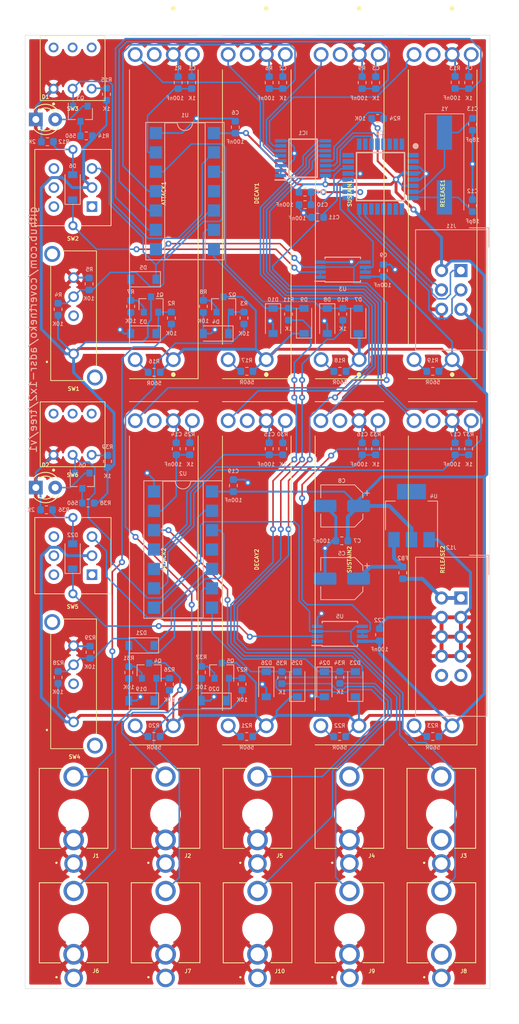
<source format=kicad_pcb>
(kicad_pcb (version 20171130) (host pcbnew "(5.1.5)-3")
  (layers (0 F.Cu signal) (31 B.Cu signal) (34 B.Paste user) (35 F.Paste user) (36 B.SilkS user) (37 F.SilkS user hide) (38 B.Mask user) (39 F.Mask user) (44 Edge.Cuts user))
  (net 0 "")
  (net 1 "Net-(ATTACK1-Pad2)")
  (net 2 "Net-(ATTACK2-Pad2)")
  (net 3 "Net-(DECAY1-Pad2)")
  (net 4 "Net-(DECAY2-Pad2)")
  (net 5 "Net-(J1-Pad3)")
  (net 6 "Net-(J2-Pad3)")
  (net 7 "Net-(J3-Pad2)")
  (net 8 "Net-(J4-Pad3)")
  (net 9 "Net-(J5-Pad3)")
  (net 10 "Net-(J6-Pad3)")
  (net 11 "Net-(J7-Pad3)")
  (net 12 "Net-(J8-Pad2)")
  (net 13 "Net-(J9-Pad3)")
  (net 14 "Net-(J10-Pad3)")
  (net 15 "Net-(SW1-Pad2)")
  (net 16 "Net-(SW2-Pad1)")
  (net 17 "Net-(SW2-Pad4)")
  (net 18 "Net-(SW4-Pad2)")
  (net 19 "Net-(SW5-Pad1)")
  (net 20 "Net-(U1-Pad4)")
  (net 21 "Net-(U2-Pad4)")
  (net 22 "Net-(D1-Pad2)")
  (net 23 "Net-(D2-Pad2)")
  (net 24 +5V)
  (net 25 GND)
  (net 26 /ADSR1/ATTACK)
  (net 27 /ADSR1/DECAY)
  (net 28 /ADSR1/SUSTAIN)
  (net 29 /ADSR1/RELEASE)
  (net 30 +12V)
  (net 31 "Net-(C10-Pad2)")
  (net 32 "Net-(C11-Pad2)")
  (net 33 "Net-(C12-Pad2)")
  (net 34 "Net-(C13-Pad2)")
  (net 35 /ADSR2/ATTACK)
  (net 36 /ADSR2/DECAY)
  (net 37 /ADSR2/SUSTAIN)
  (net 38 /ADSR2/RELEASE)
  (net 39 "Net-(D3-Pad1)")
  (net 40 "Net-(D4-Pad1)")
  (net 41 "Net-(D5-Pad2)")
  (net 42 /ADSR1/GATE)
  (net 43 "Net-(D6-Pad2)")
  (net 44 "Net-(D6-Pad1)")
  (net 45 /ADSR1/LEVEL)
  (net 46 /ADSR1/TIME)
  (net 47 "Net-(D19-Pad1)")
  (net 48 "Net-(D20-Pad1)")
  (net 49 "Net-(D21-Pad2)")
  (net 50 /ADSR2/GATE)
  (net 51 "Net-(D22-Pad2)")
  (net 52 "Net-(D22-Pad1)")
  (net 53 /ADSR2/LEVEL)
  (net 54 /ADSR2/TIME)
  (net 55 "Net-(IC1-Pad15)")
  (net 56 "Net-(IC1-Pad14)")
  (net 57 "Net-(IC1-Pad13)")
  (net 58 /LEDS/LED7)
  (net 59 /LEDS/LED6)
  (net 60 /LEDS/LED5)
  (net 61 /LEDS/LED4)
  (net 62 /LEDS/LED3)
  (net 63 /LEDS/LED2)
  (net 64 /LEDS/LED1)
  (net 65 /LEDS/LED0)
  (net 66 "Net-(IC2-Pad32)")
  (net 67 "Net-(IC2-Pad31)")
  (net 68 "Net-(IC2-Pad30)")
  (net 69 "Net-(IC2-Pad26)")
  (net 70 "Net-(IC2-Pad25)")
  (net 71 "Net-(IC2-Pad24)")
  (net 72 "Net-(IC2-Pad23)")
  (net 73 /ADSR2/ENV)
  (net 74 /ADSR1/ENV)
  (net 75 /LEDS/SCK)
  (net 76 /LEDS/MISO)
  (net 77 /LEDS/MOSI)
  (net 78 "Net-(IC2-Pad14)")
  (net 79 "Net-(IC2-Pad13)")
  (net 80 "Net-(IC2-Pad12)")
  (net 81 "Net-(IC2-Pad11)")
  (net 82 "Net-(IC2-Pad10)")
  (net 83 "Net-(IC2-Pad9)")
  (net 84 "Net-(IC2-Pad2)")
  (net 85 "Net-(IC2-Pad1)")
  (net 86 "Net-(J12-Pad10)")
  (net 87 "Net-(J12-Pad9)")
  (net 88 /ADSR1/RETRIG)
  (net 89 "Net-(Q3-Pad3)")
  (net 90 /ADSR1/PUNCH)
  (net 91 /ADSR2/RETRIG)
  (net 92 "Net-(Q6-Pad3)")
  (net 93 /ADSR2/PUNCH)
  (net 94 /ADSR1/MODE)
  (net 95 "Net-(R9-Pad1)")
  (net 96 "Net-(R13-Pad1)")
  (net 97 "Net-(R15-Pad2)")
  (net 98 "Net-(R18-Pad2)")
  (net 99 "Net-(R19-Pad2)")
  (net 100 "Net-(R22-Pad2)")
  (net 101 "Net-(R23-Pad2)")
  (net 102 /ADSR2/MODE)
  (net 103 "Net-(R33-Pad1)")
  (net 104 "Net-(R37-Pad1)")
  (net 105 "Net-(R39-Pad2)")
  (net 106 "Net-(SW2-Pad6)")
  (net 107 "Net-(SW2-Pad5)")
  (net 108 "Net-(SW5-Pad6)")
  (net 109 "Net-(SW5-Pad5)")
  (net 110 "Net-(SW5-Pad4)")
  (net 111 "Net-(ATTACK1-PadB1)")
  (net 112 "Net-(ATTACK2-PadB1)")
  (net 113 "Net-(DECAY1-PadB1)")
  (net 114 "Net-(DECAY2-PadB1)")
  (net 115 /LEDS/ENV2)
  (net 116 /LEDS/ENV1)
  (net 117 "Net-(FB2-Pad1)")
  (module Package_TO_SOT_SMD:SOT-23 (layer B.Cu) (at 26.035 35.306 90)
    (fp_text reference Q2 (at 1.27 1.143 180) (layer B.SilkS) (effects (font (size 0.5 0.5) (thickness 0.1)) (justify mirror)))
    (fp_text value MMBT3904)
    (pad 3 smd rect (at 1 0 90) (size 0.9 0.8) (layers B.Cu B.Paste B.Mask) (net 24 +5V))
    (pad 2 smd rect (at -1 -0.95 90) (size 0.9 0.8) (layers B.Cu B.Paste B.Mask) (net 88 /ADSR1/RETRIG))
    (pad 1 smd rect (at -1 0.95 90) (size 0.9 0.8) (layers B.Cu B.Paste B.Mask) (net 40 "Net-(D4-Pad1)"))
  )
  (module Inductor_SMD:L_0603_1608Metric (layer B.Cu) (at 49.53 70.485 90)
    (fp_text reference FB2 (at 1.905 0) (layer B.SilkS) (effects (font (size 0.5 0.5) (thickness 0.1)) (justify mirror)))
    (fp_text value FERRITE)
    (pad 2 smd roundrect (at 0.7875 0 90) (size 0.875 0.95) (layers B.Cu B.Paste B.Mask) (net 30 +12V))
    (pad 1 smd roundrect (at -0.7875 0 90) (size 0.875 0.95) (layers B.Cu B.Paste B.Mask) (net 117 "Net-(FB2-Pad1)"))
  )
  (module Package_TO_SOT_SMD:SOT-23 (layer B.Cu) (at 7.493 58.42 270)
    (fp_text reference Q6 (at -2.032 0 180) (layer B.SilkS) (effects (font (size 0.5 0.5) (thickness 0.1)) (justify mirror)))
    (fp_text value MMBT3904)
    (pad 3 smd rect (at 1 0 270) (size 0.9 0.8) (layers B.Cu B.Paste B.Mask) (net 92 "Net-(Q6-Pad3)"))
    (pad 2 smd rect (at -1 -0.95 270) (size 0.9 0.8) (layers B.Cu B.Paste B.Mask) (net 23 "Net-(D2-Pad2)"))
    (pad 1 smd rect (at -1 0.95 270) (size 0.9 0.8) (layers B.Cu B.Paste B.Mask) (net 93 /ADSR2/PUNCH))
  )
  (module Package_TO_SOT_SMD:SOT-23 (layer B.Cu) (at 25.781 83.312 90)
    (fp_text reference Q5 (at 1.27 1.143 180) (layer B.SilkS) (effects (font (size 0.5 0.5) (thickness 0.1)) (justify mirror)))
    (fp_text value MMBT3904)
    (pad 3 smd rect (at 1 0 90) (size 0.9 0.8) (layers B.Cu B.Paste B.Mask) (net 24 +5V))
    (pad 2 smd rect (at -1 -0.95 90) (size 0.9 0.8) (layers B.Cu B.Paste B.Mask) (net 91 /ADSR2/RETRIG))
    (pad 1 smd rect (at -1 0.95 90) (size 0.9 0.8) (layers B.Cu B.Paste B.Mask) (net 48 "Net-(D20-Pad1)"))
  )
  (module Package_TO_SOT_SMD:SOT-23 (layer B.Cu) (at 16.256 83.312 90)
    (fp_text reference Q4 (at 1.27 1.143 180) (layer B.SilkS) (effects (font (size 0.5 0.5) (thickness 0.1)) (justify mirror)))
    (fp_text value MMBT3904)
    (pad 3 smd rect (at 1 0 90) (size 0.9 0.8) (layers B.Cu B.Paste B.Mask) (net 24 +5V))
    (pad 2 smd rect (at -1 -0.95 90) (size 0.9 0.8) (layers B.Cu B.Paste B.Mask) (net 49 "Net-(D21-Pad2)"))
    (pad 1 smd rect (at -1 0.95 90) (size 0.9 0.8) (layers B.Cu B.Paste B.Mask) (net 47 "Net-(D19-Pad1)"))
  )
  (module Package_TO_SOT_SMD:SOT-23 (layer B.Cu) (at 7.239 10.303 270)
    (fp_text reference Q3 (at -2.048 0 180) (layer B.SilkS) (effects (font (size 0.5 0.5) (thickness 0.1)) (justify mirror)))
    (fp_text value MMBT3904)
    (pad 3 smd rect (at 1 0 270) (size 0.9 0.8) (layers B.Cu B.Paste B.Mask) (net 89 "Net-(Q3-Pad3)"))
    (pad 2 smd rect (at -1 -0.95 270) (size 0.9 0.8) (layers B.Cu B.Paste B.Mask) (net 22 "Net-(D1-Pad2)"))
    (pad 1 smd rect (at -1 0.95 270) (size 0.9 0.8) (layers B.Cu B.Paste B.Mask) (net 90 /ADSR1/PUNCH))
  )
  (module Package_TO_SOT_SMD:SOT-23 (layer B.Cu) (at 16.51 35.306 90)
    (fp_text reference Q1 (at 1.27 1.143 180) (layer B.SilkS) (effects (font (size 0.5 0.5) (thickness 0.1)) (justify mirror)))
    (fp_text value MMBT3904)
    (pad 3 smd rect (at 1 0 90) (size 0.9 0.8) (layers B.Cu B.Paste B.Mask) (net 24 +5V))
    (pad 2 smd rect (at -1 -0.95 90) (size 0.9 0.8) (layers B.Cu B.Paste B.Mask) (net 41 "Net-(D5-Pad2)"))
    (pad 1 smd rect (at -1 0.95 90) (size 0.9 0.8) (layers B.Cu B.Paste B.Mask) (net 39 "Net-(D3-Pad1)"))
  )
  (module Crystal:Crystal_SMD_HC49-SD (layer B.Cu) (at 54.991 17.018 270)
    (fp_text reference Y1 (at -7.366 0 180) (layer B.SilkS) (effects (font (size 0.5 0.5) (thickness 0.1)) (justify mirror)))
    (fp_text value 20MHz)
    (pad 2 smd rect (at 4.25 0 270) (size 4.5 2) (layers B.Cu B.Paste B.Mask) (net 33 "Net-(C12-Pad2)"))
    (pad 1 smd rect (at -4.25 0 270) (size 4.5 2) (layers B.Cu B.Paste B.Mask) (net 34 "Net-(C13-Pad2)"))
  )
  (module Package_SO:TSSOP-8_4.4x3mm_P0.65mm (layer B.Cu) (at 41.275 78.486)
    (fp_text reference U5 (at 0 -2.286) (layer B.SilkS) (effects (font (size 0.5 0.5) (thickness 0.1)) (justify mirror)))
    (fp_text value TL072)
    (pad 8 smd rect (at 2.95 0.975) (size 1.45 0.45) (layers B.Cu B.Paste B.Mask) (net 24 +5V))
    (pad 7 smd rect (at 2.95 0.325) (size 1.45 0.45) (layers B.Cu B.Paste B.Mask) (net 115 /LEDS/ENV2))
    (pad 6 smd rect (at 2.95 -0.325) (size 1.45 0.45) (layers B.Cu B.Paste B.Mask) (net 115 /LEDS/ENV2))
    (pad 5 smd rect (at 2.95 -0.975) (size 1.45 0.45) (layers B.Cu B.Paste B.Mask) (net 73 /ADSR2/ENV))
    (pad 4 smd rect (at -2.95 -0.975) (size 1.45 0.45) (layers B.Cu B.Paste B.Mask) (net 25 GND))
    (pad 3 smd rect (at -2.95 -0.325) (size 1.45 0.45) (layers B.Cu B.Paste B.Mask) (net 73 /ADSR2/ENV))
    (pad 2 smd rect (at -2.95 0.325) (size 1.45 0.45) (layers B.Cu B.Paste B.Mask) (net 52 "Net-(D22-Pad1)"))
    (pad 1 smd rect (at -2.95 0.975) (size 1.45 0.45) (layers B.Cu B.Paste B.Mask) (net 52 "Net-(D22-Pad1)"))
  )
  (module Package_TO_SOT_SMD:SOT-223 (layer B.Cu) (at 50.673 62.992 90)
    (fp_text reference U4 (at 2.54 2.921 180) (layer B.SilkS) (effects (font (size 0.5 0.5) (thickness 0.1)) (justify mirror)))
    (fp_text value LM1117-5.0)
    (pad 1 smd rect (at -3.15 2.3 90) (size 2 1.5) (layers B.Cu B.Paste B.Mask) (net 25 GND))
    (pad 3 smd rect (at -3.15 -2.3 90) (size 2 1.5) (layers B.Cu B.Paste B.Mask) (net 30 +12V))
    (pad 2 smd rect (at -3.15 0 90) (size 2 1.5) (layers B.Cu B.Paste B.Mask) (net 24 +5V))
    (pad 4 smd rect (at 3.15 0 90) (size 2 3.8) (layers B.Cu B.Paste B.Mask))
  )
  (module Package_SO:TSSOP-8_4.4x3mm_P0.65mm (layer B.Cu) (at 41.656 30.734)
    (fp_text reference U3 (at 0 2.55) (layer B.SilkS) (effects (font (size 0.5 0.5) (thickness 0.1)) (justify mirror)))
    (fp_text value TL072)
    (pad 8 smd rect (at 2.95 0.975) (size 1.45 0.45) (layers B.Cu B.Paste B.Mask) (net 24 +5V))
    (pad 7 smd rect (at 2.95 0.325) (size 1.45 0.45) (layers B.Cu B.Paste B.Mask) (net 116 /LEDS/ENV1))
    (pad 6 smd rect (at 2.95 -0.325) (size 1.45 0.45) (layers B.Cu B.Paste B.Mask) (net 116 /LEDS/ENV1))
    (pad 5 smd rect (at 2.95 -0.975) (size 1.45 0.45) (layers B.Cu B.Paste B.Mask) (net 74 /ADSR1/ENV))
    (pad 4 smd rect (at -2.95 -0.975) (size 1.45 0.45) (layers B.Cu B.Paste B.Mask) (net 25 GND))
    (pad 3 smd rect (at -2.95 -0.325) (size 1.45 0.45) (layers B.Cu B.Paste B.Mask) (net 74 /ADSR1/ENV))
    (pad 2 smd rect (at -2.95 0.325) (size 1.45 0.45) (layers B.Cu B.Paste B.Mask) (net 44 "Net-(D6-Pad1)"))
    (pad 1 smd rect (at -2.95 0.975) (size 1.45 0.45) (layers B.Cu B.Paste B.Mask) (net 44 "Net-(D6-Pad1)"))
  )
  (module Resistor_SMD:R_0603_1608Metric (layer B.Cu) (at 10.795 55.88 90)
    (fp_text reference R39 (at 1.905 0 180) (layer B.SilkS) (effects (font (size 0.5 0.5) (thickness 0.1)) (justify mirror)))
    (fp_text value 1K (at -1.905 0 180) (layer B.SilkS) (effects (font (size 0.5 0.5) (thickness 0.1)) (justify mirror)))
    (pad 2 smd roundrect (at 0.7875 0 90) (size 0.875 0.95) (layers B.Cu B.Paste B.Mask) (net 105 "Net-(R39-Pad2)"))
    (pad 1 smd roundrect (at -0.7875 0 90) (size 0.875 0.95) (layers B.Cu B.Paste B.Mask) (net 24 +5V))
  )
  (module Resistor_SMD:R_0603_1608Metric (layer B.Cu) (at 8.255 61.341)
    (fp_text reference R38 (at 2.286 0) (layer B.SilkS) (effects (font (size 0.5 0.5) (thickness 0.1)) (justify mirror)))
    (fp_text value 560 (at -2.032 0) (layer B.SilkS) (effects (font (size 0.5 0.5) (thickness 0.1)) (justify mirror)))
    (pad 2 smd roundrect (at 0.7875 0) (size 0.875 0.95) (layers B.Cu B.Paste B.Mask) (net 24 +5V))
    (pad 1 smd roundrect (at -0.7875 0) (size 0.875 0.95) (layers B.Cu B.Paste B.Mask) (net 92 "Net-(Q6-Pad3)"))
  )
  (module Resistor_SMD:R_0603_1608Metric (layer B.Cu) (at 58.166 54.229 270)
    (fp_text reference R37 (at -1.905 0.033 180) (layer B.SilkS) (effects (font (size 0.5 0.5) (thickness 0.1)) (justify mirror)))
    (fp_text value 1K (at 2.032 -0.033 180) (layer B.SilkS) (effects (font (size 0.5 0.5) (thickness 0.1)) (justify mirror)))
    (pad 2 smd roundrect (at 0.7875 0 270) (size 0.875 0.95) (layers B.Cu B.Paste B.Mask) (net 38 /ADSR2/RELEASE))
    (pad 1 smd roundrect (at -0.7875 0 270) (size 0.875 0.95) (layers B.Cu B.Paste B.Mask) (net 104 "Net-(R37-Pad1)"))
  )
  (module Resistor_SMD:R_0603_1608Metric (layer B.Cu) (at 2.794 62.23)
    (fp_text reference R36 (at 2.286 0) (layer B.SilkS) (effects (font (size 0.5 0.5) (thickness 0.1)) (justify mirror)))
    (fp_text value 2K (at -2.032 0) (layer B.SilkS) (effects (font (size 0.5 0.5) (thickness 0.1)) (justify mirror)))
    (pad 2 smd roundrect (at 0.7875 0) (size 0.875 0.95) (layers B.Cu B.Paste B.Mask) (net 51 "Net-(D22-Pad2)"))
    (pad 1 smd roundrect (at -0.7875 0) (size 0.875 0.95) (layers B.Cu B.Paste B.Mask) (net 25 GND))
  )
  (module Resistor_SMD:R_0603_1608Metric (layer B.Cu) (at 33.655 84.2265 270)
    (fp_text reference R35 (at -1.905 0.033 180) (layer B.SilkS) (effects (font (size 0.5 0.5) (thickness 0.1)) (justify mirror)))
    (fp_text value 1K (at 1.905 -0.033 180) (layer B.SilkS) (effects (font (size 0.5 0.5) (thickness 0.1)) (justify mirror)))
    (pad 2 smd roundrect (at 0.7875 0 270) (size 0.875 0.95) (layers B.Cu B.Paste B.Mask) (net 14 "Net-(J10-Pad3)"))
    (pad 1 smd roundrect (at -0.7875 0 270) (size 0.875 0.95) (layers B.Cu B.Paste B.Mask) (net 54 /ADSR2/TIME))
  )
  (module Resistor_SMD:R_0603_1608Metric (layer B.Cu) (at 41.275 84.201 270)
    (fp_text reference R34 (at -1.905 0.033 180) (layer B.SilkS) (effects (font (size 0.5 0.5) (thickness 0.1)) (justify mirror)))
    (fp_text value 1K (at 1.905 -0.033 180) (layer B.SilkS) (effects (font (size 0.5 0.5) (thickness 0.1)) (justify mirror)))
    (pad 2 smd roundrect (at 0.7875 0 270) (size 0.875 0.95) (layers B.Cu B.Paste B.Mask) (net 13 "Net-(J9-Pad3)"))
    (pad 1 smd roundrect (at -0.7875 0 270) (size 0.875 0.95) (layers B.Cu B.Paste B.Mask) (net 53 /ADSR2/LEVEL))
  )
  (module Resistor_SMD:R_0603_1608Metric (layer B.Cu) (at 45.974 54.229 270)
    (fp_text reference R33 (at -1.905 0.033 180) (layer B.SilkS) (effects (font (size 0.5 0.5) (thickness 0.1)) (justify mirror)))
    (fp_text value 1K (at 2.032 -0.033 180) (layer B.SilkS) (effects (font (size 0.5 0.5) (thickness 0.1)) (justify mirror)))
    (pad 2 smd roundrect (at 0.7875 0 270) (size 0.875 0.95) (layers B.Cu B.Paste B.Mask) (net 37 /ADSR2/SUSTAIN))
    (pad 1 smd roundrect (at -0.7875 0 270) (size 0.875 0.95) (layers B.Cu B.Paste B.Mask) (net 103 "Net-(R33-Pad1)"))
  )
  (module Resistor_SMD:R_0603_1608Metric (layer B.Cu) (at 23.114 83.5405 270)
    (fp_text reference R32 (at -2.0065 0 180) (layer B.SilkS) (effects (font (size 0.5 0.5) (thickness 0.1)) (justify mirror)))
    (fp_text value 10K (at 1.9305 0 180) (layer B.SilkS) (effects (font (size 0.5 0.5) (thickness 0.1)) (justify mirror)))
    (pad 2 smd roundrect (at 0.7875 0 270) (size 0.875 0.95) (layers B.Cu B.Paste B.Mask) (net 25 GND))
    (pad 1 smd roundrect (at -0.7875 0 270) (size 0.875 0.95) (layers B.Cu B.Paste B.Mask) (net 91 /ADSR2/RETRIG))
  )
  (module Resistor_SMD:R_0603_1608Metric (layer B.Cu) (at 13.589 83.566 270)
    (fp_text reference R31 (at -1.905 0 180) (layer B.SilkS) (effects (font (size 0.5 0.5) (thickness 0.1)) (justify mirror)))
    (fp_text value 10K (at 1.905 0 180) (layer B.SilkS) (effects (font (size 0.5 0.5) (thickness 0.1)) (justify mirror)))
    (pad 2 smd roundrect (at 0.7875 0 270) (size 0.875 0.95) (layers B.Cu B.Paste B.Mask) (net 25 GND))
    (pad 1 smd roundrect (at -0.7875 0 270) (size 0.875 0.95) (layers B.Cu B.Paste B.Mask) (net 49 "Net-(D21-Pad2)"))
  )
  (module Resistor_SMD:R_0603_1608Metric (layer B.Cu) (at 33.782 54.229 270)
    (fp_text reference R30 (at -1.905 0.033 180) (layer B.SilkS) (effects (font (size 0.5 0.5) (thickness 0.1)) (justify mirror)))
    (fp_text value 1K (at 2.032 -0.033 180) (layer B.SilkS) (effects (font (size 0.5 0.5) (thickness 0.1)) (justify mirror)))
    (pad 2 smd roundrect (at 0.7875 0 270) (size 0.875 0.95) (layers B.Cu B.Paste B.Mask) (net 36 /ADSR2/DECAY))
    (pad 1 smd roundrect (at -0.7875 0 270) (size 0.875 0.95) (layers B.Cu B.Paste B.Mask) (net 4 "Net-(DECAY2-Pad2)"))
  )
  (module Resistor_SMD:R_0603_1608Metric (layer B.Cu) (at 8.509 80.899 90)
    (fp_text reference R29 (at 1.905 0.033 180) (layer B.SilkS) (effects (font (size 0.5 0.5) (thickness 0.1)) (justify mirror)))
    (fp_text value 10K (at -1.905 -0.033 180) (layer B.SilkS) (effects (font (size 0.5 0.5) (thickness 0.1)) (justify mirror)))
    (pad 2 smd roundrect (at 0.7875 0 90) (size 0.875 0.95) (layers B.Cu B.Paste B.Mask) (net 25 GND))
    (pad 1 smd roundrect (at -0.7875 0 90) (size 0.875 0.95) (layers B.Cu B.Paste B.Mask) (net 102 /ADSR2/MODE))
  )
  (module Resistor_SMD:R_0603_1608Metric (layer B.Cu) (at 4.318 84.201 90)
    (fp_text reference R28 (at 1.905 0.033 180) (layer B.SilkS) (effects (font (size 0.5 0.5) (thickness 0.1)) (justify mirror)))
    (fp_text value 10K (at -1.905 -0.033 180) (layer B.SilkS) (effects (font (size 0.5 0.5) (thickness 0.1)) (justify mirror)))
    (pad 2 smd roundrect (at 0.7875 0 90) (size 0.875 0.95) (layers B.Cu B.Paste B.Mask) (net 102 /ADSR2/MODE))
    (pad 1 smd roundrect (at -0.7875 0 90) (size 0.875 0.95) (layers B.Cu B.Paste B.Mask) (net 24 +5V))
  )
  (module Resistor_SMD:R_0603_1608Metric (layer B.Cu) (at 28.448 85.09 90)
    (fp_text reference R27 (at 1.905 0 180) (layer B.SilkS) (effects (font (size 0.5 0.5) (thickness 0.1)) (justify mirror)))
    (fp_text value 10K (at -2.032 0 180) (layer B.SilkS) (effects (font (size 0.5 0.5) (thickness 0.1)) (justify mirror)))
    (pad 2 smd roundrect (at 0.7875 0 90) (size 0.875 0.95) (layers B.Cu B.Paste B.Mask) (net 48 "Net-(D20-Pad1)"))
    (pad 1 smd roundrect (at -0.7875 0 90) (size 0.875 0.95) (layers B.Cu B.Paste B.Mask) (net 11 "Net-(J7-Pad3)"))
  )
  (module Resistor_SMD:R_0603_1608Metric (layer B.Cu) (at 18.923 85.09 90)
    (fp_text reference R26 (at 1.905 0 180) (layer B.SilkS) (effects (font (size 0.5 0.5) (thickness 0.1)) (justify mirror)))
    (fp_text value 10K (at -2.032 0 180) (layer B.SilkS) (effects (font (size 0.5 0.5) (thickness 0.1)) (justify mirror)))
    (pad 2 smd roundrect (at 0.7875 0 90) (size 0.875 0.95) (layers B.Cu B.Paste B.Mask) (net 47 "Net-(D19-Pad1)"))
    (pad 1 smd roundrect (at -0.7875 0 90) (size 0.875 0.95) (layers B.Cu B.Paste B.Mask) (net 10 "Net-(J6-Pad3)"))
  )
  (module Resistor_SMD:R_0603_1608Metric (layer B.Cu) (at 21.59 54.229 270)
    (fp_text reference R25 (at -1.905 0.033 180) (layer B.SilkS) (effects (font (size 0.5 0.5) (thickness 0.1)) (justify mirror)))
    (fp_text value 1K (at 2.032 -0.033 180) (layer B.SilkS) (effects (font (size 0.5 0.5) (thickness 0.1)) (justify mirror)))
    (pad 2 smd roundrect (at 0.7875 0 270) (size 0.875 0.95) (layers B.Cu B.Paste B.Mask) (net 35 /ADSR2/ATTACK))
    (pad 1 smd roundrect (at -0.7875 0 270) (size 0.875 0.95) (layers B.Cu B.Paste B.Mask) (net 2 "Net-(ATTACK2-Pad2)"))
  )
  (module Resistor_SMD:R_0603_1608Metric (layer B.Cu) (at 46.228 10.922)
    (fp_text reference R24 (at 2.286 0) (layer B.SilkS) (effects (font (size 0.5 0.5) (thickness 0.1)) (justify mirror)))
    (fp_text value 10K (at -2.286 0) (layer B.SilkS) (effects (font (size 0.5 0.5) (thickness 0.1)) (justify mirror)))
    (pad 2 smd roundrect (at 0.7875 0) (size 0.875 0.95) (layers B.Cu B.Paste B.Mask) (net 57 "Net-(IC1-Pad13)"))
    (pad 1 smd roundrect (at -0.7875 0) (size 0.875 0.95) (layers B.Cu B.Paste B.Mask) (net 24 +5V))
  )
  (module Resistor_SMD:R_0603_1608Metric (layer B.Cu) (at 53.467 91.948 180)
    (fp_text reference R23 (at 0 1.43) (layer B.SilkS) (effects (font (size 0.5 0.5) (thickness 0.1)) (justify mirror)))
    (fp_text value 560R (at 0 -1.43) (layer B.SilkS) (effects (font (size 0.5 0.5) (thickness 0.1)) (justify mirror)))
    (pad 2 smd roundrect (at 0.7875 0 180) (size 0.875 0.95) (layers B.Cu B.Paste B.Mask) (net 101 "Net-(R23-Pad2)"))
    (pad 1 smd roundrect (at -0.7875 0 180) (size 0.875 0.95) (layers B.Cu B.Paste B.Mask) (net 24 +5V))
  )
  (module Resistor_SMD:R_0603_1608Metric (layer B.Cu) (at 41.2495 91.948 180)
    (fp_text reference R22 (at 0 1.43) (layer B.SilkS) (effects (font (size 0.5 0.5) (thickness 0.1)) (justify mirror)))
    (fp_text value 560R (at 0 -1.43) (layer B.SilkS) (effects (font (size 0.5 0.5) (thickness 0.1)) (justify mirror)))
    (pad 2 smd roundrect (at 0.7875 0 180) (size 0.875 0.95) (layers B.Cu B.Paste B.Mask) (net 100 "Net-(R22-Pad2)"))
    (pad 1 smd roundrect (at -0.7875 0 180) (size 0.875 0.95) (layers B.Cu B.Paste B.Mask) (net 24 +5V))
  )
  (module Resistor_SMD:R_0603_1608Metric (layer B.Cu) (at 29.0575 91.948 180)
    (fp_text reference R21 (at 0 1.43) (layer B.SilkS) (effects (font (size 0.5 0.5) (thickness 0.1)) (justify mirror)))
    (fp_text value 560R (at 0 -1.43) (layer B.SilkS) (effects (font (size 0.5 0.5) (thickness 0.1)) (justify mirror)))
    (pad 2 smd roundrect (at 0.7875 0 180) (size 0.875 0.95) (layers B.Cu B.Paste B.Mask) (net 114 "Net-(DECAY2-PadB1)"))
    (pad 1 smd roundrect (at -0.7875 0 180) (size 0.875 0.95) (layers B.Cu B.Paste B.Mask) (net 24 +5V))
  )
  (module Resistor_SMD:R_0603_1608Metric (layer B.Cu) (at 16.891 91.948 180)
    (fp_text reference R20 (at 0 1.43) (layer B.SilkS) (effects (font (size 0.5 0.5) (thickness 0.1)) (justify mirror)))
    (fp_text value 560R (at 0 -1.43) (layer B.SilkS) (effects (font (size 0.5 0.5) (thickness 0.1)) (justify mirror)))
    (pad 2 smd roundrect (at 0.7875 0 180) (size 0.875 0.95) (layers B.Cu B.Paste B.Mask) (net 112 "Net-(ATTACK2-PadB1)"))
    (pad 1 smd roundrect (at -0.7875 0 180) (size 0.875 0.95) (layers B.Cu B.Paste B.Mask) (net 24 +5V))
  )
  (module Resistor_SMD:R_0603_1608Metric (layer B.Cu) (at 53.467 44.069 180)
    (fp_text reference R19 (at 0 1.43) (layer B.SilkS) (effects (font (size 0.5 0.5) (thickness 0.1)) (justify mirror)))
    (fp_text value 560R (at 0 -1.43) (layer B.SilkS) (effects (font (size 0.5 0.5) (thickness 0.1)) (justify mirror)))
    (pad 2 smd roundrect (at 0.7875 0 180) (size 0.875 0.95) (layers B.Cu B.Paste B.Mask) (net 99 "Net-(R19-Pad2)"))
    (pad 1 smd roundrect (at -0.7875 0 180) (size 0.875 0.95) (layers B.Cu B.Paste B.Mask) (net 24 +5V))
  )
  (module Resistor_SMD:R_0603_1608Metric (layer B.Cu) (at 41.275 44.069 180)
    (fp_text reference R18 (at 0 1.43) (layer B.SilkS) (effects (font (size 0.5 0.5) (thickness 0.1)) (justify mirror)))
    (fp_text value 560R (at 0 -1.43) (layer B.SilkS) (effects (font (size 0.5 0.5) (thickness 0.1)) (justify mirror)))
    (pad 2 smd roundrect (at 0.7875 0 180) (size 0.875 0.95) (layers B.Cu B.Paste B.Mask) (net 98 "Net-(R18-Pad2)"))
    (pad 1 smd roundrect (at -0.7875 0 180) (size 0.875 0.95) (layers B.Cu B.Paste B.Mask) (net 24 +5V))
  )
  (module Resistor_SMD:R_0603_1608Metric (layer B.Cu) (at 29.083 44.069 180)
    (fp_text reference R17 (at 0 1.43) (layer B.SilkS) (effects (font (size 0.5 0.5) (thickness 0.1)) (justify mirror)))
    (fp_text value 560R (at 0 -1.43) (layer B.SilkS) (effects (font (size 0.5 0.5) (thickness 0.1)) (justify mirror)))
    (pad 2 smd roundrect (at 0.7875 0 180) (size 0.875 0.95) (layers B.Cu B.Paste B.Mask) (net 113 "Net-(DECAY1-PadB1)"))
    (pad 1 smd roundrect (at -0.7875 0 180) (size 0.875 0.95) (layers B.Cu B.Paste B.Mask) (net 24 +5V))
  )
  (module Resistor_SMD:R_0603_1608Metric (layer B.Cu) (at 16.9165 44.196 180)
    (fp_text reference R16 (at 0 1.43) (layer B.SilkS) (effects (font (size 0.5 0.5) (thickness 0.1)) (justify mirror)))
    (fp_text value 560R (at 0 -1.43) (layer B.SilkS) (effects (font (size 0.5 0.5) (thickness 0.1)) (justify mirror)))
    (pad 2 smd roundrect (at 0.7875 0 180) (size 0.875 0.95) (layers B.Cu B.Paste B.Mask) (net 111 "Net-(ATTACK1-PadB1)"))
    (pad 1 smd roundrect (at -0.7875 0 180) (size 0.875 0.95) (layers B.Cu B.Paste B.Mask) (net 24 +5V))
  )
  (module Resistor_SMD:R_0603_1608Metric (layer B.Cu) (at 10.668 7.747 90)
    (fp_text reference R15 (at 1.905 0 180) (layer B.SilkS) (effects (font (size 0.5 0.5) (thickness 0.1)) (justify mirror)))
    (fp_text value 1K (at -1.905 0 180) (layer B.SilkS) (effects (font (size 0.5 0.5) (thickness 0.1)) (justify mirror)))
    (pad 2 smd roundrect (at 0.7875 0 90) (size 0.875 0.95) (layers B.Cu B.Paste B.Mask) (net 97 "Net-(R15-Pad2)"))
    (pad 1 smd roundrect (at -0.7875 0 90) (size 0.875 0.95) (layers B.Cu B.Paste B.Mask) (net 24 +5V))
  )
  (module Resistor_SMD:R_0603_1608Metric (layer B.Cu) (at 8.0265 13.208)
    (fp_text reference R14 (at 2.2605 0) (layer B.SilkS) (effects (font (size 0.5 0.5) (thickness 0.1)) (justify mirror)))
    (fp_text value 560 (at -2.0575 0) (layer B.SilkS) (effects (font (size 0.5 0.5) (thickness 0.1)) (justify mirror)))
    (pad 2 smd roundrect (at 0.7875 0) (size 0.875 0.95) (layers B.Cu B.Paste B.Mask) (net 24 +5V))
    (pad 1 smd roundrect (at -0.7875 0) (size 0.875 0.95) (layers B.Cu B.Paste B.Mask) (net 89 "Net-(Q3-Pad3)"))
  )
  (module Resistor_SMD:R_0603_1608Metric (layer B.Cu) (at 58.166 6.223 270)
    (fp_text reference R13 (at -1.905 1.811 180) (layer B.SilkS) (effects (font (size 0.5 0.5) (thickness 0.1)) (justify mirror)))
    (fp_text value 1K (at 2.032 -0.033 180) (layer B.SilkS) (effects (font (size 0.5 0.5) (thickness 0.1)) (justify mirror)))
    (pad 2 smd roundrect (at 0.7875 0 270) (size 0.875 0.95) (layers B.Cu B.Paste B.Mask) (net 29 /ADSR1/RELEASE))
    (pad 1 smd roundrect (at -0.7875 0 270) (size 0.875 0.95) (layers B.Cu B.Paste B.Mask) (net 96 "Net-(R13-Pad1)"))
  )
  (module Resistor_SMD:R_0603_1608Metric (layer B.Cu) (at 2.921 13.97)
    (fp_text reference R12 (at 2.159 0) (layer B.SilkS) (effects (font (size 0.5 0.5) (thickness 0.1)) (justify mirror)))
    (fp_text value 2K (at -2.032 0) (layer B.SilkS) (effects (font (size 0.5 0.5) (thickness 0.1)) (justify mirror)))
    (pad 2 smd roundrect (at 0.7875 0) (size 0.875 0.95) (layers B.Cu B.Paste B.Mask) (net 43 "Net-(D6-Pad2)"))
    (pad 1 smd roundrect (at -0.7875 0) (size 0.875 0.95) (layers B.Cu B.Paste B.Mask) (net 25 GND))
  )
  (module Resistor_SMD:R_0603_1608Metric (layer B.Cu) (at 34.544 36.576 270)
    (fp_text reference R11 (at -1.905 0 180) (layer B.SilkS) (effects (font (size 0.5 0.5) (thickness 0.1)) (justify mirror)))
    (fp_text value 1K (at 1.905 0 180) (layer B.SilkS) (effects (font (size 0.5 0.5) (thickness 0.1)) (justify mirror)))
    (pad 2 smd roundrect (at 0.7875 0 270) (size 0.875 0.95) (layers B.Cu B.Paste B.Mask) (net 9 "Net-(J5-Pad3)"))
    (pad 1 smd roundrect (at -0.7875 0 270) (size 0.875 0.95) (layers B.Cu B.Paste B.Mask) (net 46 /ADSR1/TIME))
  )
  (module Resistor_SMD:R_0603_1608Metric (layer B.Cu) (at 41.656 36.576 270)
    (fp_text reference R10 (at -1.905 0 180) (layer B.SilkS) (effects (font (size 0.5 0.5) (thickness 0.1)) (justify mirror)))
    (fp_text value 1K (at 1.905 0 180) (layer B.SilkS) (effects (font (size 0.5 0.5) (thickness 0.1)) (justify mirror)))
    (pad 2 smd roundrect (at 0.7875 0 270) (size 0.875 0.95) (layers B.Cu B.Paste B.Mask) (net 8 "Net-(J4-Pad3)"))
    (pad 1 smd roundrect (at -0.7875 0 270) (size 0.875 0.95) (layers B.Cu B.Paste B.Mask) (net 45 /ADSR1/LEVEL))
  )
  (module Resistor_SMD:R_0603_1608Metric (layer B.Cu) (at 45.974 6.223 270)
    (fp_text reference R9 (at -1.905 1.811 180) (layer B.SilkS) (effects (font (size 0.5 0.5) (thickness 0.1)) (justify mirror)))
    (fp_text value 1K (at 2.032 -0.033 180) (layer B.SilkS) (effects (font (size 0.5 0.5) (thickness 0.1)) (justify mirror)))
    (pad 2 smd roundrect (at 0.7875 0 270) (size 0.875 0.95) (layers B.Cu B.Paste B.Mask) (net 28 /ADSR1/SUSTAIN))
    (pad 1 smd roundrect (at -0.7875 0 270) (size 0.875 0.95) (layers B.Cu B.Paste B.Mask) (net 95 "Net-(R9-Pad1)"))
  )
  (module Resistor_SMD:R_0603_1608Metric (layer B.Cu) (at 23.368 35.56 270)
    (fp_text reference R8 (at -1.905 0 180) (layer B.SilkS) (effects (font (size 0.5 0.5) (thickness 0.1)) (justify mirror)))
    (fp_text value 10K (at 1.905 0 180) (layer B.SilkS) (effects (font (size 0.5 0.5) (thickness 0.1)) (justify mirror)))
    (pad 2 smd roundrect (at 0.7875 0 270) (size 0.875 0.95) (layers B.Cu B.Paste B.Mask) (net 25 GND))
    (pad 1 smd roundrect (at -0.7875 0 270) (size 0.875 0.95) (layers B.Cu B.Paste B.Mask) (net 88 /ADSR1/RETRIG))
  )
  (module Resistor_SMD:R_0603_1608Metric (layer B.Cu) (at 13.843 35.56 270)
    (fp_text reference R7 (at -1.905 0 180) (layer B.SilkS) (effects (font (size 0.5 0.5) (thickness 0.1)) (justify mirror)))
    (fp_text value 10K (at 1.905 0 180) (layer B.SilkS) (effects (font (size 0.5 0.5) (thickness 0.1)) (justify mirror)))
    (pad 2 smd roundrect (at 0.7875 0 270) (size 0.875 0.95) (layers B.Cu B.Paste B.Mask) (net 25 GND))
    (pad 1 smd roundrect (at -0.7875 0 270) (size 0.875 0.95) (layers B.Cu B.Paste B.Mask) (net 41 "Net-(D5-Pad2)"))
  )
  (module Resistor_SMD:R_0603_1608Metric (layer B.Cu) (at 33.782 6.223 270)
    (fp_text reference R6 (at -1.905 1.811 180) (layer B.SilkS) (effects (font (size 0.5 0.5) (thickness 0.1)) (justify mirror)))
    (fp_text value 1K (at 2.032 -0.033 180) (layer B.SilkS) (effects (font (size 0.5 0.5) (thickness 0.1)) (justify mirror)))
    (pad 2 smd roundrect (at 0.7875 0 270) (size 0.875 0.95) (layers B.Cu B.Paste B.Mask) (net 27 /ADSR1/DECAY))
    (pad 1 smd roundrect (at -0.7875 0 270) (size 0.875 0.95) (layers B.Cu B.Paste B.Mask) (net 3 "Net-(DECAY1-Pad2)"))
  )
  (module Resistor_SMD:R_0603_1608Metric (layer B.Cu) (at 8.382 32.6135 90)
    (fp_text reference R5 (at 1.905 0.033 180) (layer B.SilkS) (effects (font (size 0.5 0.5) (thickness 0.1)) (justify mirror)))
    (fp_text value 10K (at -1.905 -0.033 180) (layer B.SilkS) (effects (font (size 0.5 0.5) (thickness 0.1)) (justify mirror)))
    (pad 2 smd roundrect (at 0.7875 0 90) (size 0.875 0.95) (layers B.Cu B.Paste B.Mask) (net 25 GND))
    (pad 1 smd roundrect (at -0.7875 0 90) (size 0.875 0.95) (layers B.Cu B.Paste B.Mask) (net 94 /ADSR1/MODE))
  )
  (module Resistor_SMD:R_0603_1608Metric (layer B.Cu) (at 4.318 35.941 90)
    (fp_text reference R4 (at 1.905 0.033 180) (layer B.SilkS) (effects (font (size 0.5 0.5) (thickness 0.1)) (justify mirror)))
    (fp_text value 10K (at -1.905 -0.033 180) (layer B.SilkS) (effects (font (size 0.5 0.5) (thickness 0.1)) (justify mirror)))
    (pad 2 smd roundrect (at 0.7875 0 90) (size 0.875 0.95) (layers B.Cu B.Paste B.Mask) (net 94 /ADSR1/MODE))
    (pad 1 smd roundrect (at -0.7875 0 90) (size 0.875 0.95) (layers B.Cu B.Paste B.Mask) (net 24 +5V))
  )
  (module Resistor_SMD:R_0603_1608Metric (layer B.Cu) (at 28.702 37.084 90)
    (fp_text reference R3 (at 1.905 0 180) (layer B.SilkS) (effects (font (size 0.5 0.5) (thickness 0.1)) (justify mirror)))
    (fp_text value 10K (at -2.032 0 180) (layer B.SilkS) (effects (font (size 0.5 0.5) (thickness 0.1)) (justify mirror)))
    (pad 2 smd roundrect (at 0.7875 0 90) (size 0.875 0.95) (layers B.Cu B.Paste B.Mask) (net 40 "Net-(D4-Pad1)"))
    (pad 1 smd roundrect (at -0.7875 0 90) (size 0.875 0.95) (layers B.Cu B.Paste B.Mask) (net 6 "Net-(J2-Pad3)"))
  )
  (module Resistor_SMD:R_0603_1608Metric (layer B.Cu) (at 19.177 37.084 90)
    (fp_text reference R2 (at 1.9305 0 180) (layer B.SilkS) (effects (font (size 0.5 0.5) (thickness 0.1)) (justify mirror)))
    (fp_text value 10K (at -2.0065 0 180) (layer B.SilkS) (effects (font (size 0.5 0.5) (thickness 0.1)) (justify mirror)))
    (pad 2 smd roundrect (at 0.7875 0 90) (size 0.875 0.95) (layers B.Cu B.Paste B.Mask) (net 39 "Net-(D3-Pad1)"))
    (pad 1 smd roundrect (at -0.7875 0 90) (size 0.875 0.95) (layers B.Cu B.Paste B.Mask) (net 5 "Net-(J1-Pad3)"))
  )
  (module Resistor_SMD:R_0603_1608Metric (layer B.Cu) (at 21.844 6.223 270)
    (fp_text reference R1 (at -1.905 1.811 180) (layer B.SilkS) (effects (font (size 0.5 0.5) (thickness 0.1)) (justify mirror)))
    (fp_text value 1K (at 2.032 -0.033 180) (layer B.SilkS) (effects (font (size 0.5 0.5) (thickness 0.1)) (justify mirror)))
    (pad 2 smd roundrect (at 0.7875 0 270) (size 0.875 0.95) (layers B.Cu B.Paste B.Mask) (net 26 /ADSR1/ATTACK))
    (pad 1 smd roundrect (at -0.7875 0 270) (size 0.875 0.95) (layers B.Cu B.Paste B.Mask) (net 1 "Net-(ATTACK1-Pad2)"))
  )
  (module Connector_IDC:IDC-Header_2x05_P2.54mm_Vertical (layer B.Cu) (at 57.15 73.787 180)
    (fp_text reference J12 (at 1.27 6.604) (layer B.SilkS) (effects (font (size 0.5 0.5) (thickness 0.1)) (justify mirror)))
    (fp_text value POWER)
    (pad 10 thru_hole oval (at 2.54 -10.16 180) (size 1.7272 1.7272) (drill 1.016) (layers *.Cu *.Mask) (net 86 "Net-(J12-Pad10)"))
    (pad 9 thru_hole oval (at 0 -10.16 180) (size 1.7272 1.7272) (drill 1.016) (layers *.Cu *.Mask) (net 87 "Net-(J12-Pad9)"))
    (pad 8 thru_hole oval (at 2.54 -7.62 180) (size 1.7272 1.7272) (drill 1.016) (layers *.Cu *.Mask) (net 25 GND))
    (pad 7 thru_hole oval (at 0 -7.62 180) (size 1.7272 1.7272) (drill 1.016) (layers *.Cu *.Mask) (net 25 GND))
    (pad 6 thru_hole oval (at 2.54 -5.08 180) (size 1.7272 1.7272) (drill 1.016) (layers *.Cu *.Mask) (net 25 GND))
    (pad 5 thru_hole oval (at 0 -5.08 180) (size 1.7272 1.7272) (drill 1.016) (layers *.Cu *.Mask) (net 25 GND))
    (pad 4 thru_hole oval (at 2.54 -2.54 180) (size 1.7272 1.7272) (drill 1.016) (layers *.Cu *.Mask) (net 25 GND))
    (pad 3 thru_hole oval (at 0 -2.54 180) (size 1.7272 1.7272) (drill 1.016) (layers *.Cu *.Mask) (net 25 GND))
    (pad 2 thru_hole oval (at 2.54 0 180) (size 1.7272 1.7272) (drill 1.016) (layers *.Cu *.Mask) (net 117 "Net-(FB2-Pad1)"))
    (pad 1 thru_hole rect (at 0 0 180) (size 1.7272 1.7272) (drill 1.016) (layers *.Cu *.Mask) (net 117 "Net-(FB2-Pad1)"))
  )
  (module Connector_IDC:IDC-Header_2x03_P2.54mm_Vertical (layer B.Cu) (at 57.15 30.861 180)
    (fp_text reference J11 (at 1.27 5.842) (layer B.SilkS) (effects (font (size 0.5 0.5) (thickness 0.1)) (justify mirror)))
    (fp_text value AVR-ISP-6)
    (pad 6 thru_hole oval (at 2.54 -5.08 180) (size 1.7272 1.7272) (drill 1.016) (layers *.Cu *.Mask) (net 25 GND))
    (pad 5 thru_hole oval (at 0 -5.08 180) (size 1.7272 1.7272) (drill 1.016) (layers *.Cu *.Mask) (net 24 +5V))
    (pad 4 thru_hole oval (at 2.54 -2.54 180) (size 1.7272 1.7272) (drill 1.016) (layers *.Cu *.Mask) (net 77 /LEDS/MOSI))
    (pad 3 thru_hole oval (at 0 -2.54 180) (size 1.7272 1.7272) (drill 1.016) (layers *.Cu *.Mask) (net 75 /LEDS/SCK))
    (pad 2 thru_hole oval (at 2.54 0 180) (size 1.7272 1.7272) (drill 1.016) (layers *.Cu *.Mask) (net 24 +5V))
    (pad 1 thru_hole rect (at 0 0 180) (size 1.7272 1.7272) (drill 1.016) (layers *.Cu *.Mask) (net 76 /LEDS/MISO))
  )
  (module SamacSys_Parts:QFP80P900X900X120-32N (layer B.Cu) (at 46.609 18.542 180)
    (fp_text reference IC2 (at 0 5.715) (layer B.SilkS) (effects (font (size 0.5 0.5) (thickness 0.1)) (justify mirror)))
    (fp_text value ATMEGA328P-AU hide)
    (pad 32 smd rect (at -2.8 4.25 180) (size 0.6 1.5) (layers B.Cu B.Paste B.Mask) (net 66 "Net-(IC2-Pad32)"))
    (pad 31 smd rect (at -2 4.25 180) (size 0.6 1.5) (layers B.Cu B.Paste B.Mask) (net 67 "Net-(IC2-Pad31)"))
    (pad 30 smd rect (at -1.2 4.25 180) (size 0.6 1.5) (layers B.Cu B.Paste B.Mask) (net 68 "Net-(IC2-Pad30)"))
    (pad 29 smd rect (at -0.4 4.25 180) (size 0.6 1.5) (layers B.Cu B.Paste B.Mask) (net 57 "Net-(IC1-Pad13)"))
    (pad 28 smd rect (at 0.4 4.25 180) (size 0.6 1.5) (layers B.Cu B.Paste B.Mask) (net 56 "Net-(IC1-Pad14)"))
    (pad 27 smd rect (at 1.2 4.25 180) (size 0.6 1.5) (layers B.Cu B.Paste B.Mask) (net 55 "Net-(IC1-Pad15)"))
    (pad 26 smd rect (at 2 4.25 180) (size 0.6 1.5) (layers B.Cu B.Paste B.Mask) (net 69 "Net-(IC2-Pad26)"))
    (pad 25 smd rect (at 2.8 4.25 180) (size 0.6 1.5) (layers B.Cu B.Paste B.Mask) (net 70 "Net-(IC2-Pad25)"))
    (pad 24 smd rect (at 4.25 2.8 90) (size 0.6 1.5) (layers B.Cu B.Paste B.Mask) (net 71 "Net-(IC2-Pad24)"))
    (pad 23 smd rect (at 4.25 2 90) (size 0.6 1.5) (layers B.Cu B.Paste B.Mask) (net 72 "Net-(IC2-Pad23)"))
    (pad 22 smd rect (at 4.25 1.2 90) (size 0.6 1.5) (layers B.Cu B.Paste B.Mask) (net 115 /LEDS/ENV2))
    (pad 21 smd rect (at 4.25 0.4 90) (size 0.6 1.5) (layers B.Cu B.Paste B.Mask) (net 25 GND))
    (pad 20 smd rect (at 4.25 -0.4 90) (size 0.6 1.5) (layers B.Cu B.Paste B.Mask) (net 32 "Net-(C11-Pad2)"))
    (pad 19 smd rect (at 4.25 -1.2 90) (size 0.6 1.5) (layers B.Cu B.Paste B.Mask) (net 116 /LEDS/ENV1))
    (pad 18 smd rect (at 4.25 -2 90) (size 0.6 1.5) (layers B.Cu B.Paste B.Mask) (net 31 "Net-(C10-Pad2)"))
    (pad 17 smd rect (at 4.25 -2.8 90) (size 0.6 1.5) (layers B.Cu B.Paste B.Mask) (net 75 /LEDS/SCK))
    (pad 16 smd rect (at 2.8 -4.25 180) (size 0.6 1.5) (layers B.Cu B.Paste B.Mask) (net 76 /LEDS/MISO))
    (pad 15 smd rect (at 2 -4.25 180) (size 0.6 1.5) (layers B.Cu B.Paste B.Mask) (net 77 /LEDS/MOSI))
    (pad 14 smd rect (at 1.2 -4.25 180) (size 0.6 1.5) (layers B.Cu B.Paste B.Mask) (net 78 "Net-(IC2-Pad14)"))
    (pad 13 smd rect (at 0.4 -4.25 180) (size 0.6 1.5) (layers B.Cu B.Paste B.Mask) (net 79 "Net-(IC2-Pad13)"))
    (pad 12 smd rect (at -0.4 -4.25 180) (size 0.6 1.5) (layers B.Cu B.Paste B.Mask) (net 80 "Net-(IC2-Pad12)"))
    (pad 11 smd rect (at -1.2 -4.25 180) (size 0.6 1.5) (layers B.Cu B.Paste B.Mask) (net 81 "Net-(IC2-Pad11)"))
    (pad 10 smd rect (at -2 -4.25 180) (size 0.6 1.5) (layers B.Cu B.Paste B.Mask) (net 82 "Net-(IC2-Pad10)"))
    (pad 9 smd rect (at -2.8 -4.25 180) (size 0.6 1.5) (layers B.Cu B.Paste B.Mask) (net 83 "Net-(IC2-Pad9)"))
    (pad 8 smd rect (at -4.25 -2.8 90) (size 0.6 1.5) (layers B.Cu B.Paste B.Mask) (net 33 "Net-(C12-Pad2)"))
    (pad 7 smd rect (at -4.25 -2 90) (size 0.6 1.5) (layers B.Cu B.Paste B.Mask) (net 34 "Net-(C13-Pad2)"))
    (pad 6 smd rect (at -4.25 -1.2 90) (size 0.6 1.5) (layers B.Cu B.Paste B.Mask) (net 24 +5V))
    (pad 5 smd rect (at -4.25 -0.4 90) (size 0.6 1.5) (layers B.Cu B.Paste B.Mask) (net 25 GND))
    (pad 4 smd rect (at -4.25 0.4 90) (size 0.6 1.5) (layers B.Cu B.Paste B.Mask) (net 24 +5V))
    (pad 3 smd rect (at -4.25 1.2 90) (size 0.6 1.5) (layers B.Cu B.Paste B.Mask) (net 25 GND))
    (pad 2 smd rect (at -4.25 2 90) (size 0.6 1.5) (layers B.Cu B.Paste B.Mask) (net 84 "Net-(IC2-Pad2)"))
    (pad 1 smd rect (at -4.25 2.8 90) (size 0.6 1.5) (layers B.Cu B.Paste B.Mask) (net 85 "Net-(IC2-Pad1)"))
  )
  (module SamacSys_Parts:SOP65P640X120-16N (layer B.Cu) (at 36.449 16.129)
    (fp_text reference IC1 (at 0 -3.302) (layer B.SilkS) (effects (font (size 0.5 0.5) (thickness 0.1)) (justify mirror)))
    (fp_text value TLC59208FIPWR hide)
    (pad 16 smd rect (at 2.938 2.275 270) (size 0.45 1.475) (layers B.Cu B.Paste B.Mask) (net 24 +5V))
    (pad 15 smd rect (at 2.938 1.625 270) (size 0.45 1.475) (layers B.Cu B.Paste B.Mask) (net 55 "Net-(IC1-Pad15)"))
    (pad 14 smd rect (at 2.938 0.975 270) (size 0.45 1.475) (layers B.Cu B.Paste B.Mask) (net 56 "Net-(IC1-Pad14)"))
    (pad 13 smd rect (at 2.938 0.325 270) (size 0.45 1.475) (layers B.Cu B.Paste B.Mask) (net 57 "Net-(IC1-Pad13)"))
    (pad 12 smd rect (at 2.938 -0.325 270) (size 0.45 1.475) (layers B.Cu B.Paste B.Mask) (net 58 /LEDS/LED7))
    (pad 11 smd rect (at 2.938 -0.975 270) (size 0.45 1.475) (layers B.Cu B.Paste B.Mask) (net 59 /LEDS/LED6))
    (pad 10 smd rect (at 2.938 -1.625 270) (size 0.45 1.475) (layers B.Cu B.Paste B.Mask) (net 60 /LEDS/LED5))
    (pad 9 smd rect (at 2.938 -2.275 270) (size 0.45 1.475) (layers B.Cu B.Paste B.Mask) (net 61 /LEDS/LED4))
    (pad 8 smd rect (at -2.938 -2.275 270) (size 0.45 1.475) (layers B.Cu B.Paste B.Mask) (net 25 GND))
    (pad 7 smd rect (at -2.938 -1.625 270) (size 0.45 1.475) (layers B.Cu B.Paste B.Mask) (net 62 /LEDS/LED3))
    (pad 6 smd rect (at -2.938 -0.975 270) (size 0.45 1.475) (layers B.Cu B.Paste B.Mask) (net 63 /LEDS/LED2))
    (pad 5 smd rect (at -2.938 -0.325 270) (size 0.45 1.475) (layers B.Cu B.Paste B.Mask) (net 64 /LEDS/LED1))
    (pad 4 smd rect (at -2.938 0.325 270) (size 0.45 1.475) (layers B.Cu B.Paste B.Mask) (net 65 /LEDS/LED0))
    (pad 3 smd rect (at -2.938 0.975 270) (size 0.45 1.475) (layers B.Cu B.Paste B.Mask) (net 25 GND))
    (pad 2 smd rect (at -2.938 1.625 270) (size 0.45 1.475) (layers B.Cu B.Paste B.Mask) (net 25 GND))
    (pad 1 smd rect (at -2.938 2.275 270) (size 0.45 1.475) (layers B.Cu B.Paste B.Mask) (net 25 GND))
  )
  (module Inductor_SMD:L_0603_1608Metric (layer B.Cu) (at 36.703 20.574 180)
    (fp_text reference FB1 (at -2.159 0) (layer B.SilkS) (effects (font (size 0.5 0.5) (thickness 0.1)) (justify mirror)))
    (fp_text value FERRITE)
    (pad 2 smd roundrect (at 0.7875 0 180) (size 0.875 0.95) (layers B.Cu B.Paste B.Mask) (net 24 +5V))
    (pad 1 smd roundrect (at -0.7875 0 180) (size 0.875 0.95) (layers B.Cu B.Paste B.Mask) (net 31 "Net-(C10-Pad2)"))
  )
  (module Diode_SMD:D_SOD-123 (layer B.Cu) (at 31.623 85.089 270)
    (fp_text reference D26 (at -2.794 -0.032 180) (layer B.SilkS) (effects (font (size 0.5 0.5) (thickness 0.1)) (justify mirror)))
    (fp_text value 1N5819)
    (pad 2 smd rect (at 1.65 0 270) (size 0.9 1.2) (layers B.Cu B.Paste B.Mask) (net 25 GND))
    (pad 1 smd rect (at -1.65 0 270) (size 0.9 1.2) (layers B.Cu B.Paste B.Mask) (net 54 /ADSR2/TIME))
  )
  (module Diode_SMD:D_SOD-123 (layer B.Cu) (at 35.687 85.09 90)
    (fp_text reference D25 (at 2.794 -0.032 180) (layer B.SilkS) (effects (font (size 0.5 0.5) (thickness 0.1)) (justify mirror)))
    (fp_text value 1N5819)
    (pad 2 smd rect (at 1.65 0 90) (size 0.9 1.2) (layers B.Cu B.Paste B.Mask) (net 54 /ADSR2/TIME))
    (pad 1 smd rect (at -1.65 0 90) (size 0.9 1.2) (layers B.Cu B.Paste B.Mask) (net 24 +5V))
  )
  (module Diode_SMD:D_SOD-123 (layer B.Cu) (at 39.243 85.09 270)
    (fp_text reference D24 (at -2.794 -0.032 180) (layer B.SilkS) (effects (font (size 0.5 0.5) (thickness 0.1)) (justify mirror)))
    (fp_text value 1N5819)
    (pad 2 smd rect (at 1.65 0 270) (size 0.9 1.2) (layers B.Cu B.Paste B.Mask) (net 25 GND))
    (pad 1 smd rect (at -1.65 0 270) (size 0.9 1.2) (layers B.Cu B.Paste B.Mask) (net 53 /ADSR2/LEVEL))
  )
  (module Diode_SMD:D_SOD-123 (layer B.Cu) (at 43.307 85.09 90)
    (fp_text reference D23 (at 2.794 -0.032 180) (layer B.SilkS) (effects (font (size 0.5 0.5) (thickness 0.1)) (justify mirror)))
    (fp_text value 1N5819)
    (pad 2 smd rect (at 1.65 0 90) (size 0.9 1.2) (layers B.Cu B.Paste B.Mask) (net 53 /ADSR2/LEVEL))
    (pad 1 smd rect (at -1.65 0 90) (size 0.9 1.2) (layers B.Cu B.Paste B.Mask) (net 24 +5V))
  )
  (module Diode_SMD:D_SOD-123 (layer B.Cu) (at 6.223 68.326 90)
    (fp_text reference D22 (at 2.794 0 180) (layer B.SilkS) (effects (font (size 0.5 0.5) (thickness 0.1)) (justify mirror)))
    (fp_text value 1N4148W)
    (pad 2 smd rect (at 1.65 0 90) (size 0.9 1.2) (layers B.Cu B.Paste B.Mask) (net 51 "Net-(D22-Pad2)"))
    (pad 1 smd rect (at -1.65 0 90) (size 0.9 1.2) (layers B.Cu B.Paste B.Mask) (net 52 "Net-(D22-Pad1)"))
  )
  (module Diode_SMD:D_SOD-123 (layer B.Cu) (at 15.24 80.01 180)
    (fp_text reference D21 (at 0 1.651) (layer B.SilkS) (effects (font (size 0.5 0.5) (thickness 0.1)) (justify mirror)))
    (fp_text value 1N4148W)
    (pad 2 smd rect (at 1.65 0 180) (size 0.9 1.2) (layers B.Cu B.Paste B.Mask) (net 49 "Net-(D21-Pad2)"))
    (pad 1 smd rect (at -1.65 0 180) (size 0.9 1.2) (layers B.Cu B.Paste B.Mask) (net 50 /ADSR2/GATE))
  )
  (module Diode_SMD:D_SOD-123 (layer B.Cu) (at 24.765 87.249 180)
    (fp_text reference D20 (at 0 1.524) (layer B.SilkS) (effects (font (size 0.5 0.5) (thickness 0.1)) (justify mirror)))
    (fp_text value 1N4148W)
    (pad 2 smd rect (at 1.65 0 180) (size 0.9 1.2) (layers B.Cu B.Paste B.Mask) (net 25 GND))
    (pad 1 smd rect (at -1.65 0 180) (size 0.9 1.2) (layers B.Cu B.Paste B.Mask) (net 48 "Net-(D20-Pad1)"))
  )
  (module Diode_SMD:D_SOD-123 (layer B.Cu) (at 15.24 87.249 180)
    (fp_text reference D19 (at 0 1.524) (layer B.SilkS) (effects (font (size 0.5 0.5) (thickness 0.1)) (justify mirror)))
    (fp_text value 1N4148W)
    (pad 2 smd rect (at 1.65 0 180) (size 0.9 1.2) (layers B.Cu B.Paste B.Mask) (net 25 GND))
    (pad 1 smd rect (at -1.65 0 180) (size 0.9 1.2) (layers B.Cu B.Paste B.Mask) (net 47 "Net-(D19-Pad1)"))
  )
  (module Diode_SMD:D_SOD-123 (layer B.Cu) (at 32.512 37.465 270)
    (fp_text reference D10 (at -2.794 0 180) (layer B.SilkS) (effects (font (size 0.5 0.5) (thickness 0.1)) (justify mirror)))
    (fp_text value 1N5819)
    (pad 2 smd rect (at 1.65 0 270) (size 0.9 1.2) (layers B.Cu B.Paste B.Mask) (net 25 GND))
    (pad 1 smd rect (at -1.65 0 270) (size 0.9 1.2) (layers B.Cu B.Paste B.Mask) (net 46 /ADSR1/TIME))
  )
  (module Diode_SMD:D_SOD-123 (layer B.Cu) (at 36.576 37.465 90)
    (fp_text reference D9 (at 2.794 0 180) (layer B.SilkS) (effects (font (size 0.5 0.5) (thickness 0.1)) (justify mirror)))
    (fp_text value 1N5819)
    (pad 2 smd rect (at 1.65 0 90) (size 0.9 1.2) (layers B.Cu B.Paste B.Mask) (net 46 /ADSR1/TIME))
    (pad 1 smd rect (at -1.65 0 90) (size 0.9 1.2) (layers B.Cu B.Paste B.Mask) (net 24 +5V))
  )
  (module Diode_SMD:D_SOD-123 (layer B.Cu) (at 39.624 37.465 270)
    (fp_text reference D8 (at -2.794 0 180) (layer B.SilkS) (effects (font (size 0.5 0.5) (thickness 0.1)) (justify mirror)))
    (fp_text value 1N5819)
    (pad 2 smd rect (at 1.65 0 270) (size 0.9 1.2) (layers B.Cu B.Paste B.Mask) (net 25 GND))
    (pad 1 smd rect (at -1.65 0 270) (size 0.9 1.2) (layers B.Cu B.Paste B.Mask) (net 45 /ADSR1/LEVEL))
  )
  (module Diode_SMD:D_SOD-123 (layer B.Cu) (at 43.688 37.465 90)
    (fp_text reference D7 (at 2.794 0 180) (layer B.SilkS) (effects (font (size 0.5 0.5) (thickness 0.1)) (justify mirror)))
    (fp_text value 1N5819)
    (pad 1 smd rect (at -1.65 0 90) (size 0.9 1.2) (layers B.Cu B.Paste B.Mask) (net 24 +5V))
    (pad 2 smd rect (at 1.65 0 90) (size 0.9 1.2) (layers B.Cu B.Paste B.Mask) (net 45 /ADSR1/LEVEL))
  )
  (module Diode_SMD:D_SOD-123 (layer B.Cu) (at 6.223 19.939 90)
    (fp_text reference D6 (at 2.794 0 180) (layer B.SilkS) (effects (font (size 0.5 0.5) (thickness 0.1)) (justify mirror)))
    (fp_text value 1N4148W)
    (pad 2 smd rect (at 1.65 0 90) (size 0.9 1.2) (layers B.Cu B.Paste B.Mask) (net 43 "Net-(D6-Pad2)"))
    (pad 1 smd rect (at -1.65 0 90) (size 0.9 1.2) (layers B.Cu B.Paste B.Mask) (net 44 "Net-(D6-Pad1)"))
  )
  (module Diode_SMD:D_SOD-123 (layer B.Cu) (at 15.494 32.004 180)
    (fp_text reference D5 (at 0 1.524) (layer B.SilkS) (effects (font (size 0.5 0.5) (thickness 0.1)) (justify mirror)))
    (fp_text value 1N4148W)
    (pad 2 smd rect (at 1.65 0 180) (size 0.9 1.2) (layers B.Cu B.Paste B.Mask) (net 41 "Net-(D5-Pad2)"))
    (pad 1 smd rect (at -1.65 0 180) (size 0.9 1.2) (layers B.Cu B.Paste B.Mask) (net 42 /ADSR1/GATE))
  )
  (module Diode_SMD:D_SOD-123 (layer B.Cu) (at 25.019 39.116 180)
    (fp_text reference D4 (at 0 1.524) (layer B.SilkS) (effects (font (size 0.5 0.5) (thickness 0.1)) (justify mirror)))
    (fp_text value 1N4148W)
    (pad 2 smd rect (at 1.65 0 180) (size 0.9 1.2) (layers B.Cu B.Paste B.Mask) (net 25 GND))
    (pad 1 smd rect (at -1.65 0 180) (size 0.9 1.2) (layers B.Cu B.Paste B.Mask) (net 40 "Net-(D4-Pad1)"))
  )
  (module Diode_SMD:D_SOD-123 (layer B.Cu) (at 15.494 39.116 180)
    (fp_text reference D3 (at 0 1.524) (layer B.SilkS) (effects (font (size 0.5 0.5) (thickness 0.1)) (justify mirror)))
    (fp_text value 1N4148W)
    (pad 2 smd rect (at 1.65 0 180) (size 0.9 1.2) (layers B.Cu B.Paste B.Mask) (net 25 GND))
    (pad 1 smd rect (at -1.65 0 180) (size 0.9 1.2) (layers B.Cu B.Paste B.Mask) (net 39 "Net-(D3-Pad1)"))
  )
  (module Capacitor_SMD:C_0603_1608Metric (layer B.Cu) (at 46.482 78.613 270)
    (fp_text reference C22 (at -1.905 0 180) (layer B.SilkS) (effects (font (size 0.5 0.5) (thickness 0.1)) (justify mirror)))
    (fp_text value 100nF (at 1.905 0 180) (layer B.SilkS) (effects (font (size 0.5 0.5) (thickness 0.1)) (justify mirror)))
    (pad 2 smd roundrect (at 0.7875 0 270) (size 0.875 0.95) (layers B.Cu B.Paste B.Mask) (net 24 +5V))
    (pad 1 smd roundrect (at -0.7875 0 270) (size 0.875 0.95) (layers B.Cu B.Paste B.Mask) (net 25 GND))
  )
  (module Capacitor_SMD:C_0603_1608Metric (layer B.Cu) (at 27.305 59.055 90)
    (fp_text reference C19 (at 1.905 0 180) (layer B.SilkS) (effects (font (size 0.5 0.5) (thickness 0.1)) (justify mirror)))
    (fp_text value 100nF (at -1.905 0 180) (layer B.SilkS) (effects (font (size 0.5 0.5) (thickness 0.1)) (justify mirror)))
    (pad 2 smd roundrect (at 0.7875 0 90) (size 0.875 0.95) (layers B.Cu B.Paste B.Mask) (net 25 GND))
    (pad 1 smd roundrect (at -0.7875 0 90) (size 0.875 0.95) (layers B.Cu B.Paste B.Mask) (net 24 +5V))
  )
  (module Capacitor_SMD:C_0603_1608Metric (layer B.Cu) (at 56.388 54.229 90)
    (fp_text reference C17 (at 1.905 0.033 180) (layer B.SilkS) (effects (font (size 0.5 0.5) (thickness 0.1)) (justify mirror)))
    (fp_text value 100nF (at -2.032 -0.414 180) (layer B.SilkS) (effects (font (size 0.5 0.5) (thickness 0.1)) (justify mirror)))
    (pad 2 smd roundrect (at 0.7875 0 90) (size 0.875 0.95) (layers B.Cu B.Paste B.Mask) (net 25 GND))
    (pad 1 smd roundrect (at -0.7875 0 90) (size 0.875 0.95) (layers B.Cu B.Paste B.Mask) (net 38 /ADSR2/RELEASE))
  )
  (module Capacitor_SMD:C_0603_1608Metric (layer B.Cu) (at 44.196 54.229 90)
    (fp_text reference C16 (at 1.905 0.033 180) (layer B.SilkS) (effects (font (size 0.5 0.5) (thickness 0.1)) (justify mirror)))
    (fp_text value 100nF (at -2.032 -0.414 180) (layer B.SilkS) (effects (font (size 0.5 0.5) (thickness 0.1)) (justify mirror)))
    (pad 2 smd roundrect (at 0.7875 0 90) (size 0.875 0.95) (layers B.Cu B.Paste B.Mask) (net 25 GND))
    (pad 1 smd roundrect (at -0.7875 0 90) (size 0.875 0.95) (layers B.Cu B.Paste B.Mask) (net 37 /ADSR2/SUSTAIN))
  )
  (module Capacitor_SMD:C_0603_1608Metric (layer B.Cu) (at 32.004 54.229 90)
    (fp_text reference C15 (at 1.905 0.033 180) (layer B.SilkS) (effects (font (size 0.5 0.5) (thickness 0.1)) (justify mirror)))
    (fp_text value 100nF (at -2.032 -0.414 180) (layer B.SilkS) (effects (font (size 0.5 0.5) (thickness 0.1)) (justify mirror)))
    (pad 2 smd roundrect (at 0.7875 0 90) (size 0.875 0.95) (layers B.Cu B.Paste B.Mask) (net 25 GND))
    (pad 1 smd roundrect (at -0.7875 0 90) (size 0.875 0.95) (layers B.Cu B.Paste B.Mask) (net 36 /ADSR2/DECAY))
  )
  (module Capacitor_SMD:C_0603_1608Metric (layer B.Cu) (at 19.812 54.229 90)
    (fp_text reference C14 (at 1.905 0.033 180) (layer B.SilkS) (effects (font (size 0.5 0.5) (thickness 0.1)) (justify mirror)))
    (fp_text value 100nF (at -2.032 -0.414 180) (layer B.SilkS) (effects (font (size 0.5 0.5) (thickness 0.1)) (justify mirror)))
    (pad 2 smd roundrect (at 0.7875 0 90) (size 0.875 0.95) (layers B.Cu B.Paste B.Mask) (net 25 GND))
    (pad 1 smd roundrect (at -0.7875 0 90) (size 0.875 0.95) (layers B.Cu B.Paste B.Mask) (net 35 /ADSR2/ATTACK))
  )
  (module Capacitor_SMD:C_0603_1608Metric (layer B.Cu) (at 58.674 11.684 90)
    (fp_text reference C13 (at 2.032 0) (layer B.SilkS) (effects (font (size 0.5 0.5) (thickness 0.1)) (justify mirror)))
    (fp_text value 18pF (at -2.032 0) (layer B.SilkS) (effects (font (size 0.5 0.5) (thickness 0.1)) (justify mirror)))
    (pad 2 smd roundrect (at 0.7875 0 90) (size 0.875 0.95) (layers B.Cu B.Paste B.Mask) (net 34 "Net-(C13-Pad2)"))
    (pad 1 smd roundrect (at -0.7875 0 90) (size 0.875 0.95) (layers B.Cu B.Paste B.Mask) (net 25 GND))
  )
  (module Capacitor_SMD:C_0603_1608Metric (layer B.Cu) (at 58.674 22.352 270)
    (fp_text reference C12 (at -1.905 0 180) (layer B.SilkS) (effects (font (size 0.5 0.5) (thickness 0.1)) (justify mirror)))
    (fp_text value 18pF (at 2.032 0 180) (layer B.SilkS) (effects (font (size 0.5 0.5) (thickness 0.1)) (justify mirror)))
    (pad 2 smd roundrect (at 0.7875 0 270) (size 0.875 0.95) (layers B.Cu B.Paste B.Mask) (net 33 "Net-(C12-Pad2)"))
    (pad 1 smd roundrect (at -0.7875 0 270) (size 0.875 0.95) (layers B.Cu B.Paste B.Mask) (net 25 GND))
  )
  (module Capacitor_SMD:C_0603_1608Metric (layer B.Cu) (at 38.354 23.876)
    (fp_text reference C11 (at 2.159 0) (layer B.SilkS) (effects (font (size 0.5 0.5) (thickness 0.1)) (justify mirror)))
    (fp_text value 100nF (at -2.667 0.127 180) (layer B.SilkS) (effects (font (size 0.5 0.5) (thickness 0.1)) (justify mirror)))
    (pad 2 smd roundrect (at 0.7875 0) (size 0.875 0.95) (layers B.Cu B.Paste B.Mask) (net 32 "Net-(C11-Pad2)"))
    (pad 1 smd roundrect (at -0.7875 0) (size 0.875 0.95) (layers B.Cu B.Paste B.Mask) (net 25 GND))
  )
  (module Capacitor_SMD:C_0603_1608Metric (layer B.Cu) (at 36.703 22.225)
    (fp_text reference C10 (at 2.286 0) (layer B.SilkS) (effects (font (size 0.5 0.5) (thickness 0.1)) (justify mirror)))
    (fp_text value 100nF (at -2.667 0) (layer B.SilkS) (effects (font (size 0.5 0.5) (thickness 0.1)) (justify mirror)))
    (pad 2 smd roundrect (at 0.7875 0) (size 0.875 0.95) (layers B.Cu B.Paste B.Mask) (net 31 "Net-(C10-Pad2)"))
    (pad 1 smd roundrect (at -0.7875 0) (size 0.875 0.95) (layers B.Cu B.Paste B.Mask) (net 25 GND))
  )
  (module Capacitor_SMD:C_0603_1608Metric (layer B.Cu) (at 46.99 30.861 270)
    (fp_text reference C9 (at -2.032 0 180) (layer B.SilkS) (effects (font (size 0.5 0.5) (thickness 0.1)) (justify mirror)))
    (fp_text value 100nF (at 1.905 0.127 180) (layer B.SilkS) (effects (font (size 0.5 0.5) (thickness 0.1)) (justify mirror)))
    (pad 2 smd roundrect (at 0.7875 0 270) (size 0.875 0.95) (layers B.Cu B.Paste B.Mask) (net 24 +5V))
    (pad 1 smd roundrect (at -0.7875 0 270) (size 0.875 0.95) (layers B.Cu B.Paste B.Mask) (net 25 GND))
  )
  (module Capacitor_SMD:CP_Elec_5x5.9 (layer B.Cu) (at 41.529 61.722 180)
    (fp_text reference C8 (at 0 3.302 180) (layer B.SilkS) (effects (font (size 0.5 0.5) (thickness 0.1)) (justify mirror)))
    (fp_text value 22uF)
    (pad 2 smd roundrect (at 2.2 0 180) (size 3 1.6) (layers B.Cu B.Paste B.Mask) (roundrect_rratio 0.15625) (net 25 GND))
    (pad 1 smd roundrect (at -2.2 0 180) (size 3 1.6) (layers B.Cu B.Paste B.Mask) (roundrect_rratio 0.15625) (net 24 +5V))
  )
  (module Capacitor_SMD:C_0603_1608Metric (layer B.Cu) (at 41.529 66.294 180)
    (fp_text reference C7 (at -2.032 0) (layer B.SilkS) (effects (font (size 0.5 0.5) (thickness 0.1)) (justify mirror)))
    (fp_text value 100nF (at 2.667 0) (layer B.SilkS) (effects (font (size 0.5 0.5) (thickness 0.1)) (justify mirror)))
    (pad 2 smd roundrect (at 0.7875 0 180) (size 0.875 0.95) (layers B.Cu B.Paste B.Mask) (net 25 GND))
    (pad 1 smd roundrect (at -0.7875 0 180) (size 0.875 0.95) (layers B.Cu B.Paste B.Mask) (net 24 +5V))
  )
  (module Capacitor_SMD:C_0603_1608Metric (layer B.Cu) (at 27.559 12.065 90)
    (fp_text reference C6 (at 1.905 0 180) (layer B.SilkS) (effects (font (size 0.5 0.5) (thickness 0.1)) (justify mirror)))
    (fp_text value 100nF (at -1.905 0 180) (layer B.SilkS) (effects (font (size 0.5 0.5) (thickness 0.1)) (justify mirror)))
    (pad 2 smd roundrect (at 0.7875 0 90) (size 0.875 0.95) (layers B.Cu B.Paste B.Mask) (net 25 GND))
    (pad 1 smd roundrect (at -0.7875 0 90) (size 0.875 0.95) (layers B.Cu B.Paste B.Mask) (net 24 +5V))
  )
  (module Capacitor_SMD:CP_Elec_5x5.9 (layer B.Cu) (at 41.529 71.247 180)
    (fp_text reference C5 (at 0 3.302) (layer B.SilkS) (effects (font (size 0.5 0.5) (thickness 0.1)) (justify mirror)))
    (fp_text value 22uF)
    (pad 2 smd roundrect (at 2.2 0 180) (size 3 1.6) (layers B.Cu B.Paste B.Mask) (roundrect_rratio 0.15625) (net 25 GND))
    (pad 1 smd roundrect (at -2.2 0 180) (size 3 1.6) (layers B.Cu B.Paste B.Mask) (roundrect_rratio 0.15625) (net 30 +12V))
  )
  (module Capacitor_SMD:C_0603_1608Metric (layer B.Cu) (at 56.388 6.1975 90)
    (fp_text reference C4 (at 1.905 1.811 180) (layer B.SilkS) (effects (font (size 0.5 0.5) (thickness 0.1)) (justify mirror)))
    (fp_text value 100nF (at -2.032 -0.414 180) (layer B.SilkS) (effects (font (size 0.5 0.5) (thickness 0.1)) (justify mirror)))
    (pad 2 smd roundrect (at 0.7875 0 90) (size 0.875 0.95) (layers B.Cu B.Paste B.Mask) (net 25 GND))
    (pad 1 smd roundrect (at -0.7875 0 90) (size 0.875 0.95) (layers B.Cu B.Paste B.Mask) (net 29 /ADSR1/RELEASE))
  )
  (module Capacitor_SMD:C_0603_1608Metric (layer B.Cu) (at 44.196 6.223 90)
    (fp_text reference C3 (at 1.905 1.811 180) (layer B.SilkS) (effects (font (size 0.5 0.5) (thickness 0.1)) (justify mirror)))
    (fp_text value 100nF (at -2.032 -0.414 180) (layer B.SilkS) (effects (font (size 0.5 0.5) (thickness 0.1)) (justify mirror)))
    (pad 2 smd roundrect (at 0.7875 0 90) (size 0.875 0.95) (layers B.Cu B.Paste B.Mask) (net 25 GND))
    (pad 1 smd roundrect (at -0.7875 0 90) (size 0.875 0.95) (layers B.Cu B.Paste B.Mask) (net 28 /ADSR1/SUSTAIN))
  )
  (module Capacitor_SMD:C_0603_1608Metric (layer B.Cu) (at 32.004 6.223 90)
    (fp_text reference C2 (at 1.905 1.811 180) (layer B.SilkS) (effects (font (size 0.5 0.5) (thickness 0.1)) (justify mirror)))
    (fp_text value 100nF (at -2.032 -0.414 180) (layer B.SilkS) (effects (font (size 0.5 0.5) (thickness 0.1)) (justify mirror)))
    (pad 2 smd roundrect (at 0.7875 0 90) (size 0.875 0.95) (layers B.Cu B.Paste B.Mask) (net 25 GND))
    (pad 1 smd roundrect (at -0.7875 0 90) (size 0.875 0.95) (layers B.Cu B.Paste B.Mask) (net 27 /ADSR1/DECAY))
  )
  (module Capacitor_SMD:C_0603_1608Metric (layer B.Cu) (at 20.066 6.223 90)
    (fp_text reference C1 (at 1.905 1.811 180) (layer B.SilkS) (effects (font (size 0.5 0.5) (thickness 0.1)) (justify mirror)))
    (fp_text value 100nF (at -2.032 -0.414 180) (layer B.SilkS) (effects (font (size 0.5 0.5) (thickness 0.1)) (justify mirror)))
    (pad 2 smd roundrect (at 0.7875 0 90) (size 0.875 0.95) (layers B.Cu B.Paste B.Mask) (net 25 GND))
    (pad 1 smd roundrect (at -0.7875 0 90) (size 0.875 0.95) (layers B.Cu B.Paste B.Mask) (net 26 /ADSR1/ATTACK))
  )
  (module LED_THT:LED_D3.0mm (layer F.Cu) (at 1.397 59.309)
    (fp_text reference D2 (at 1.27 -2.96) (layer F.SilkS) (effects (font (size 0.5 0.5) (thickness 0.1))))
    (fp_text value PUNCH)
    (pad 2 thru_hole circle (at 2.54 0) (size 1.8 1.8) (drill 0.9) (layers *.Cu *.Mask) (net 23 "Net-(D2-Pad2)"))
    (pad 1 thru_hole rect (at 0 0) (size 1.8 1.8) (drill 0.9) (layers *.Cu *.Mask) (net 25 GND))
  )
  (module LED_THT:LED_D3.0mm (layer F.Cu) (at 1.397 11.049)
    (fp_text reference D1 (at 1.27 -2.96) (layer F.SilkS) (effects (font (size 0.5 0.5) (thickness 0.1))))
    (fp_text value PUNCH)
    (pad 2 thru_hole circle (at 2.54 0) (size 1.8 1.8) (drill 0.9) (layers *.Cu *.Mask) (net 22 "Net-(D1-Pad2)"))
    (pad 1 thru_hole rect (at 0 0) (size 1.8 1.8) (drill 0.9) (layers *.Cu *.Mask) (net 25 GND))
  )
  (module Package_DIP:DIP-14_W7.62mm_SMDSocket_SmallPads (layer B.Cu) (at 20.701 67.437 180)
    (fp_text reference U2 (at 0 9.95) (layer B.SilkS) (effects (font (size 0.5 0.5) (thickness 0.1)) (justify mirror)))
    (fp_text value ENVGEN8C)
    (pad 14 smd rect (at 3.81 7.62 180) (size 1.6 1.6) (layers B.Cu B.Paste B.Mask) (net 25 GND))
    (pad 7 smd rect (at -3.81 -7.62 180) (size 1.6 1.6) (layers B.Cu B.Paste B.Mask) (net 54 /ADSR2/TIME))
    (pad 13 smd rect (at 3.81 5.08 180) (size 1.6 1.6) (layers B.Cu B.Paste B.Mask) (net 35 /ADSR2/ATTACK))
    (pad 6 smd rect (at -3.81 -5.08 180) (size 1.6 1.6) (layers B.Cu B.Paste B.Mask) (net 91 /ADSR2/RETRIG))
    (pad 12 smd rect (at 3.81 2.54 180) (size 1.6 1.6) (layers B.Cu B.Paste B.Mask) (net 53 /ADSR2/LEVEL))
    (pad 5 smd rect (at -3.81 -2.54 180) (size 1.6 1.6) (layers B.Cu B.Paste B.Mask) (net 50 /ADSR2/GATE))
    (pad 11 smd rect (at 3.81 0 180) (size 1.6 1.6) (layers B.Cu B.Paste B.Mask) (net 36 /ADSR2/DECAY))
    (pad 4 smd rect (at -3.81 0 180) (size 1.6 1.6) (layers B.Cu B.Paste B.Mask) (net 21 "Net-(U2-Pad4)"))
    (pad 10 smd rect (at 3.81 -2.54 180) (size 1.6 1.6) (layers B.Cu B.Paste B.Mask) (net 37 /ADSR2/SUSTAIN))
    (pad 3 smd rect (at -3.81 2.54 180) (size 1.6 1.6) (layers B.Cu B.Paste B.Mask) (net 102 /ADSR2/MODE))
    (pad 9 smd rect (at 3.81 -5.08 180) (size 1.6 1.6) (layers B.Cu B.Paste B.Mask) (net 38 /ADSR2/RELEASE))
    (pad 2 smd rect (at -3.81 5.08 180) (size 1.6 1.6) (layers B.Cu B.Paste B.Mask) (net 93 /ADSR2/PUNCH))
    (pad 8 smd rect (at 3.81 -7.62 180) (size 1.6 1.6) (layers B.Cu B.Paste B.Mask) (net 73 /ADSR2/ENV))
    (pad 1 smd rect (at -3.81 7.62 180) (size 1.6 1.6) (layers B.Cu B.Paste B.Mask) (net 24 +5V))
  )
  (module Package_DIP:DIP-14_W7.62mm_SMDSocket_SmallPads (layer B.Cu) (at 20.955 20.447 180)
    (fp_text reference U1 (at 0 9.95) (layer B.SilkS) (effects (font (size 0.5 0.5) (thickness 0.1)) (justify mirror)))
    (fp_text value ENVGEN8C)
    (pad 14 smd rect (at 3.81 7.62 180) (size 1.6 1.6) (layers B.Cu B.Paste B.Mask) (net 25 GND))
    (pad 7 smd rect (at -3.81 -7.62 180) (size 1.6 1.6) (layers B.Cu B.Paste B.Mask) (net 46 /ADSR1/TIME))
    (pad 13 smd rect (at 3.81 5.08 180) (size 1.6 1.6) (layers B.Cu B.Paste B.Mask) (net 26 /ADSR1/ATTACK))
    (pad 6 smd rect (at -3.81 -5.08 180) (size 1.6 1.6) (layers B.Cu B.Paste B.Mask) (net 88 /ADSR1/RETRIG))
    (pad 12 smd rect (at 3.81 2.54 180) (size 1.6 1.6) (layers B.Cu B.Paste B.Mask) (net 45 /ADSR1/LEVEL))
    (pad 5 smd rect (at -3.81 -2.54 180) (size 1.6 1.6) (layers B.Cu B.Paste B.Mask) (net 42 /ADSR1/GATE))
    (pad 11 smd rect (at 3.81 0 180) (size 1.6 1.6) (layers B.Cu B.Paste B.Mask) (net 27 /ADSR1/DECAY))
    (pad 4 smd rect (at -3.81 0 180) (size 1.6 1.6) (layers B.Cu B.Paste B.Mask) (net 20 "Net-(U1-Pad4)"))
    (pad 10 smd rect (at 3.81 -2.54 180) (size 1.6 1.6) (layers B.Cu B.Paste B.Mask) (net 28 /ADSR1/SUSTAIN))
    (pad 3 smd rect (at -3.81 2.54 180) (size 1.6 1.6) (layers B.Cu B.Paste B.Mask) (net 94 /ADSR1/MODE))
    (pad 9 smd rect (at 3.81 -5.08 180) (size 1.6 1.6) (layers B.Cu B.Paste B.Mask) (net 29 /ADSR1/RELEASE))
    (pad 2 smd rect (at -3.81 5.08 180) (size 1.6 1.6) (layers B.Cu B.Paste B.Mask) (net 90 /ADSR1/PUNCH))
    (pad 8 smd rect (at 3.81 -7.62 180) (size 1.6 1.6) (layers B.Cu B.Paste B.Mask) (net 74 /ADSR1/ENV))
    (pad 1 smd rect (at -3.81 7.62 180) (size 1.6 1.6) (layers B.Cu B.Paste B.Mask) (net 24 +5V))
  )
  (module SamacSys_Parts:TL2201EEYA (layer F.Cu) (at 6.223 52.324)
    (fp_text reference SW6 (at 0 5.334) (layer F.SilkS) (effects (font (size 0.5 0.5) (thickness 0.1))))
    (fp_text value PUNCH hide)
    (pad 6 thru_hole circle (at 2.5 -2.7) (size 1.3 1.3) (drill 0.8) (layers *.Cu *.Mask))
    (pad 5 thru_hole circle (at 0 -2.7) (size 1.3 1.3) (drill 0.8) (layers *.Cu *.Mask))
    (pad 4 thru_hole circle (at -2.5 -2.7) (size 1.3 1.3) (drill 0.8) (layers *.Cu *.Mask))
    (pad 3 thru_hole circle (at 2.5 2.7) (size 1.3 1.3) (drill 0.8) (layers *.Cu *.Mask) (net 105 "Net-(R39-Pad2)"))
    (pad 2 thru_hole circle (at 0 2.7) (size 1.3 1.3) (drill 0.8) (layers *.Cu *.Mask) (net 93 /ADSR2/PUNCH))
    (pad 1 thru_hole circle (at -2.5 2.7) (size 1.3 1.3) (drill 0.8) (layers *.Cu *.Mask) (net 25 GND))
  )
  (module SamacSys_Parts:TL2201EEYA (layer F.Cu) (at 6.223 4.318)
    (fp_text reference SW3 (at 0 5.334) (layer F.SilkS) (effects (font (size 0.5 0.5) (thickness 0.1))))
    (fp_text value PUNCH hide)
    (pad 6 thru_hole circle (at 2.5 -2.7) (size 1.3 1.3) (drill 0.8) (layers *.Cu *.Mask))
    (pad 5 thru_hole circle (at 0 -2.7) (size 1.3 1.3) (drill 0.8) (layers *.Cu *.Mask))
    (pad 4 thru_hole circle (at -2.5 -2.7) (size 1.3 1.3) (drill 0.8) (layers *.Cu *.Mask))
    (pad 3 thru_hole circle (at 2.5 2.7) (size 1.3 1.3) (drill 0.8) (layers *.Cu *.Mask) (net 97 "Net-(R15-Pad2)"))
    (pad 2 thru_hole circle (at 0 2.7) (size 1.3 1.3) (drill 0.8) (layers *.Cu *.Mask) (net 90 /ADSR1/PUNCH))
    (pad 1 thru_hole circle (at -2.5 2.7) (size 1.3 1.3) (drill 0.8) (layers *.Cu *.Mask) (net 25 GND))
  )
  (module SamacSys_Parts:LP4EE1PBCTR (layer F.Cu) (at 8.763 70.739 270)
    (fp_text reference SW5 (at 4.191 2.54 180) (layer F.SilkS) (effects (font (size 0.5 0.5) (thickness 0.1))))
    (fp_text value TRIGGER hide)
    (pad L2 thru_hole circle (at -7.5 2.5 270) (size 1.2 1.2) (drill 0.7) (layers *.Cu *.Mask) (net 51 "Net-(D22-Pad2)"))
    (pad L1 thru_hole circle (at 2.5 2.5 270) (size 1.2 1.2) (drill 0.7) (layers *.Cu *.Mask) (net 52 "Net-(D22-Pad1)"))
    (pad 6 thru_hole circle (at -5 5 270) (size 1.4 1.4) (drill 0.9) (layers *.Cu *.Mask) (net 108 "Net-(SW5-Pad6)"))
    (pad 5 thru_hole circle (at -2.5 5 270) (size 1.4 1.4) (drill 0.9) (layers *.Cu *.Mask) (net 109 "Net-(SW5-Pad5)"))
    (pad 4 thru_hole circle (at 0 5 270) (size 1.4 1.4) (drill 0.9) (layers *.Cu *.Mask) (net 110 "Net-(SW5-Pad4)"))
    (pad 3 thru_hole circle (at -5 0 270) (size 1.4 1.4) (drill 0.9) (layers *.Cu *.Mask) (net 50 /ADSR2/GATE))
    (pad 2 thru_hole circle (at -2.5 0 270) (size 1.4 1.4) (drill 0.9) (layers *.Cu *.Mask) (net 24 +5V))
    (pad 1 thru_hole rect (at 0 0 270) (size 1.4 1.4) (drill 0.9) (layers *.Cu *.Mask) (net 19 "Net-(SW5-Pad1)"))
  )
  (module SamacSys_Parts:LP4EE1PBCTR (layer F.Cu) (at 8.763 22.479 270)
    (fp_text reference SW2 (at 4.191 2.5 180) (layer F.SilkS) (effects (font (size 0.5 0.5) (thickness 0.1))))
    (fp_text value TRIGGER hide)
    (pad L2 thru_hole circle (at -7.5 2.5 270) (size 1.2 1.2) (drill 0.7) (layers *.Cu *.Mask) (net 43 "Net-(D6-Pad2)"))
    (pad L1 thru_hole circle (at 2.5 2.5 270) (size 1.2 1.2) (drill 0.7) (layers *.Cu *.Mask) (net 44 "Net-(D6-Pad1)"))
    (pad 6 thru_hole circle (at -5 5 270) (size 1.4 1.4) (drill 0.9) (layers *.Cu *.Mask) (net 106 "Net-(SW2-Pad6)"))
    (pad 5 thru_hole circle (at -2.5 5 270) (size 1.4 1.4) (drill 0.9) (layers *.Cu *.Mask) (net 107 "Net-(SW2-Pad5)"))
    (pad 4 thru_hole circle (at 0 5 270) (size 1.4 1.4) (drill 0.9) (layers *.Cu *.Mask) (net 17 "Net-(SW2-Pad4)"))
    (pad 3 thru_hole circle (at -5 0 270) (size 1.4 1.4) (drill 0.9) (layers *.Cu *.Mask) (net 42 /ADSR1/GATE))
    (pad 2 thru_hole circle (at -2.5 0 270) (size 1.4 1.4) (drill 0.9) (layers *.Cu *.Mask) (net 24 +5V))
    (pad 1 thru_hole rect (at 0 0 270) (size 1.4 1.4) (drill 0.9) (layers *.Cu *.Mask) (net 16 "Net-(SW2-Pad1)"))
  )
  (module SamacSys_Parts:OS103012MU1QP1 (layer F.Cu) (at 6.35 90.043 90)
    (fp_text reference SW4 (at -4.572 0.127 180) (layer F.SilkS) (effects (font (size 0.5 0.5) (thickness 0.1))))
    (fp_text value MODE hide)
    (pad MH2 thru_hole circle (at 13.1 -2.8 90) (size 2.1 2.1) (drill 1.4) (layers *.Cu *.Mask))
    (pad MH1 thru_hole circle (at -3.1 2.8 90) (size 2.1 2.1) (drill 1.4) (layers *.Cu *.Mask))
    (pad 4 thru_hole circle (at 10 0 90) (size 1.4 1.4) (drill 0.9) (layers *.Cu *.Mask) (net 25 GND))
    (pad 3 thru_hole circle (at 7.5 0 90) (size 1.4 1.4) (drill 0.9) (layers *.Cu *.Mask) (net 102 /ADSR2/MODE))
    (pad 2 thru_hole circle (at 5 0 90) (size 1.4 1.4) (drill 0.9) (layers *.Cu *.Mask) (net 18 "Net-(SW4-Pad2)"))
    (pad 1 thru_hole circle (at 0 0 90) (size 1.4 1.4) (drill 0.9) (layers *.Cu *.Mask) (net 24 +5V))
  )
  (module SamacSys_Parts:OS103012MU1QP1 (layer F.Cu) (at 6.35 41.783 90)
    (fp_text reference SW1 (at -4.572 0 180) (layer F.SilkS) (effects (font (size 0.5 0.5) (thickness 0.1))))
    (fp_text value MODE hide)
    (pad MH2 thru_hole circle (at 13.1 -2.8 90) (size 2.1 2.1) (drill 1.4) (layers *.Cu *.Mask))
    (pad MH1 thru_hole circle (at -3.1 2.8 90) (size 2.1 2.1) (drill 1.4) (layers *.Cu *.Mask))
    (pad 4 thru_hole circle (at 10 0 90) (size 1.4 1.4) (drill 0.9) (layers *.Cu *.Mask) (net 25 GND))
    (pad 3 thru_hole circle (at 7.5 0 90) (size 1.4 1.4) (drill 0.9) (layers *.Cu *.Mask) (net 94 /ADSR1/MODE))
    (pad 2 thru_hole circle (at 5 0 90) (size 1.4 1.4) (drill 0.9) (layers *.Cu *.Mask) (net 15 "Net-(SW1-Pad2)"))
    (pad 1 thru_hole circle (at 0 0 90) (size 1.4 1.4) (drill 0.9) (layers *.Cu *.Mask) (net 24 +5V))
  )
  (module SamacSys_Parts:PTL3015A1102B1 (layer F.Cu) (at 43.778 50.546 270)
    (fp_text reference SUSTAIN2 (at 18.2 1.25 90) (layer F.SilkS) (effects (font (size 0.5 0.5) (thickness 0.1))))
    (fp_text value B10K hide)
    (pad L1 thru_hole circle (at 0 2.5 270) (size 1.95 1.95) (drill 1.3) (layers *.Cu *.Mask))
    (pad E1 thru_hole circle (at 0 5 270) (size 1.95 1.95) (drill 1.3) (layers *.Cu *.Mask) (net 59 /LEDS/LED6))
    (pad B1 thru_hole circle (at 40 5 270) (size 1.95 1.95) (drill 1.3) (layers *.Cu *.Mask) (net 100 "Net-(R22-Pad2)"))
    (pad 3 thru_hole circle (at 40 0 270) (size 1.95 1.95) (drill 1.3) (layers *.Cu *.Mask) (net 24 +5V))
    (pad 2 thru_hole circle (at 0 -2.5 270) (size 1.95 1.95) (drill 1.3) (layers *.Cu *.Mask) (net 103 "Net-(R33-Pad1)"))
    (pad 1 thru_hole circle (at 0 0 270) (size 1.95 1.95) (drill 1.3) (layers *.Cu *.Mask) (net 25 GND))
  )
  (module SamacSys_Parts:PTL3015A1102B1 (layer F.Cu) (at 43.815 2.54 270)
    (fp_text reference SUSTAIN1 (at 18.2 1.25 90) (layer F.SilkS) (effects (font (size 0.5 0.5) (thickness 0.1))))
    (fp_text value B10K hide)
    (pad L1 thru_hole circle (at 0 2.5 270) (size 1.95 1.95) (drill 1.3) (layers *.Cu *.Mask))
    (pad E1 thru_hole circle (at 0 5 270) (size 1.95 1.95) (drill 1.3) (layers *.Cu *.Mask) (net 63 /LEDS/LED2))
    (pad B1 thru_hole circle (at 40 5 270) (size 1.95 1.95) (drill 1.3) (layers *.Cu *.Mask) (net 98 "Net-(R18-Pad2)"))
    (pad 3 thru_hole circle (at 40 0 270) (size 1.95 1.95) (drill 1.3) (layers *.Cu *.Mask) (net 24 +5V))
    (pad 2 thru_hole circle (at 0 -2.5 270) (size 1.95 1.95) (drill 1.3) (layers *.Cu *.Mask) (net 95 "Net-(R9-Pad1)"))
    (pad 1 thru_hole circle (at 0 0 270) (size 1.95 1.95) (drill 1.3) (layers *.Cu *.Mask) (net 25 GND))
  )
  (module SamacSys_Parts:PTL3015A1102B1 (layer F.Cu) (at 56.007 50.546 270)
    (fp_text reference RELEASE2 (at 18.2 1.25 90) (layer F.SilkS) (effects (font (size 0.5 0.5) (thickness 0.1))))
    (fp_text value B10K hide)
    (pad L1 thru_hole circle (at 0 2.5 270) (size 1.95 1.95) (drill 1.3) (layers *.Cu *.Mask))
    (pad E1 thru_hole circle (at 0 5 270) (size 1.95 1.95) (drill 1.3) (layers *.Cu *.Mask) (net 58 /LEDS/LED7))
    (pad B1 thru_hole circle (at 40 5 270) (size 1.95 1.95) (drill 1.3) (layers *.Cu *.Mask) (net 101 "Net-(R23-Pad2)"))
    (pad 3 thru_hole circle (at 40 0 270) (size 1.95 1.95) (drill 1.3) (layers *.Cu *.Mask) (net 24 +5V))
    (pad 2 thru_hole circle (at 0 -2.5 270) (size 1.95 1.95) (drill 1.3) (layers *.Cu *.Mask) (net 104 "Net-(R37-Pad1)"))
    (pad 1 thru_hole circle (at 0 0 270) (size 1.95 1.95) (drill 1.3) (layers *.Cu *.Mask) (net 25 GND))
  )
  (module SamacSys_Parts:PTL3015A1102B1 (layer F.Cu) (at 56.007 2.54 270)
    (fp_text reference RELEASE1 (at 18.2 1.25 90) (layer F.SilkS) (effects (font (size 0.5 0.5) (thickness 0.1))))
    (fp_text value B10K hide)
    (pad L1 thru_hole circle (at 0 2.5 270) (size 1.95 1.95) (drill 1.3) (layers *.Cu *.Mask))
    (pad E1 thru_hole circle (at 0 5 270) (size 1.95 1.95) (drill 1.3) (layers *.Cu *.Mask) (net 62 /LEDS/LED3))
    (pad B1 thru_hole circle (at 40 5 270) (size 1.95 1.95) (drill 1.3) (layers *.Cu *.Mask) (net 99 "Net-(R19-Pad2)"))
    (pad 3 thru_hole circle (at 40 0 270) (size 1.95 1.95) (drill 1.3) (layers *.Cu *.Mask) (net 24 +5V))
    (pad 2 thru_hole circle (at 0 -2.5 270) (size 1.95 1.95) (drill 1.3) (layers *.Cu *.Mask) (net 96 "Net-(R13-Pad1)"))
    (pad 1 thru_hole circle (at 0 0 270) (size 1.95 1.95) (drill 1.3) (layers *.Cu *.Mask) (net 25 GND))
  )
  (module SamacSys_Parts:PTL3015A1102B1 (layer F.Cu) (at 31.623 50.546 270)
    (fp_text reference DECAY2 (at 18.2 1.25 90) (layer F.SilkS) (effects (font (size 0.5 0.5) (thickness 0.1))))
    (fp_text value B10K hide)
    (pad L1 thru_hole circle (at 0 2.5 270) (size 1.95 1.95) (drill 1.3) (layers *.Cu *.Mask))
    (pad E1 thru_hole circle (at 0 5 270) (size 1.95 1.95) (drill 1.3) (layers *.Cu *.Mask) (net 60 /LEDS/LED5))
    (pad B1 thru_hole circle (at 40 5 270) (size 1.95 1.95) (drill 1.3) (layers *.Cu *.Mask) (net 114 "Net-(DECAY2-PadB1)"))
    (pad 3 thru_hole circle (at 40 0 270) (size 1.95 1.95) (drill 1.3) (layers *.Cu *.Mask) (net 24 +5V))
    (pad 2 thru_hole circle (at 0 -2.5 270) (size 1.95 1.95) (drill 1.3) (layers *.Cu *.Mask) (net 4 "Net-(DECAY2-Pad2)"))
    (pad 1 thru_hole circle (at 0 0 270) (size 1.95 1.95) (drill 1.3) (layers *.Cu *.Mask) (net 25 GND))
  )
  (module SamacSys_Parts:PTL3015A1102B1 (layer F.Cu) (at 31.623 2.54 270)
    (fp_text reference DECAY1 (at 18.2 1.25 90) (layer F.SilkS) (effects (font (size 0.5 0.5) (thickness 0.1))))
    (fp_text value B10K hide)
    (pad L1 thru_hole circle (at 0 2.5 270) (size 1.95 1.95) (drill 1.3) (layers *.Cu *.Mask))
    (pad E1 thru_hole circle (at 0 5 270) (size 1.95 1.95) (drill 1.3) (layers *.Cu *.Mask) (net 64 /LEDS/LED1))
    (pad B1 thru_hole circle (at 40 5 270) (size 1.95 1.95) (drill 1.3) (layers *.Cu *.Mask) (net 113 "Net-(DECAY1-PadB1)"))
    (pad 3 thru_hole circle (at 40 0 270) (size 1.95 1.95) (drill 1.3) (layers *.Cu *.Mask) (net 24 +5V))
    (pad 2 thru_hole circle (at 0 -2.5 270) (size 1.95 1.95) (drill 1.3) (layers *.Cu *.Mask) (net 3 "Net-(DECAY1-Pad2)"))
    (pad 1 thru_hole circle (at 0 0 270) (size 1.95 1.95) (drill 1.3) (layers *.Cu *.Mask) (net 25 GND))
  )
  (module SamacSys_Parts:PTL3015A1102B1 (layer F.Cu) (at 19.431 50.546 270)
    (fp_text reference ATTACK2 (at 18.2 1.25 90) (layer F.SilkS) (effects (font (size 0.5 0.5) (thickness 0.1))))
    (fp_text value B10K hide)
    (pad L1 thru_hole circle (at 0 2.5 270) (size 1.95 1.95) (drill 1.3) (layers *.Cu *.Mask))
    (pad E1 thru_hole circle (at 0 5 270) (size 1.95 1.95) (drill 1.3) (layers *.Cu *.Mask) (net 61 /LEDS/LED4))
    (pad B1 thru_hole circle (at 40 5 270) (size 1.95 1.95) (drill 1.3) (layers *.Cu *.Mask) (net 112 "Net-(ATTACK2-PadB1)"))
    (pad 3 thru_hole circle (at 40 0 270) (size 1.95 1.95) (drill 1.3) (layers *.Cu *.Mask) (net 24 +5V))
    (pad 2 thru_hole circle (at 0 -2.5 270) (size 1.95 1.95) (drill 1.3) (layers *.Cu *.Mask) (net 2 "Net-(ATTACK2-Pad2)"))
    (pad 1 thru_hole circle (at 0 0 270) (size 1.95 1.95) (drill 1.3) (layers *.Cu *.Mask) (net 25 GND))
  )
  (module SamacSys_Parts:PTL3015A1102B1 (layer F.Cu) (at 19.431 2.54 270)
    (fp_text reference ATTACK1 (at 18.2 1.25 90) (layer F.SilkS) (effects (font (size 0.5 0.5) (thickness 0.1))))
    (fp_text value B10K hide)
    (pad L1 thru_hole circle (at 0 2.5 270) (size 1.95 1.95) (drill 1.3) (layers *.Cu *.Mask))
    (pad E1 thru_hole circle (at 0 5 270) (size 1.95 1.95) (drill 1.3) (layers *.Cu *.Mask) (net 65 /LEDS/LED0))
    (pad B1 thru_hole circle (at 40 5 270) (size 1.95 1.95) (drill 1.3) (layers *.Cu *.Mask) (net 111 "Net-(ATTACK1-PadB1)"))
    (pad 3 thru_hole circle (at 40 0 270) (size 1.95 1.95) (drill 1.3) (layers *.Cu *.Mask) (net 24 +5V))
    (pad 2 thru_hole circle (at 0 -2.5 270) (size 1.95 1.95) (drill 1.3) (layers *.Cu *.Mask) (net 1 "Net-(ATTACK1-Pad2)"))
    (pad 1 thru_hole circle (at 0 0 270) (size 1.95 1.95) (drill 1.3) (layers *.Cu *.Mask) (net 25 GND))
  )
  (module SamacSys_Parts:PJ301M (layer F.Cu) (at 30.476 123.603)
    (fp_text reference J10 (at 2.921 -0.889) (layer F.SilkS) (effects (font (size 0.5 0.5) (thickness 0.1))))
    (fp_text value TIME hide)
    (pad MH1 np_thru_hole circle (at 0 -6.48) (size 3 0) (drill 3) (layers *.Cu *.Mask))
    (pad 3 thru_hole circle (at 0 -11.4) (size 2.67 2.67) (drill 1.78) (layers *.Cu *.Mask) (net 14 "Net-(J10-Pad3)"))
    (pad 2 thru_hole circle (at 0 -3.1) (size 2.73 2.73) (drill 1.82) (layers *.Cu *.Mask) (net 25 GND))
    (pad 1 thru_hole circle (at 0 0) (size 2.445 2.445) (drill 1.63) (layers *.Cu *.Mask) (net 25 GND))
  )
  (module SamacSys_Parts:PJ301M (layer F.Cu) (at 42.534 123.603)
    (fp_text reference J9 (at 2.921 -0.889) (layer F.SilkS) (effects (font (size 0.5 0.5) (thickness 0.1))))
    (fp_text value LEVEL hide)
    (pad MH1 np_thru_hole circle (at 0 -6.48) (size 3 0) (drill 3) (layers *.Cu *.Mask))
    (pad 3 thru_hole circle (at 0 -11.4) (size 2.67 2.67) (drill 1.78) (layers *.Cu *.Mask) (net 13 "Net-(J9-Pad3)"))
    (pad 2 thru_hole circle (at 0 -3.1) (size 2.73 2.73) (drill 1.82) (layers *.Cu *.Mask) (net 25 GND))
    (pad 1 thru_hole circle (at 0 0) (size 2.445 2.445) (drill 1.63) (layers *.Cu *.Mask) (net 25 GND))
  )
  (module SamacSys_Parts:PJ301M (layer F.Cu) (at 30.466 108.602)
    (fp_text reference J5 (at 2.921 -1.016) (layer F.SilkS) (effects (font (size 0.5 0.5) (thickness 0.1))))
    (fp_text value TIME hide)
    (pad MH1 np_thru_hole circle (at 0 -6.48) (size 3 0) (drill 3) (layers *.Cu *.Mask))
    (pad 3 thru_hole circle (at 0 -11.4) (size 2.67 2.67) (drill 1.78) (layers *.Cu *.Mask) (net 9 "Net-(J5-Pad3)"))
    (pad 2 thru_hole circle (at 0 -3.1) (size 2.73 2.73) (drill 1.82) (layers *.Cu *.Mask) (net 25 GND))
    (pad 1 thru_hole circle (at 0 0) (size 2.445 2.445) (drill 1.63) (layers *.Cu *.Mask) (net 25 GND))
  )
  (module SamacSys_Parts:PJ301M (layer F.Cu) (at 42.524 108.602)
    (fp_text reference J4 (at 2.921 -1.016) (layer F.SilkS) (effects (font (size 0.5 0.5) (thickness 0.1))))
    (fp_text value LEVEL hide)
    (pad MH1 np_thru_hole circle (at 0 -6.48) (size 3 0) (drill 3) (layers *.Cu *.Mask))
    (pad 3 thru_hole circle (at 0 -11.4) (size 2.67 2.67) (drill 1.78) (layers *.Cu *.Mask) (net 8 "Net-(J4-Pad3)"))
    (pad 2 thru_hole circle (at 0 -3.1) (size 2.73 2.73) (drill 1.82) (layers *.Cu *.Mask) (net 25 GND))
    (pad 1 thru_hole circle (at 0 0) (size 2.445 2.445) (drill 1.63) (layers *.Cu *.Mask) (net 25 GND))
  )
  (module SamacSys_Parts:PJ301M (layer F.Cu) (at 54.592 123.603)
    (fp_text reference J8 (at 2.921 -0.889) (layer F.SilkS) (effects (font (size 0.5 0.5) (thickness 0.1))))
    (fp_text value ENV hide)
    (pad MH1 np_thru_hole circle (at 0 -6.48) (size 3 0) (drill 3) (layers *.Cu *.Mask))
    (pad 3 thru_hole circle (at 0 -11.4) (size 2.67 2.67) (drill 1.78) (layers *.Cu *.Mask) (net 73 /ADSR2/ENV))
    (pad 2 thru_hole circle (at 0 -3.1) (size 2.73 2.73) (drill 1.82) (layers *.Cu *.Mask) (net 12 "Net-(J8-Pad2)"))
    (pad 1 thru_hole circle (at 0 0) (size 2.445 2.445) (drill 1.63) (layers *.Cu *.Mask) (net 25 GND))
  )
  (module SamacSys_Parts:PJ301M (layer F.Cu) (at 18.418 123.603)
    (fp_text reference J7 (at 2.921 -0.889) (layer F.SilkS) (effects (font (size 0.5 0.5) (thickness 0.1))))
    (fp_text value RETRIG hide)
    (pad MH1 np_thru_hole circle (at 0 -6.48) (size 3 0) (drill 3) (layers *.Cu *.Mask))
    (pad 3 thru_hole circle (at 0 -11.4) (size 2.67 2.67) (drill 1.78) (layers *.Cu *.Mask) (net 11 "Net-(J7-Pad3)"))
    (pad 2 thru_hole circle (at 0 -3.1) (size 2.73 2.73) (drill 1.82) (layers *.Cu *.Mask) (net 25 GND))
    (pad 1 thru_hole circle (at 0 0) (size 2.445 2.445) (drill 1.63) (layers *.Cu *.Mask) (net 25 GND))
  )
  (module SamacSys_Parts:PJ301M (layer F.Cu) (at 6.36 123.603)
    (fp_text reference J6 (at 2.911 -0.921) (layer F.SilkS) (effects (font (size 0.5 0.5) (thickness 0.1))))
    (fp_text value GATE hide)
    (pad MH1 np_thru_hole circle (at 0 -6.48) (size 3 0) (drill 3) (layers *.Cu *.Mask))
    (pad 3 thru_hole circle (at 0 -11.4) (size 2.67 2.67) (drill 1.78) (layers *.Cu *.Mask) (net 10 "Net-(J6-Pad3)"))
    (pad 2 thru_hole circle (at 0 -3.1) (size 2.73 2.73) (drill 1.82) (layers *.Cu *.Mask) (net 25 GND))
    (pad 1 thru_hole circle (at 0 0) (size 2.445 2.445) (drill 1.63) (layers *.Cu *.Mask) (net 25 GND))
  )
  (module SamacSys_Parts:PJ301M (layer F.Cu) (at 54.582 108.602)
    (fp_text reference J3 (at 2.921 -1.016) (layer F.SilkS) (effects (font (size 0.5 0.5) (thickness 0.1))))
    (fp_text value ENV hide)
    (pad MH1 np_thru_hole circle (at 0 -6.48) (size 3 0) (drill 3) (layers *.Cu *.Mask))
    (pad 3 thru_hole circle (at 0 -11.4) (size 2.67 2.67) (drill 1.78) (layers *.Cu *.Mask) (net 74 /ADSR1/ENV))
    (pad 2 thru_hole circle (at 0 -3.1) (size 2.73 2.73) (drill 1.82) (layers *.Cu *.Mask) (net 7 "Net-(J3-Pad2)"))
    (pad 1 thru_hole circle (at 0 0) (size 2.445 2.445) (drill 1.63) (layers *.Cu *.Mask) (net 25 GND))
  )
  (module SamacSys_Parts:PJ301M (layer F.Cu) (at 18.408 108.602)
    (fp_text reference J2 (at 2.921 -1.016) (layer F.SilkS) (effects (font (size 0.5 0.5) (thickness 0.1))))
    (fp_text value RETRIG hide)
    (pad MH1 np_thru_hole circle (at 0 -6.48) (size 3 0) (drill 3) (layers *.Cu *.Mask))
    (pad 3 thru_hole circle (at 0 -11.4) (size 2.67 2.67) (drill 1.78) (layers *.Cu *.Mask) (net 6 "Net-(J2-Pad3)"))
    (pad 2 thru_hole circle (at 0 -3.1) (size 2.73 2.73) (drill 1.82) (layers *.Cu *.Mask) (net 25 GND))
    (pad 1 thru_hole circle (at 0 0) (size 2.445 2.445) (drill 1.63) (layers *.Cu *.Mask) (net 25 GND))
  )
  (module SamacSys_Parts:PJ301M (layer F.Cu) (at 6.35 108.602)
    (fp_text reference J1 (at 2.921 -1.016) (layer F.SilkS) (effects (font (size 0.5 0.5) (thickness 0.1))))
    (fp_text value GATE hide)
    (pad MH1 np_thru_hole circle (at 0 -6.48) (size 3 0) (drill 3) (layers *.Cu *.Mask))
    (pad 3 thru_hole circle (at 0 -11.4) (size 2.67 2.67) (drill 1.78) (layers *.Cu *.Mask) (net 5 "Net-(J1-Pad3)"))
    (pad 2 thru_hole circle (at 0 -3.1) (size 2.73 2.73) (drill 1.82) (layers *.Cu *.Mask) (net 25 GND))
    (pad 1 thru_hole circle (at 0 0) (size 2.445 2.445) (drill 1.63) (layers *.Cu *.Mask) (net 25 GND))
  )
  (gr_text github.com/covertneko/adsr-1x2/tree/v1 (at 1.016 38.608 90) (layer B.SilkS) (effects (font (size 1 1)) (justify mirror)))
  (gr_line (start 0 0) (end 0 125) (layer Edge.Cuts) (width 0.05))
  (gr_line (start 0 0) (end 60.96 0) (layer Edge.Cuts) (width 0.05))
  (gr_line (start 60.96 125) (end 0 125) (layer Edge.Cuts) (width 0.05))
  (gr_line (start 60.96 0) (end 60.96 125) (layer Edge.Cuts) (width 0.05))
  (segment (start 21.844 2.627) (end 21.931 2.54) (width 0.2032) (layer B.Cu) (net 1))
  (segment (start 21.844 5.4355) (end 21.844 2.627) (width 0.2032) (layer B.Cu) (net 1))
  (segment (start 21.59 50.887) (end 21.931 50.546) (width 0.2032) (layer B.Cu) (net 2))
  (segment (start 21.59 53.4415) (end 21.59 50.887) (width 0.2032) (layer B.Cu) (net 2))
  (segment (start 33.782 2.881) (end 34.123 2.54) (width 0.2032) (layer B.Cu) (net 3))
  (segment (start 33.782 5.4355) (end 33.782 2.881) (width 0.2032) (layer B.Cu) (net 3))
  (segment (start 33.782 50.887) (end 34.123 50.546) (width 0.2032) (layer B.Cu) (net 4))
  (segment (start 33.782 53.4415) (end 33.782 50.887) (width 0.2032) (layer B.Cu) (net 4))
  (via (at 11.43 80.772) (size 0.8) (drill 0.4) (layers F.Cu B.Cu) (net 5))
  (segment (start 8.237975 97.202) (end 6.35 97.202) (width 0.2032) (layer B.Cu) (net 5))
  (segment (start 11.43 94.009975) (end 8.237975 97.202) (width 0.2032) (layer B.Cu) (net 5))
  (segment (start 11.43 80.772) (end 11.43 94.009975) (width 0.2032) (layer B.Cu) (net 5))
  (segment (start 11.43 80.772) (end 11.43 70.358) (width 0.2032) (layer F.Cu) (net 5))
  (via (at 12.7 69.088) (size 0.8) (drill 0.4) (layers F.Cu B.Cu) (net 5))
  (segment (start 11.43 70.358) (end 12.7 69.088) (width 0.2032) (layer F.Cu) (net 5))
  (segment (start 12.7 68.522315) (end 12.7 69.088) (width 0.2032) (layer B.Cu) (net 5))
  (segment (start 19.177 38.675882) (end 16.958882 40.894) (width 0.2032) (layer B.Cu) (net 5))
  (segment (start 19.177 37.8715) (end 19.177 38.675882) (width 0.2032) (layer B.Cu) (net 5))
  (segment (start 14.18763 40.894) (end 12.7 42.38163) (width 0.2032) (layer B.Cu) (net 5))
  (segment (start 16.958882 40.894) (end 14.18763 40.894) (width 0.2032) (layer B.Cu) (net 5))
  (segment (start 12.7 42.38163) (end 12.7 68.522315) (width 0.2032) (layer B.Cu) (net 5))
  (via (at 21.844 74.676) (size 0.8) (drill 0.4) (layers F.Cu B.Cu) (net 6))
  (via (at 14.478 65.786) (size 0.8) (drill 0.4) (layers F.Cu B.Cu) (net 6))
  (segment (start 21.844 74.676) (end 21.844 73.152) (width 0.2032) (layer F.Cu) (net 6))
  (segment (start 21.844 73.152) (end 14.478 65.786) (width 0.2032) (layer F.Cu) (net 6))
  (segment (start 12.7 90.232224) (end 14.137014 88.79521) (width 0.2032) (layer B.Cu) (net 6))
  (segment (start 21.844 85.673404) (end 21.844 75.241685) (width 0.2032) (layer B.Cu) (net 6))
  (segment (start 18.722194 88.79521) (end 21.844 85.673404) (width 0.2032) (layer B.Cu) (net 6))
  (segment (start 21.844 75.241685) (end 21.844 74.676) (width 0.2032) (layer B.Cu) (net 6))
  (segment (start 14.137014 88.79521) (end 18.722194 88.79521) (width 0.2032) (layer B.Cu) (net 6))
  (segment (start 18.408 97.202) (end 12.7 91.494) (width 0.2032) (layer B.Cu) (net 6))
  (segment (start 12.7 91.494) (end 12.7 90.232224) (width 0.2032) (layer B.Cu) (net 6))
  (segment (start 13.154399 64.462399) (end 14.478 65.786) (width 0.2032) (layer B.Cu) (net 6))
  (segment (start 13.154399 49.966202) (end 13.154399 64.462399) (width 0.2032) (layer B.Cu) (net 6))
  (segment (start 28.702 38.675882) (end 26.991882 40.386) (width 0.2032) (layer B.Cu) (net 6))
  (segment (start 26.991882 40.386) (end 19.69563 40.386) (width 0.2032) (layer B.Cu) (net 6))
  (segment (start 28.702 37.8715) (end 28.702 38.675882) (width 0.2032) (layer B.Cu) (net 6))
  (segment (start 19.69563 40.386) (end 16.96489 43.11674) (width 0.2032) (layer B.Cu) (net 6))
  (segment (start 16.96489 46.155711) (end 13.154399 49.966202) (width 0.2032) (layer B.Cu) (net 6))
  (segment (start 16.96489 43.11674) (end 16.96489 46.155711) (width 0.2032) (layer B.Cu) (net 6))
  (via (at 33.528 64.77) (size 0.8) (drill 0.4) (layers F.Cu B.Cu) (net 8))
  (via (at 36.322 55.626) (size 0.8) (drill 0.4) (layers F.Cu B.Cu) (net 8))
  (segment (start 33.528 64.77) (end 33.528 58.42) (width 0.2032) (layer F.Cu) (net 8))
  (segment (start 33.528 58.42) (end 36.322 55.626) (width 0.2032) (layer F.Cu) (net 8))
  (via (at 36.322 47.498) (size 0.8) (drill 0.4) (layers F.Cu B.Cu) (net 8))
  (segment (start 36.322 55.626) (end 36.322 47.498) (width 0.2032) (layer B.Cu) (net 8))
  (via (at 36.322 45.212) (size 0.8) (drill 0.4) (layers F.Cu B.Cu) (net 8))
  (segment (start 36.322 47.498) (end 36.322 45.212) (width 0.2032) (layer F.Cu) (net 8))
  (segment (start 40.465281 39.866601) (end 41.656 38.675882) (width 0.2032) (layer B.Cu) (net 8))
  (segment (start 41.656 37.801) (end 41.656 37.3635) (width 0.2032) (layer B.Cu) (net 8))
  (segment (start 39.599029 39.866601) (end 40.465281 39.866601) (width 0.2032) (layer B.Cu) (net 8))
  (segment (start 41.656 38.675882) (end 41.656 37.801) (width 0.2032) (layer B.Cu) (net 8))
  (segment (start 36.322 43.14363) (end 39.599029 39.866601) (width 0.2032) (layer B.Cu) (net 8))
  (segment (start 36.322 45.212) (end 36.322 43.14363) (width 0.2032) (layer B.Cu) (net 8))
  (segment (start 43.011685 80.98158) (end 28.91158 80.98158) (width 0.2032) (layer B.Cu) (net 8))
  (segment (start 33.528 65.335685) (end 33.528 64.77) (width 0.2032) (layer B.Cu) (net 8))
  (segment (start 27.432 74.760592) (end 33.528 68.664592) (width 0.2032) (layer B.Cu) (net 8))
  (segment (start 27.432 79.502) (end 27.432 74.760592) (width 0.2032) (layer B.Cu) (net 8))
  (segment (start 28.91158 80.98158) (end 27.432 79.502) (width 0.2032) (layer B.Cu) (net 8))
  (segment (start 33.528 68.664592) (end 33.528 65.335685) (width 0.2032) (layer B.Cu) (net 8))
  (segment (start 48.723578 86.693473) (end 43.011685 80.98158) (width 0.2032) (layer B.Cu) (net 8))
  (segment (start 42.524 97.202) (end 48.723578 91.002422) (width 0.2032) (layer B.Cu) (net 8))
  (segment (start 48.723578 91.002422) (end 48.723578 86.693473) (width 0.2032) (layer B.Cu) (net 8))
  (via (at 35.306 55.626) (size 0.8) (drill 0.4) (layers F.Cu B.Cu) (net 9))
  (via (at 32.512 64.77) (size 0.8) (drill 0.4) (layers F.Cu B.Cu) (net 9))
  (segment (start 32.512 58.42) (end 32.512 64.77) (width 0.2032) (layer F.Cu) (net 9))
  (segment (start 35.306 55.626) (end 32.512 58.42) (width 0.2032) (layer F.Cu) (net 9))
  (via (at 35.306 47.498) (size 0.8) (drill 0.4) (layers F.Cu B.Cu) (net 9))
  (segment (start 35.56 47.752) (end 35.306 47.498) (width 0.2032) (layer B.Cu) (net 9))
  (segment (start 35.306 55.626) (end 35.56 55.372) (width 0.2032) (layer B.Cu) (net 9))
  (segment (start 35.56 55.372) (end 35.56 47.752) (width 0.2032) (layer B.Cu) (net 9))
  (via (at 35.306 45.212) (size 0.8) (drill 0.4) (layers F.Cu B.Cu) (net 9))
  (segment (start 35.306 47.498) (end 35.306 45.212) (width 0.2032) (layer F.Cu) (net 9))
  (segment (start 37.477601 40.754399) (end 35.306 42.926) (width 0.2032) (layer B.Cu) (net 9))
  (segment (start 37.477601 38.423719) (end 37.477601 40.754399) (width 0.2032) (layer B.Cu) (net 9))
  (segment (start 34.544 37.3635) (end 36.417382 37.3635) (width 0.2032) (layer B.Cu) (net 9))
  (segment (start 35.306 42.926) (end 35.306 45.212) (width 0.2032) (layer B.Cu) (net 9))
  (segment (start 36.417382 37.3635) (end 37.477601 38.423719) (width 0.2032) (layer B.Cu) (net 9))
  (segment (start 32.512 69.11037) (end 32.512 64.77) (width 0.2032) (layer B.Cu) (net 9))
  (segment (start 26.984399 79.691951) (end 26.984399 74.637971) (width 0.2032) (layer B.Cu) (net 9))
  (segment (start 28.677238 81.38479) (end 26.984399 79.691951) (width 0.2032) (layer B.Cu) (net 9))
  (segment (start 42.844672 81.38479) (end 28.677238 81.38479) (width 0.2032) (layer B.Cu) (net 9))
  (segment (start 44.208601 82.748719) (end 42.844672 81.38479) (width 0.2032) (layer B.Cu) (net 9))
  (segment (start 40.080961 85.852) (end 33.282098 85.852) (width 0.2032) (layer B.Cu) (net 9))
  (segment (start 33.282098 85.852) (end 32.87839 85.448292) (width 0.2032) (layer B.Cu) (net 9))
  (segment (start 32.87839 85.448292) (end 32.87839 84.579708) (width 0.2032) (layer B.Cu) (net 9))
  (segment (start 26.984399 74.637971) (end 32.512 69.11037) (width 0.2032) (layer B.Cu) (net 9))
  (segment (start 32.87839 84.579708) (end 33.266497 84.191601) (width 0.2032) (layer B.Cu) (net 9))
  (segment (start 44.208601 84.131281) (end 44.208601 82.748719) (width 0.2032) (layer B.Cu) (net 9))
  (segment (start 33.266497 84.191601) (end 44.148281 84.191601) (width 0.2032) (layer B.Cu) (net 9))
  (segment (start 44.148281 84.191601) (end 44.208601 84.131281) (width 0.2032) (layer B.Cu) (net 9))
  (segment (start 42.13918 86.13082) (end 42.47508 85.79492) (width 0.2032) (layer B.Cu) (net 9))
  (segment (start 40.080961 85.852) (end 40.359781 86.13082) (width 0.2032) (layer B.Cu) (net 9))
  (segment (start 40.359781 86.13082) (end 42.13918 86.13082) (width 0.2032) (layer B.Cu) (net 9))
  (segment (start 45.40892 85.79492) (end 47.19958 87.58558) (width 0.2032) (layer B.Cu) (net 9))
  (segment (start 42.47508 85.79492) (end 45.40892 85.79492) (width 0.2032) (layer B.Cu) (net 9))
  (segment (start 47.19958 87.58558) (end 47.19958 88.963801) (width 0.2032) (layer B.Cu) (net 9))
  (segment (start 38.961381 97.202) (end 30.466 97.202) (width 0.2032) (layer B.Cu) (net 9))
  (segment (start 47.19958 88.963801) (end 38.961381 97.202) (width 0.2032) (layer B.Cu) (net 9))
  (segment (start 7.694999 110.868001) (end 6.36 112.203) (width 0.2032) (layer B.Cu) (net 10))
  (segment (start 18.923 86.808882) (end 17.339882 88.392) (width 0.2032) (layer B.Cu) (net 10))
  (segment (start 18.923 85.8775) (end 18.923 86.808882) (width 0.2032) (layer B.Cu) (net 10))
  (segment (start 17.339882 88.392) (end 13.97 88.392) (width 0.2032) (layer B.Cu) (net 10))
  (segment (start 11.83321 106.72979) (end 7.694999 110.868001) (width 0.2032) (layer B.Cu) (net 10))
  (segment (start 11.83321 90.52879) (end 11.83321 106.72979) (width 0.2032) (layer B.Cu) (net 10))
  (segment (start 13.97 88.392) (end 11.83321 90.52879) (width 0.2032) (layer B.Cu) (net 10))
  (segment (start 19.752999 110.868001) (end 18.418 112.203) (width 0.2032) (layer B.Cu) (net 11))
  (segment (start 16.84261 93.21444) (end 20.209601 96.581431) (width 0.2032) (layer B.Cu) (net 11))
  (segment (start 16.84261 91.24502) (end 16.84261 93.21444) (width 0.2032) (layer B.Cu) (net 11))
  (segment (start 26.864882 88.392) (end 19.69563 88.392) (width 0.2032) (layer B.Cu) (net 11))
  (segment (start 20.209601 96.581431) (end 20.209601 110.411399) (width 0.2032) (layer B.Cu) (net 11))
  (segment (start 20.209601 110.411399) (end 19.752999 110.868001) (width 0.2032) (layer B.Cu) (net 11))
  (segment (start 28.448 85.8775) (end 28.448 86.808882) (width 0.2032) (layer B.Cu) (net 11))
  (segment (start 28.448 86.808882) (end 26.864882 88.392) (width 0.2032) (layer B.Cu) (net 11))
  (segment (start 19.69563 88.392) (end 16.84261 91.24502) (width 0.2032) (layer B.Cu) (net 11))
  (segment (start 41.199001 110.868001) (end 42.534 112.203) (width 0.2032) (layer B.Cu) (net 13))
  (segment (start 40.722399 110.391399) (end 41.199001 110.868001) (width 0.2032) (layer B.Cu) (net 13))
  (segment (start 45.8725 84.9885) (end 48.006 87.122) (width 0.2032) (layer B.Cu) (net 13))
  (segment (start 41.275 84.9885) (end 45.8725 84.9885) (width 0.2032) (layer B.Cu) (net 13))
  (segment (start 48.006 87.122) (end 48.006 89.29783) (width 0.2032) (layer B.Cu) (net 13))
  (segment (start 40.722399 96.581431) (end 40.722399 110.391399) (width 0.2032) (layer B.Cu) (net 13))
  (segment (start 48.006 89.29783) (end 40.722399 96.581431) (width 0.2032) (layer B.Cu) (net 13))
  (segment (start 40.319189 102.359811) (end 30.476 112.203) (width 0.2032) (layer B.Cu) (net 14))
  (segment (start 41.746792 85.72761) (end 42.05161 85.422792) (width 0.2032) (layer B.Cu) (net 14))
  (segment (start 40.803208 85.72761) (end 41.746792 85.72761) (width 0.2032) (layer B.Cu) (net 14))
  (segment (start 33.655 85.014) (end 40.056 85.014) (width 0.2032) (layer B.Cu) (net 14))
  (segment (start 40.056 85.014) (end 40.64 85.598) (width 0.2032) (layer B.Cu) (net 14))
  (segment (start 40.64 85.598) (end 40.803208 85.72761) (width 0.2032) (layer B.Cu) (net 14))
  (segment (start 42.05161 85.422792) (end 42.05161 85.39171) (width 0.2032) (layer B.Cu) (net 14))
  (segment (start 42.05161 85.39171) (end 45.705486 85.39171) (width 0.2032) (layer B.Cu) (net 14))
  (segment (start 45.705486 85.39171) (end 47.60279 87.289014) (width 0.2032) (layer B.Cu) (net 14))
  (segment (start 47.60279 87.289014) (end 47.60279 89.130815) (width 0.2032) (layer B.Cu) (net 14))
  (segment (start 47.60279 89.130815) (end 40.319189 96.414416) (width 0.2032) (layer B.Cu) (net 14))
  (segment (start 40.319189 96.414416) (end 40.319189 102.359811) (width 0.2032) (layer B.Cu) (net 14))
  (segment (start 5.209792 11.049) (end 3.937 11.049) (width 0.2032) (layer B.Cu) (net 22))
  (segment (start 5.8398 11.049) (end 5.209792 11.049) (width 0.2032) (layer B.Cu) (net 22))
  (segment (start 7.5858 9.303) (end 5.8398 11.049) (width 0.2032) (layer B.Cu) (net 22))
  (segment (start 8.189 9.303) (end 7.5858 9.303) (width 0.2032) (layer B.Cu) (net 22))
  (segment (start 5.209792 59.309) (end 3.937 59.309) (width 0.2032) (layer B.Cu) (net 23))
  (segment (start 5.9508 59.309) (end 5.209792 59.309) (width 0.2032) (layer B.Cu) (net 23))
  (segment (start 7.8398 57.42) (end 5.9508 59.309) (width 0.2032) (layer B.Cu) (net 23))
  (segment (start 8.443 57.42) (end 7.8398 57.42) (width 0.2032) (layer B.Cu) (net 23))
  (segment (start 45.229 61.722) (end 43.729 61.722) (width 0.508) (layer B.Cu) (net 24))
  (segment (start 50.673 64.634) (end 47.761 61.722) (width 0.508) (layer B.Cu) (net 24))
  (segment (start 47.761 61.722) (end 45.229 61.722) (width 0.508) (layer B.Cu) (net 24))
  (segment (start 50.673 66.142) (end 50.673 64.634) (width 0.508) (layer B.Cu) (net 24))
  (segment (start 42.3165 63.1345) (end 43.729 61.722) (width 0.508) (layer B.Cu) (net 24))
  (segment (start 42.3165 66.294) (end 42.3165 63.1345) (width 0.508) (layer B.Cu) (net 24))
  (segment (start 46.4215 79.461) (end 46.482 79.4005) (width 0.381) (layer B.Cu) (net 24))
  (segment (start 44.225 79.461) (end 46.4215 79.461) (width 0.381) (layer B.Cu) (net 24))
  (segment (start 46.482 81.021) (end 46.482 79.4005) (width 0.381) (layer B.Cu) (net 24))
  (segment (start 56.007 90.546) (end 46.482 81.021) (width 0.381) (layer B.Cu) (net 24))
  (segment (start 44.752999 89.571001) (end 43.778 90.546) (width 0.381) (layer F.Cu) (net 24))
  (segment (start 45.143501 89.180499) (end 44.752999 89.571001) (width 0.381) (layer F.Cu) (net 24))
  (segment (start 54.641499 89.180499) (end 45.143501 89.180499) (width 0.381) (layer F.Cu) (net 24))
  (segment (start 56.007 90.546) (end 54.641499 89.180499) (width 0.381) (layer F.Cu) (net 24))
  (segment (start 7.049999 89.343001) (end 6.35 90.043) (width 0.381) (layer F.Cu) (net 24))
  (segment (start 7.212501 89.180499) (end 7.049999 89.343001) (width 0.381) (layer F.Cu) (net 24))
  (segment (start 18.065499 89.180499) (end 7.212501 89.180499) (width 0.381) (layer F.Cu) (net 24))
  (segment (start 19.431 90.546) (end 18.065499 89.180499) (width 0.381) (layer F.Cu) (net 24))
  (segment (start 45.180501 41.174499) (end 44.789999 41.565001) (width 0.381) (layer F.Cu) (net 24))
  (segment (start 54.641499 41.174499) (end 45.180501 41.174499) (width 0.381) (layer F.Cu) (net 24))
  (segment (start 44.789999 41.565001) (end 43.815 42.54) (width 0.381) (layer F.Cu) (net 24))
  (segment (start 56.007 42.54) (end 54.641499 41.174499) (width 0.381) (layer F.Cu) (net 24))
  (segment (start 32.597999 41.565001) (end 31.623 42.54) (width 0.381) (layer F.Cu) (net 24))
  (segment (start 32.988501 41.174499) (end 32.597999 41.565001) (width 0.381) (layer F.Cu) (net 24))
  (segment (start 42.449499 41.174499) (end 32.988501 41.174499) (width 0.381) (layer F.Cu) (net 24))
  (segment (start 43.815 42.54) (end 42.449499 41.174499) (width 0.381) (layer F.Cu) (net 24))
  (segment (start 7.049999 41.083001) (end 6.35 41.783) (width 0.381) (layer F.Cu) (net 24))
  (segment (start 17.974001 41.083001) (end 7.049999 41.083001) (width 0.381) (layer F.Cu) (net 24))
  (segment (start 19.431 42.54) (end 17.974001 41.083001) (width 0.381) (layer F.Cu) (net 24))
  (segment (start 19.0805 90.546) (end 17.6785 91.948) (width 0.254) (layer B.Cu) (net 24))
  (segment (start 19.431 90.546) (end 19.0805 90.546) (width 0.254) (layer B.Cu) (net 24))
  (segment (start 31.247 90.546) (end 29.845 91.948) (width 0.254) (layer B.Cu) (net 24))
  (segment (start 31.623 90.546) (end 31.247 90.546) (width 0.254) (layer B.Cu) (net 24))
  (segment (start 43.439 90.546) (end 42.037 91.948) (width 0.254) (layer B.Cu) (net 24))
  (segment (start 43.778 90.546) (end 43.439 90.546) (width 0.254) (layer B.Cu) (net 24))
  (segment (start 55.6565 90.546) (end 54.2545 91.948) (width 0.254) (layer B.Cu) (net 24))
  (segment (start 56.007 90.546) (end 55.6565 90.546) (width 0.254) (layer B.Cu) (net 24))
  (segment (start 55.7835 42.54) (end 54.2545 44.069) (width 0.254) (layer B.Cu) (net 24))
  (segment (start 56.007 42.54) (end 55.7835 42.54) (width 0.254) (layer B.Cu) (net 24))
  (segment (start 43.5915 42.54) (end 42.0625 44.069) (width 0.254) (layer B.Cu) (net 24))
  (segment (start 43.815 42.54) (end 43.5915 42.54) (width 0.254) (layer B.Cu) (net 24))
  (segment (start 31.3995 42.54) (end 29.8705 44.069) (width 0.254) (layer B.Cu) (net 24))
  (segment (start 31.623 42.54) (end 31.3995 42.54) (width 0.254) (layer B.Cu) (net 24))
  (segment (start 19.36 42.54) (end 17.704 44.196) (width 0.254) (layer B.Cu) (net 24))
  (segment (start 19.431 42.54) (end 19.36 42.54) (width 0.254) (layer B.Cu) (net 24))
  (segment (start 4.318 39.751) (end 6.35 41.783) (width 0.254) (layer B.Cu) (net 24))
  (segment (start 4.318 36.7285) (end 4.318 39.751) (width 0.254) (layer B.Cu) (net 24))
  (segment (start 4.318 88.011) (end 6.35 90.043) (width 0.254) (layer B.Cu) (net 24))
  (segment (start 4.318 84.9885) (end 4.318 88.011) (width 0.254) (layer B.Cu) (net 24))
  (segment (start 43.778 87.211) (end 43.307 86.74) (width 0.254) (layer B.Cu) (net 24))
  (segment (start 43.778 90.546) (end 43.778 87.211) (width 0.254) (layer B.Cu) (net 24))
  (segment (start 35.048 39.115) (end 31.623 42.54) (width 0.254) (layer B.Cu) (net 24))
  (segment (start 36.576 39.115) (end 35.048 39.115) (width 0.254) (layer B.Cu) (net 24))
  (segment (start 7.773051 68.239) (end 8.763 68.239) (width 0.381) (layer B.Cu) (net 24))
  (segment (start 5.501 68.239) (end 7.773051 68.239) (width 0.381) (layer B.Cu) (net 24))
  (segment (start 4.410499 67.148499) (end 5.501 68.239) (width 0.381) (layer B.Cu) (net 24))
  (segment (start 6.35 90.043) (end 5.360051 90.043) (width 0.381) (layer B.Cu) (net 24))
  (segment (start 2.109499 86.792448) (end 2.109499 68.278559) (width 0.381) (layer B.Cu) (net 24))
  (segment (start 2.109499 68.278559) (end 3.239559 67.148499) (width 0.381) (layer B.Cu) (net 24))
  (segment (start 5.360051 90.043) (end 2.109499 86.792448) (width 0.381) (layer B.Cu) (net 24))
  (segment (start 3.239559 67.148499) (end 4.410499 67.148499) (width 0.381) (layer B.Cu) (net 24))
  (segment (start 56.007 90.546) (end 60.198 86.355) (width 0.381) (layer B.Cu) (net 24))
  (segment (start 60.198 46.731) (end 56.007 42.54) (width 0.381) (layer B.Cu) (net 24))
  (segment (start 60.198 38.989) (end 57.15 35.941) (width 0.381) (layer B.Cu) (net 24))
  (segment (start 60.198 46.731) (end 60.198 38.989) (width 0.381) (layer B.Cu) (net 24))
  (segment (start 24.5365 59.8425) (end 24.511 59.817) (width 0.254) (layer B.Cu) (net 24))
  (segment (start 27.305 59.8425) (end 24.5365 59.8425) (width 0.254) (layer B.Cu) (net 24))
  (segment (start 24.7905 12.8525) (end 24.765 12.827) (width 0.254) (layer B.Cu) (net 24))
  (segment (start 27.559 12.8525) (end 24.7905 12.8525) (width 0.254) (layer B.Cu) (net 24))
  (segment (start 44.6665 31.6485) (end 44.606 31.709) (width 0.254) (layer B.Cu) (net 24))
  (segment (start 46.99 31.6485) (end 44.6665 31.6485) (width 0.254) (layer B.Cu) (net 24))
  (segment (start 10.795 60.026) (end 9.48 61.341) (width 0.254) (layer B.Cu) (net 24))
  (segment (start 9.48 61.341) (end 9.0425 61.341) (width 0.254) (layer B.Cu) (net 24))
  (segment (start 10.795 56.6675) (end 10.795 60.026) (width 0.254) (layer B.Cu) (net 24))
  (segment (start 9.2515 13.208) (end 8.814 13.208) (width 0.254) (layer B.Cu) (net 24))
  (segment (start 10.668 11.7915) (end 9.2515 13.208) (width 0.254) (layer B.Cu) (net 24))
  (segment (start 10.668 8.5345) (end 10.668 11.7915) (width 0.254) (layer B.Cu) (net 24))
  (segment (start 4.850098 18.669) (end 6.160098 19.979) (width 0.381) (layer B.Cu) (net 24))
  (segment (start 3.459058 18.669) (end 4.850098 18.669) (width 0.381) (layer B.Cu) (net 24))
  (segment (start 7.773051 19.979) (end 8.763 19.979) (width 0.381) (layer B.Cu) (net 24))
  (segment (start 2.109499 20.018559) (end 3.459058 18.669) (width 0.381) (layer B.Cu) (net 24))
  (segment (start 2.109499 38.532448) (end 2.109499 20.018559) (width 0.381) (layer B.Cu) (net 24))
  (segment (start 5.360051 41.783) (end 2.109499 38.532448) (width 0.381) (layer B.Cu) (net 24))
  (segment (start 6.160098 19.979) (end 7.773051 19.979) (width 0.381) (layer B.Cu) (net 24))
  (segment (start 6.35 41.783) (end 5.360051 41.783) (width 0.381) (layer B.Cu) (net 24))
  (segment (start 7.672499 14.824501) (end 8.814 13.683) (width 0.381) (layer B.Cu) (net 24))
  (segment (start 7.672499 18.888499) (end 7.672499 14.824501) (width 0.381) (layer B.Cu) (net 24))
  (segment (start 8.814 13.683) (end 8.814 13.208) (width 0.381) (layer B.Cu) (net 24))
  (segment (start 8.763 19.979) (end 7.672499 18.888499) (width 0.381) (layer B.Cu) (net 24))
  (segment (start 43.815 39.242) (end 43.688 39.115) (width 0.381) (layer B.Cu) (net 24))
  (segment (start 43.815 42.54) (end 43.815 39.242) (width 0.381) (layer B.Cu) (net 24))
  (segment (start 46.99 32.086) (end 46.99 31.6485) (width 0.254) (layer B.Cu) (net 24))
  (segment (start 58.326001 29.606899) (end 60.198 31.478898) (width 0.381) (layer B.Cu) (net 24))
  (segment (start 60.198 31.478898) (end 60.198 38.989) (width 0.381) (layer B.Cu) (net 24))
  (segment (start 55.864101 29.606899) (end 58.326001 29.606899) (width 0.381) (layer B.Cu) (net 24))
  (segment (start 54.61 30.861) (end 55.864101 29.606899) (width 0.381) (layer B.Cu) (net 24))
  (via (at 50.927 22.86) (size 0.8) (drill 0.4) (layers F.Cu B.Cu) (net 24))
  (segment (start 54.61 30.861) (end 54.61 26.543) (width 0.381) (layer B.Cu) (net 24))
  (segment (start 54.61 26.543) (end 50.927 22.86) (width 0.381) (layer B.Cu) (net 24))
  (via (at 48.641 18.923) (size 0.8) (drill 0.4) (layers F.Cu B.Cu) (net 24))
  (segment (start 50.927 22.86) (end 48.641 20.574) (width 0.381) (layer F.Cu) (net 24))
  (segment (start 48.641 20.574) (end 48.641 18.923) (width 0.381) (layer F.Cu) (net 24))
  (segment (start 49.46 19.742) (end 50.859 19.742) (width 0.254) (layer B.Cu) (net 24))
  (segment (start 48.641 18.923) (end 49.46 19.742) (width 0.254) (layer B.Cu) (net 24))
  (segment (start 49.422 18.142) (end 48.641 18.923) (width 0.254) (layer B.Cu) (net 24))
  (segment (start 50.859 18.142) (end 49.422 18.142) (width 0.254) (layer B.Cu) (net 24))
  (segment (start 45.4405 11.4045) (end 46.228 12.192) (width 0.254) (layer B.Cu) (net 24))
  (segment (start 46.228 16.51) (end 46.228 12.192) (width 0.254) (layer F.Cu) (net 24))
  (via (at 46.228 12.192) (size 0.8) (drill 0.4) (layers F.Cu B.Cu) (net 24))
  (segment (start 48.641 18.923) (end 46.228 16.51) (width 0.254) (layer F.Cu) (net 24))
  (segment (start 45.4405 10.922) (end 45.4405 11.4045) (width 0.254) (layer B.Cu) (net 24))
  (segment (start 39.624 18.421) (end 39.641 18.404) (width 0.254) (layer B.Cu) (net 24))
  (segment (start 49.531499 18.032501) (end 51.717633 18.032501) (width 0.381) (layer B.Cu) (net 24))
  (segment (start 48.641 18.923) (end 49.531499 18.032501) (width 0.381) (layer B.Cu) (net 24))
  (via (at 28.956 12.827) (size 0.8) (drill 0.4) (layers F.Cu B.Cu) (net 24))
  (segment (start 27.5845 12.827) (end 27.559 12.8525) (width 0.254) (layer B.Cu) (net 24))
  (segment (start 28.956 12.827) (end 27.5845 12.827) (width 0.254) (layer B.Cu) (net 24))
  (segment (start 47.465 31.6485) (end 46.99 31.6485) (width 0.254) (layer B.Cu) (net 24))
  (segment (start 56.007 40.1905) (end 47.465 31.6485) (width 0.254) (layer B.Cu) (net 24))
  (segment (start 56.007 42.54) (end 56.007 40.1905) (width 0.254) (layer B.Cu) (net 24))
  (segment (start 43.729 60.922) (end 46.739 57.912) (width 0.381) (layer B.Cu) (net 24))
  (segment (start 43.729 61.722) (end 43.729 60.922) (width 0.381) (layer B.Cu) (net 24))
  (segment (start 46.739 57.912) (end 60.198 57.912) (width 0.381) (layer B.Cu) (net 24))
  (segment (start 60.198 86.355) (end 60.198 57.912) (width 0.381) (layer B.Cu) (net 24))
  (segment (start 41.8495 59.8425) (end 43.729 61.722) (width 0.254) (layer B.Cu) (net 24))
  (segment (start 27.305 59.8425) (end 41.8495 59.8425) (width 0.254) (layer B.Cu) (net 24))
  (segment (start 60.54449 47.07749) (end 60.198 46.731) (width 0.381) (layer B.Cu) (net 24))
  (segment (start 60.198 57.912) (end 60.54449 57.56551) (width 0.381) (layer B.Cu) (net 24))
  (segment (start 60.54449 57.56551) (end 60.54449 47.07749) (width 0.381) (layer B.Cu) (net 24))
  (segment (start 6.35 42.772949) (end 6.35 41.783) (width 0.381) (layer B.Cu) (net 24))
  (segment (start 6.35 44.214942) (end 6.35 42.772949) (width 0.381) (layer B.Cu) (net 24))
  (segment (start 11.66051 49.525452) (end 6.35 44.214942) (width 0.381) (layer B.Cu) (net 24))
  (segment (start 11.66051 56.27699) (end 11.66051 49.525452) (width 0.381) (layer B.Cu) (net 24))
  (segment (start 11.27 56.6675) (end 11.66051 56.27699) (width 0.381) (layer B.Cu) (net 24))
  (segment (start 10.795 56.6675) (end 11.27 56.6675) (width 0.381) (layer B.Cu) (net 24))
  (segment (start 20.405999 89.571001) (end 19.431 90.546) (width 0.381) (layer B.Cu) (net 24))
  (segment (start 20.796501 89.180499) (end 20.405999 89.571001) (width 0.381) (layer B.Cu) (net 24))
  (segment (start 30.257499 89.180499) (end 20.796501 89.180499) (width 0.381) (layer B.Cu) (net 24))
  (segment (start 31.623 90.546) (end 30.257499 89.180499) (width 0.381) (layer B.Cu) (net 24))
  (segment (start 26.435 82.312) (end 25.781 82.312) (width 0.254) (layer B.Cu) (net 24))
  (segment (start 27.704324 82.312) (end 26.435 82.312) (width 0.254) (layer B.Cu) (net 24))
  (segment (start 30.257499 89.180499) (end 30.257499 84.865175) (width 0.254) (layer B.Cu) (net 24))
  (segment (start 30.257499 84.865175) (end 27.704324 82.312) (width 0.254) (layer B.Cu) (net 24))
  (segment (start 32.597999 89.571001) (end 31.623 90.546) (width 0.381) (layer B.Cu) (net 24))
  (segment (start 32.988501 89.180499) (end 32.597999 89.571001) (width 0.381) (layer B.Cu) (net 24))
  (segment (start 42.412499 89.180499) (end 32.988501 89.180499) (width 0.381) (layer B.Cu) (net 24))
  (segment (start 43.778 90.546) (end 42.412499 89.180499) (width 0.381) (layer B.Cu) (net 24))
  (segment (start 32.988501 88.584499) (end 32.988501 89.180499) (width 0.254) (layer B.Cu) (net 24))
  (segment (start 34.833 86.74) (end 32.988501 88.584499) (width 0.254) (layer B.Cu) (net 24))
  (segment (start 35.687 86.74) (end 34.833 86.74) (width 0.254) (layer B.Cu) (net 24))
  (segment (start 18.361685 82.312) (end 20.32 84.270315) (width 0.254) (layer B.Cu) (net 24))
  (segment (start 19.431 86.740988) (end 20.32 85.851988) (width 0.254) (layer F.Cu) (net 24))
  (segment (start 20.32 84.270315) (end 20.32 85.286303) (width 0.254) (layer B.Cu) (net 24))
  (segment (start 16.256 82.312) (end 18.361685 82.312) (width 0.254) (layer B.Cu) (net 24))
  (via (at 20.32 85.851988) (size 0.8) (drill 0.4) (layers F.Cu B.Cu) (net 24))
  (segment (start 20.32 85.286303) (end 20.32 85.851988) (width 0.254) (layer B.Cu) (net 24))
  (segment (start 19.431 90.546) (end 19.431 86.740988) (width 0.254) (layer F.Cu) (net 24))
  (segment (start 30.257499 41.174499) (end 20.796501 41.174499) (width 0.381) (layer B.Cu) (net 24))
  (segment (start 20.405999 41.565001) (end 19.431 42.54) (width 0.381) (layer B.Cu) (net 24))
  (segment (start 20.796501 41.174499) (end 20.405999 41.565001) (width 0.381) (layer B.Cu) (net 24))
  (segment (start 31.623 42.54) (end 30.257499 41.174499) (width 0.381) (layer B.Cu) (net 24))
  (segment (start 26.035 34.306) (end 28.464 34.306) (width 0.254) (layer B.Cu) (net 24))
  (segment (start 30.257499 36.099499) (end 30.257499 41.174499) (width 0.254) (layer B.Cu) (net 24))
  (segment (start 28.464 34.306) (end 30.257499 36.099499) (width 0.254) (layer B.Cu) (net 24))
  (segment (start 7.92161 40.21139) (end 7.049999 41.083001) (width 0.254) (layer B.Cu) (net 24))
  (segment (start 16.51 37.338) (end 16.094001 37.753999) (width 0.254) (layer B.Cu) (net 24))
  (segment (start 16.51 34.306) (end 16.51 37.338) (width 0.254) (layer B.Cu) (net 24))
  (segment (start 16.094001 37.753999) (end 16.094001 39.531999) (width 0.254) (layer B.Cu) (net 24))
  (segment (start 7.049999 41.083001) (end 6.35 41.783) (width 0.254) (layer B.Cu) (net 24))
  (segment (start 15.41461 40.21139) (end 7.92161 40.21139) (width 0.254) (layer B.Cu) (net 24))
  (segment (start 16.094001 39.531999) (end 15.41461 40.21139) (width 0.254) (layer B.Cu) (net 24))
  (segment (start 38.804315 19.558) (end 39.37 19.558) (width 0.254) (layer B.Cu) (net 24))
  (segment (start 36.4565 19.558) (end 38.804315 19.558) (width 0.254) (layer B.Cu) (net 24))
  (segment (start 35.9155 20.099) (end 36.4565 19.558) (width 0.254) (layer B.Cu) (net 24))
  (segment (start 35.687 19.558) (end 39.37 19.558) (width 0.254) (layer F.Cu) (net 24))
  (via (at 39.37 19.558) (size 0.8) (drill 0.4) (layers F.Cu B.Cu) (net 24))
  (segment (start 28.956 12.827) (end 35.687 19.558) (width 0.254) (layer F.Cu) (net 24))
  (segment (start 35.9155 20.574) (end 35.9155 20.099) (width 0.254) (layer B.Cu) (net 24))
  (segment (start 48.641 18.923) (end 48.006 19.558) (width 0.381) (layer F.Cu) (net 24))
  (segment (start 39.37 18.421) (end 39.387 18.404) (width 0.254) (layer B.Cu) (net 24))
  (segment (start 48.006 19.558) (end 39.37 19.558) (width 0.381) (layer F.Cu) (net 24))
  (segment (start 39.37 19.558) (end 39.37 18.421) (width 0.254) (layer B.Cu) (net 24))
  (segment (start 20.066 3.175) (end 19.431 2.54) (width 0.254) (layer B.Cu) (net 25))
  (segment (start 20.066 5.4355) (end 20.066 3.175) (width 0.254) (layer B.Cu) (net 25))
  (segment (start 32.004 2.921) (end 31.623 2.54) (width 0.254) (layer B.Cu) (net 25))
  (segment (start 32.004 5.4355) (end 32.004 2.921) (width 0.254) (layer B.Cu) (net 25))
  (segment (start 44.196 2.921) (end 43.815 2.54) (width 0.254) (layer B.Cu) (net 25))
  (segment (start 44.196 5.4355) (end 44.196 2.921) (width 0.254) (layer B.Cu) (net 25))
  (segment (start 56.388 2.921) (end 56.007 2.54) (width 0.254) (layer B.Cu) (net 25))
  (segment (start 56.388 5.41) (end 56.388 2.921) (width 0.254) (layer B.Cu) (net 25))
  (segment (start 56.388 50.927) (end 56.007 50.546) (width 0.254) (layer B.Cu) (net 25))
  (segment (start 56.388 53.4415) (end 56.388 50.927) (width 0.254) (layer B.Cu) (net 25))
  (segment (start 44.196 50.964) (end 43.778 50.546) (width 0.254) (layer B.Cu) (net 25))
  (segment (start 44.196 53.4415) (end 44.196 50.964) (width 0.254) (layer B.Cu) (net 25))
  (segment (start 32.004 50.927) (end 31.623 50.546) (width 0.254) (layer B.Cu) (net 25))
  (segment (start 32.004 53.4415) (end 32.004 50.927) (width 0.254) (layer B.Cu) (net 25))
  (segment (start 19.812 50.927) (end 19.431 50.546) (width 0.254) (layer B.Cu) (net 25))
  (segment (start 19.812 53.4415) (end 19.812 50.927) (width 0.254) (layer B.Cu) (net 25))
  (segment (start 1.397 57.35) (end 3.723 55.024) (width 0.254) (layer B.Cu) (net 25))
  (segment (start 1.397 59.309) (end 1.397 57.35) (width 0.254) (layer B.Cu) (net 25))
  (segment (start 2.0065 59.9185) (end 1.397 59.309) (width 0.254) (layer B.Cu) (net 25))
  (segment (start 2.0065 62.23) (end 2.0065 59.9185) (width 0.254) (layer B.Cu) (net 25))
  (segment (start 1.397 9.344) (end 3.723 7.018) (width 0.254) (layer B.Cu) (net 25))
  (segment (start 1.397 11.049) (end 1.397 9.344) (width 0.254) (layer B.Cu) (net 25))
  (segment (start 2.1335 11.7855) (end 1.397 11.049) (width 0.254) (layer B.Cu) (net 25))
  (segment (start 2.1335 13.97) (end 2.1335 11.7855) (width 0.254) (layer B.Cu) (net 25))
  (segment (start 35.9155 22.7) (end 35.9155 22.225) (width 0.254) (layer B.Cu) (net 25))
  (segment (start 37.0915 23.876) (end 36.51625 23.30075) (width 0.254) (layer B.Cu) (net 25))
  (segment (start 37.5665 23.876) (end 37.0915 23.876) (width 0.254) (layer B.Cu) (net 25))
  (segment (start 40.7415 63.1345) (end 39.329 61.722) (width 0.381) (layer B.Cu) (net 25))
  (segment (start 40.7415 66.294) (end 40.7415 63.1345) (width 0.381) (layer B.Cu) (net 25))
  (segment (start 39.329 70.447) (end 39.329 71.247) (width 0.381) (layer B.Cu) (net 25))
  (segment (start 39.329 67.269) (end 39.329 67.269) (width 0.381) (layer B.Cu) (net 25))
  (segment (start 40.304 66.294) (end 39.329 67.269) (width 0.381) (layer B.Cu) (net 25))
  (segment (start 40.7415 66.294) (end 40.304 66.294) (width 0.381) (layer B.Cu) (net 25))
  (segment (start 58.013599 75.463401) (end 57.15 76.327) (width 0.381) (layer B.Cu) (net 25))
  (segment (start 58.404101 75.072899) (end 58.013599 75.463401) (width 0.381) (layer B.Cu) (net 25))
  (segment (start 58.404101 70.442101) (end 58.404101 75.072899) (width 0.381) (layer B.Cu) (net 25))
  (segment (start 54.104 66.142) (end 58.404101 70.442101) (width 0.381) (layer B.Cu) (net 25))
  (segment (start 52.973 66.142) (end 54.104 66.142) (width 0.381) (layer B.Cu) (net 25))
  (segment (start 53.388686 76.327) (end 54.61 76.327) (width 0.381) (layer B.Cu) (net 25))
  (segment (start 47.543 76.327) (end 53.388686 76.327) (width 0.381) (layer B.Cu) (net 25))
  (segment (start 46.482 77.388) (end 47.543 76.327) (width 0.381) (layer B.Cu) (net 25))
  (segment (start 46.482 77.8255) (end 46.482 77.388) (width 0.381) (layer B.Cu) (net 25))
  (via (at 16.002 57.404) (size 0.8) (drill 0.4) (layers F.Cu B.Cu) (net 25))
  (segment (start 16.891 59.817) (end 16.891 58.293) (width 0.254) (layer B.Cu) (net 25))
  (segment (start 16.891 58.293) (end 16.002 57.404) (width 0.254) (layer B.Cu) (net 25))
  (segment (start 39.329 67.269) (end 39.329 70.447) (width 0.381) (layer B.Cu) (net 25))
  (via (at 39.329 67.269) (size 0.8) (drill 0.4) (layers F.Cu B.Cu) (net 25))
  (via (at 38.862 75.819) (size 0.8) (drill 0.4) (layers F.Cu B.Cu) (net 25))
  (segment (start 38.325 77.511) (end 38.325 76.356) (width 0.254) (layer B.Cu) (net 25))
  (segment (start 38.325 76.356) (end 38.862 75.819) (width 0.254) (layer B.Cu) (net 25))
  (via (at 31.115 85.09) (size 0.8) (drill 0.4) (layers F.Cu B.Cu) (net 25))
  (segment (start 31.623 86.739) (end 31.623 85.598) (width 0.254) (layer B.Cu) (net 25))
  (segment (start 31.623 85.598) (end 31.115 85.09) (width 0.254) (layer B.Cu) (net 25))
  (segment (start 23.115 84.329) (end 23.114 84.328) (width 0.254) (layer B.Cu) (net 25))
  (segment (start 23.115 87.249) (end 23.115 84.329) (width 0.254) (layer B.Cu) (net 25))
  (segment (start 13.59 84.3545) (end 13.589 84.3535) (width 0.254) (layer B.Cu) (net 25))
  (segment (start 13.59 87.249) (end 13.59 84.3545) (width 0.254) (layer B.Cu) (net 25))
  (segment (start 23.115 87.249) (end 24.257 87.249) (width 0.254) (layer B.Cu) (net 25))
  (via (at 24.765 86.741) (size 0.8) (drill 0.4) (layers F.Cu B.Cu) (net 25))
  (segment (start 24.257 87.249) (end 24.765 86.741) (width 0.254) (layer B.Cu) (net 25))
  (via (at 15.113 86.741) (size 0.8) (drill 0.4) (layers F.Cu B.Cu) (net 25))
  (segment (start 13.59 87.249) (end 14.605 87.249) (width 0.254) (layer B.Cu) (net 25))
  (segment (start 14.605 87.249) (end 15.113 86.741) (width 0.254) (layer B.Cu) (net 25))
  (segment (start 6.4185 80.1115) (end 6.35 80.043) (width 0.254) (layer B.Cu) (net 25))
  (segment (start 8.509 80.1115) (end 6.4185 80.1115) (width 0.254) (layer B.Cu) (net 25))
  (segment (start 27.305 58.2675) (end 28.8035 58.2675) (width 0.254) (layer B.Cu) (net 25))
  (via (at 29.21 58.674) (size 0.8) (drill 0.4) (layers F.Cu B.Cu) (net 25))
  (segment (start 28.8035 58.2675) (end 29.21 58.674) (width 0.254) (layer B.Cu) (net 25))
  (segment (start 8.339 31.783) (end 8.382 31.826) (width 0.254) (layer B.Cu) (net 25))
  (segment (start 6.35 31.783) (end 8.339 31.783) (width 0.254) (layer B.Cu) (net 25))
  (segment (start 13.844 36.3485) (end 13.843 36.3475) (width 0.254) (layer B.Cu) (net 25))
  (segment (start 13.844 39.116) (end 13.844 36.3485) (width 0.254) (layer B.Cu) (net 25))
  (segment (start 23.369 36.3485) (end 23.368 36.3475) (width 0.254) (layer B.Cu) (net 25))
  (segment (start 23.369 39.116) (end 23.369 36.3485) (width 0.254) (layer B.Cu) (net 25))
  (via (at 24.892 38.608) (size 0.8) (drill 0.4) (layers F.Cu B.Cu) (net 25))
  (via (at 32.131 37.465) (size 0.8) (drill 0.4) (layers F.Cu B.Cu) (net 25))
  (segment (start 32.512 37.846) (end 32.131 37.465) (width 0.254) (layer B.Cu) (net 25))
  (segment (start 32.512 39.115) (end 32.512 37.846) (width 0.254) (layer B.Cu) (net 25))
  (segment (start 24.384 39.116) (end 24.892 38.608) (width 0.254) (layer B.Cu) (net 25))
  (segment (start 23.369 39.116) (end 24.384 39.116) (width 0.254) (layer B.Cu) (net 25))
  (via (at 39.243 37.465) (size 0.8) (drill 0.4) (layers F.Cu B.Cu) (net 25))
  (segment (start 39.624 39.115) (end 39.624 37.846) (width 0.254) (layer B.Cu) (net 25))
  (segment (start 39.624 37.846) (end 39.243 37.465) (width 0.254) (layer B.Cu) (net 25))
  (segment (start 50.859 18.942) (end 51.797 18.942) (width 0.254) (layer B.Cu) (net 25))
  (via (at 52.578 18.161) (size 0.8) (drill 0.4) (layers F.Cu B.Cu) (net 25))
  (segment (start 51.797 18.942) (end 52.578 18.161) (width 0.254) (layer B.Cu) (net 25))
  (segment (start 51.759 17.342) (end 50.859 17.342) (width 0.254) (layer B.Cu) (net 25))
  (segment (start 52.578 18.161) (end 51.759 17.342) (width 0.254) (layer B.Cu) (net 25))
  (segment (start 58.674 12.4715) (end 58.674 16.891) (width 0.254) (layer B.Cu) (net 25))
  (segment (start 58.674 16.891) (end 58.674 21.5645) (width 0.254) (layer B.Cu) (net 25))
  (via (at 58.674 16.891) (size 0.8) (drill 0.4) (layers F.Cu B.Cu) (net 25))
  (via (at 22.479 10.922) (size 0.8) (drill 0.4) (layers F.Cu B.Cu) (net 25))
  (segment (start 17.145 12.827) (end 20.574 12.827) (width 0.254) (layer B.Cu) (net 25))
  (segment (start 20.574 12.827) (end 22.479 10.922) (width 0.254) (layer B.Cu) (net 25))
  (segment (start 27.2035 10.922) (end 27.559 11.2775) (width 0.254) (layer B.Cu) (net 25))
  (segment (start 22.479 10.922) (end 27.2035 10.922) (width 0.254) (layer B.Cu) (net 25))
  (via (at 35.306 15.494) (size 0.8) (drill 0.4) (layers F.Cu B.Cu) (net 25))
  (segment (start 36.51625 23.30075) (end 35.9155 22.7) (width 0.254) (layer B.Cu) (net 25))
  (via (at 36.51625 23.30075) (size 0.8) (drill 0.4) (layers F.Cu B.Cu) (net 25))
  (segment (start 34.4517 13.854) (end 33.511 13.854) (width 0.2032) (layer B.Cu) (net 25))
  (segment (start 35.306 14.7083) (end 34.4517 13.854) (width 0.2032) (layer B.Cu) (net 25))
  (segment (start 35.306 15.494) (end 35.306 14.7083) (width 0.2032) (layer B.Cu) (net 25))
  (segment (start 34.4517 17.104) (end 33.511 17.104) (width 0.2032) (layer B.Cu) (net 25))
  (segment (start 35.306 16.2497) (end 34.4517 17.104) (width 0.2032) (layer B.Cu) (net 25))
  (segment (start 35.306 15.494) (end 35.306 16.2497) (width 0.2032) (layer B.Cu) (net 25))
  (segment (start 33.511 18.404) (end 33.511 17.104) (width 0.2032) (layer B.Cu) (net 25))
  (segment (start 42.359 18.142) (end 43.923 18.142) (width 0.254) (layer B.Cu) (net 25))
  (via (at 43.942 18.161) (size 0.8) (drill 0.4) (layers F.Cu B.Cu) (net 25))
  (segment (start 43.923 18.142) (end 43.942 18.161) (width 0.254) (layer B.Cu) (net 25))
  (via (at 42.799 29.7074) (size 0.8) (drill 0.4) (layers F.Cu B.Cu) (net 25))
  (segment (start 38.706 29.759) (end 42.7474 29.759) (width 0.254) (layer B.Cu) (net 25))
  (segment (start 42.7474 29.759) (end 42.799 29.7074) (width 0.254) (layer B.Cu) (net 25))
  (segment (start 37.718 86.74) (end 37.592 86.614) (width 0.254) (layer B.Cu) (net 25))
  (via (at 37.592 86.614) (size 0.8) (drill 0.4) (layers F.Cu B.Cu) (net 25))
  (segment (start 39.243 86.74) (end 37.718 86.74) (width 0.254) (layer B.Cu) (net 25))
  (via (at 48.514 30.734) (size 0.8) (drill 0.4) (layers F.Cu B.Cu) (net 25))
  (segment (start 47.8535 30.0735) (end 48.514 30.734) (width 0.254) (layer B.Cu) (net 25))
  (segment (start 46.99 30.0735) (end 47.8535 30.0735) (width 0.254) (layer B.Cu) (net 25))
  (segment (start 12.954 39.116) (end 12.446 38.608) (width 0.254) (layer B.Cu) (net 25))
  (segment (start 13.844 39.116) (end 12.954 39.116) (width 0.254) (layer B.Cu) (net 25))
  (via (at 12.446 38.608) (size 0.8) (drill 0.4) (layers F.Cu B.Cu) (net 25))
  (segment (start 21.844 7.0105) (end 20.066 7.0105) (width 0.2032) (layer B.Cu) (net 26))
  (segment (start 19.591 7.0105) (end 20.066 7.0105) (width 0.2032) (layer B.Cu) (net 26))
  (segment (start 16.043399 10.558101) (end 19.591 7.0105) (width 0.2032) (layer B.Cu) (net 26))
  (segment (start 16.043399 15.268599) (end 16.043399 10.558101) (width 0.2032) (layer B.Cu) (net 26))
  (segment (start 16.1418 15.367) (end 16.043399 15.268599) (width 0.2032) (layer B.Cu) (net 26))
  (segment (start 17.145 15.367) (end 16.1418 15.367) (width 0.2032) (layer B.Cu) (net 26))
  (segment (start 33.782 7.0105) (end 32.004 7.0105) (width 0.2032) (layer B.Cu) (net 27))
  (segment (start 34.257 7.0105) (end 33.782 7.0105) (width 0.2032) (layer B.Cu) (net 27))
  (segment (start 35.399601 1.927231) (end 35.399601 5.867899) (width 0.2032) (layer B.Cu) (net 27))
  (segment (start 35.399601 5.867899) (end 34.257 7.0105) (width 0.2032) (layer B.Cu) (net 27))
  (segment (start 34.735769 1.263399) (end 35.399601 1.927231) (width 0.2032) (layer B.Cu) (net 27))
  (segment (start 26.010231 1.263399) (end 34.735769 1.263399) (width 0.2032) (layer B.Cu) (net 27))
  (segment (start 13.849601 1.263399) (end 26.028399 1.263399) (width 0.2032) (layer B.Cu) (net 27))
  (segment (start 12.827 2.286) (end 13.849601 1.263399) (width 0.2032) (layer B.Cu) (net 27))
  (segment (start 12.827 17.1322) (end 12.827 2.286) (width 0.2032) (layer B.Cu) (net 27))
  (segment (start 16.1418 20.447) (end 12.827 17.1322) (width 0.2032) (layer B.Cu) (net 27))
  (segment (start 17.145 20.447) (end 16.1418 20.447) (width 0.2032) (layer B.Cu) (net 27))
  (segment (start 26.028399 1.263399) (end 26.035 1.27) (width 0.2032) (layer B.Cu) (net 27))
  (segment (start 26.035 1.27) (end 26.010231 1.263399) (width 0.2032) (layer B.Cu) (net 27))
  (segment (start 45.974 7.0105) (end 44.196 7.0105) (width 0.2032) (layer B.Cu) (net 28))
  (segment (start 47.591601 1.927231) (end 47.591601 5.867899) (width 0.2032) (layer B.Cu) (net 28))
  (segment (start 46.449 7.0105) (end 45.974 7.0105) (width 0.2032) (layer B.Cu) (net 28))
  (segment (start 46.524559 0.860189) (end 47.591601 1.927231) (width 0.2032) (layer B.Cu) (net 28))
  (segment (start 47.591601 5.867899) (end 46.449 7.0105) (width 0.2032) (layer B.Cu) (net 28))
  (segment (start 17.145 22.987) (end 16.1418 22.987) (width 0.2032) (layer B.Cu) (net 28))
  (segment (start 13.363811 0.860189) (end 46.524559 0.860189) (width 0.2032) (layer B.Cu) (net 28))
  (segment (start 16.1418 22.987) (end 12.319 19.1642) (width 0.2032) (layer B.Cu) (net 28))
  (segment (start 12.319 19.1642) (end 12.319 1.905) (width 0.2032) (layer B.Cu) (net 28))
  (segment (start 12.319 1.905) (end 13.363811 0.860189) (width 0.2032) (layer B.Cu) (net 28))
  (segment (start 56.4135 7.0105) (end 56.388 6.985) (width 0.2032) (layer B.Cu) (net 29))
  (segment (start 58.166 7.0105) (end 56.4135 7.0105) (width 0.2032) (layer B.Cu) (net 29))
  (segment (start 58.641 7.0105) (end 58.166 7.0105) (width 0.2032) (layer B.Cu) (net 29))
  (segment (start 59.783601 5.867899) (end 58.641 7.0105) (width 0.2032) (layer B.Cu) (net 29))
  (segment (start 59.783601 1.927231) (end 59.783601 5.867899) (width 0.2032) (layer B.Cu) (net 29))
  (segment (start 58.313349 0.456979) (end 59.783601 1.927231) (width 0.2032) (layer B.Cu) (net 29))
  (segment (start 17.145 25.527) (end 16.1418 25.527) (width 0.2032) (layer B.Cu) (net 29))
  (segment (start 16.1418 25.527) (end 11.84782 21.23302) (width 0.2032) (layer B.Cu) (net 29))
  (segment (start 11.84782 1.74118) (end 13.132021 0.456979) (width 0.2032) (layer B.Cu) (net 29))
  (segment (start 11.84782 21.23302) (end 11.84782 1.74118) (width 0.2032) (layer B.Cu) (net 29))
  (segment (start 13.132021 0.456979) (end 58.313349 0.456979) (width 0.2032) (layer B.Cu) (net 29))
  (segment (start 48.373 68.5405) (end 48.373 66.142) (width 0.508) (layer B.Cu) (net 30))
  (segment (start 49.53 69.6975) (end 48.373 68.5405) (width 0.508) (layer B.Cu) (net 30))
  (segment (start 45.2785 69.6975) (end 43.729 71.247) (width 0.508) (layer B.Cu) (net 30))
  (segment (start 49.53 69.6975) (end 45.2785 69.6975) (width 0.508) (layer B.Cu) (net 30))
  (segment (start 37.4905 22.225) (end 37.4905 20.574) (width 0.254) (layer B.Cu) (net 31))
  (via (at 43.942 20.574) (size 0.8) (drill 0.4) (layers F.Cu B.Cu) (net 31))
  (segment (start 42.359 20.542) (end 43.91 20.542) (width 0.254) (layer B.Cu) (net 31))
  (segment (start 43.91 20.542) (end 43.942 20.574) (width 0.254) (layer B.Cu) (net 31))
  (segment (start 43.942 20.574) (end 39.116 20.574) (width 0.254) (layer F.Cu) (net 31))
  (segment (start 37.4905 20.574) (end 39.116 20.574) (width 0.254) (layer B.Cu) (net 31))
  (via (at 39.116 20.574) (size 0.8) (drill 0.4) (layers F.Cu B.Cu) (net 31))
  (segment (start 40.904189 19.443611) (end 41.4058 18.942) (width 0.2032) (layer B.Cu) (net 32))
  (segment (start 40.904189 21.638311) (end 40.904189 19.443611) (width 0.2032) (layer B.Cu) (net 32))
  (segment (start 39.1415 23.401) (end 40.904189 21.638311) (width 0.2032) (layer B.Cu) (net 32))
  (segment (start 41.4058 18.942) (end 42.359 18.942) (width 0.2032) (layer B.Cu) (net 32))
  (segment (start 39.1415 23.876) (end 39.1415 23.401) (width 0.2032) (layer B.Cu) (net 32))
  (segment (start 56.8025 21.268) (end 58.674 23.1395) (width 0.2032) (layer B.Cu) (net 33))
  (segment (start 54.991 21.268) (end 56.8025 21.268) (width 0.2032) (layer B.Cu) (net 33))
  (segment (start 50.933 21.268) (end 50.859 21.342) (width 0.2032) (layer B.Cu) (net 33))
  (segment (start 54.991 21.268) (end 50.933 21.268) (width 0.2032) (layer B.Cu) (net 33))
  (segment (start 56.8025 12.768) (end 58.674 10.8965) (width 0.2032) (layer B.Cu) (net 34))
  (segment (start 54.991 12.768) (end 56.8025 12.768) (width 0.2032) (layer B.Cu) (net 34))
  (segment (start 54.991 15.2212) (end 54.991 12.768) (width 0.2032) (layer B.Cu) (net 34))
  (segment (start 54.991 17.3632) (end 54.991 15.2212) (width 0.2032) (layer B.Cu) (net 34))
  (segment (start 51.8122 20.542) (end 54.991 17.3632) (width 0.2032) (layer B.Cu) (net 34))
  (segment (start 50.859 20.542) (end 51.8122 20.542) (width 0.2032) (layer B.Cu) (net 34))
  (segment (start 21.59 55.0165) (end 19.812 55.0165) (width 0.2032) (layer B.Cu) (net 35))
  (segment (start 16.891 62.357) (end 17.8942 62.357) (width 0.2032) (layer B.Cu) (net 35))
  (segment (start 19.812 60.4392) (end 19.812 55.454) (width 0.2032) (layer B.Cu) (net 35))
  (segment (start 17.8942 62.357) (end 19.812 60.4392) (width 0.2032) (layer B.Cu) (net 35))
  (segment (start 19.812 55.454) (end 19.812 55.0165) (width 0.2032) (layer B.Cu) (net 35))
  (segment (start 33.782 55.0165) (end 32.004 55.0165) (width 0.2032) (layer B.Cu) (net 36))
  (segment (start 21.209 64.1222) (end 17.8942 67.437) (width 0.2032) (layer B.Cu) (net 36))
  (segment (start 21.209 59.835666) (end 21.209 64.1222) (width 0.2032) (layer B.Cu) (net 36))
  (segment (start 17.8942 67.437) (end 16.891 67.437) (width 0.2032) (layer B.Cu) (net 36))
  (segment (start 32.004 55.0165) (end 26.028166 55.0165) (width 0.2032) (layer B.Cu) (net 36))
  (segment (start 26.028166 55.0165) (end 21.209 59.835666) (width 0.2032) (layer B.Cu) (net 36))
  (segment (start 45.974 55.0165) (end 44.196 55.0165) (width 0.2032) (layer B.Cu) (net 37))
  (segment (start 43.030211 56.619789) (end 44.196 55.454) (width 0.2032) (layer B.Cu) (net 37))
  (segment (start 16.891 69.977) (end 17.8942 69.977) (width 0.2032) (layer B.Cu) (net 37))
  (segment (start 17.8942 69.977) (end 18.29741 69.57379) (width 0.2032) (layer B.Cu) (net 37))
  (segment (start 18.29741 67.604014) (end 21.717 64.184424) (width 0.2032) (layer B.Cu) (net 37))
  (segment (start 24.995103 56.619789) (end 43.030211 56.619789) (width 0.2032) (layer B.Cu) (net 37))
  (segment (start 21.717 64.184424) (end 21.717 59.897892) (width 0.2032) (layer B.Cu) (net 37))
  (segment (start 44.196 55.454) (end 44.196 55.0165) (width 0.2032) (layer B.Cu) (net 37))
  (segment (start 21.717 59.897892) (end 24.995103 56.619789) (width 0.2032) (layer B.Cu) (net 37))
  (segment (start 18.29741 69.57379) (end 18.29741 67.604014) (width 0.2032) (layer B.Cu) (net 37))
  (segment (start 58.166 55.0165) (end 56.388 55.0165) (width 0.2032) (layer B.Cu) (net 38))
  (segment (start 25.162118 57.023) (end 54.819 57.023) (width 0.2032) (layer B.Cu) (net 38))
  (segment (start 22.120211 60.064907) (end 25.162118 57.023) (width 0.2032) (layer B.Cu) (net 38))
  (segment (start 16.891 72.517) (end 17.8942 72.517) (width 0.2032) (layer B.Cu) (net 38))
  (segment (start 56.388 55.454) (end 56.388 55.0165) (width 0.2032) (layer B.Cu) (net 38))
  (segment (start 54.819 57.023) (end 56.388 55.454) (width 0.2032) (layer B.Cu) (net 38))
  (segment (start 17.8942 72.517) (end 18.70062 71.71058) (width 0.2032) (layer B.Cu) (net 38))
  (segment (start 18.70062 71.71058) (end 18.70062 67.771028) (width 0.2032) (layer B.Cu) (net 38))
  (segment (start 18.70062 67.771028) (end 22.120211 64.351437) (width 0.2032) (layer B.Cu) (net 38))
  (segment (start 22.120211 64.351437) (end 22.120211 60.064907) (width 0.2032) (layer B.Cu) (net 38))
  (segment (start 17.46 38.8) (end 17.144 39.116) (width 0.2032) (layer B.Cu) (net 39))
  (segment (start 17.46 36.306) (end 17.46 38.8) (width 0.2032) (layer B.Cu) (net 39))
  (segment (start 19.1675 36.306) (end 19.177 36.2965) (width 0.2032) (layer B.Cu) (net 39))
  (segment (start 17.46 36.306) (end 19.1675 36.306) (width 0.2032) (layer B.Cu) (net 39))
  (segment (start 26.669 36.622) (end 26.985 36.306) (width 0.2032) (layer B.Cu) (net 40))
  (segment (start 26.669 39.116) (end 26.669 36.622) (width 0.2032) (layer B.Cu) (net 40))
  (segment (start 26.9945 36.2965) (end 26.985 36.306) (width 0.2032) (layer B.Cu) (net 40))
  (segment (start 28.702 36.2965) (end 26.9945 36.2965) (width 0.2032) (layer B.Cu) (net 40))
  (segment (start 13.844 34.7715) (end 13.843 34.7725) (width 0.2032) (layer B.Cu) (net 41))
  (segment (start 13.844 32.004) (end 13.844 34.7715) (width 0.2032) (layer B.Cu) (net 41))
  (segment (start 15.56 35.6528) (end 15.56 36.306) (width 0.2032) (layer B.Cu) (net 41))
  (segment (start 14.6797 34.7725) (end 15.56 35.6528) (width 0.2032) (layer B.Cu) (net 41))
  (segment (start 13.843 34.7725) (end 14.6797 34.7725) (width 0.2032) (layer B.Cu) (net 41))
  (segment (start 9.752949 17.479) (end 11.0414 18.767451) (width 0.2032) (layer B.Cu) (net 42))
  (segment (start 8.763 17.479) (end 9.752949 17.479) (width 0.2032) (layer B.Cu) (net 42))
  (segment (start 11.0414 22.136507) (end 15.494 26.589107) (width 0.2032) (layer B.Cu) (net 42))
  (segment (start 11.0414 18.767451) (end 11.0414 22.136507) (width 0.2032) (layer B.Cu) (net 42))
  (segment (start 24.257 22.987) (end 24.765 22.987) (width 0.2032) (layer B.Cu) (net 42))
  (segment (start 17.144 32.004) (end 17.144 30.1) (width 0.2032) (layer B.Cu) (net 42))
  (segment (start 17.144 30.1) (end 24.257 22.987) (width 0.2032) (layer B.Cu) (net 42))
  (segment (start 15.494 28.45) (end 17.144 30.1) (width 0.2032) (layer B.Cu) (net 42))
  (segment (start 15.494 26.589107) (end 15.494 28.45) (width 0.2032) (layer B.Cu) (net 42))
  (segment (start 6.263 18.249) (end 6.223 18.289) (width 0.2032) (layer B.Cu) (net 43))
  (segment (start 6.263 14.979) (end 6.263 18.249) (width 0.2032) (layer B.Cu) (net 43))
  (segment (start 3.7085 14.445) (end 3.7085 13.97) (width 0.2032) (layer B.Cu) (net 43))
  (segment (start 4.2425 14.979) (end 3.7085 14.445) (width 0.2032) (layer B.Cu) (net 43))
  (segment (start 6.263 14.979) (end 4.2425 14.979) (width 0.2032) (layer B.Cu) (net 43))
  (segment (start 6.263 21.629) (end 6.223 21.589) (width 0.2032) (layer B.Cu) (net 44))
  (segment (start 6.263 24.979) (end 6.263 21.629) (width 0.2032) (layer B.Cu) (net 44))
  (segment (start 38.706 31.709) (end 38.706 31.059) (width 0.2032) (layer B.Cu) (net 44))
  (via (at 14.605 28.067) (size 0.8) (drill 0.4) (layers F.Cu B.Cu) (net 44))
  (segment (start 9.351 28.067) (end 6.263 24.979) (width 0.2032) (layer B.Cu) (net 44))
  (segment (start 14.605 28.067) (end 9.351 28.067) (width 0.2032) (layer B.Cu) (net 44))
  (segment (start 14.605 28.067) (end 32.893 28.067) (width 0.2032) (layer F.Cu) (net 44))
  (segment (start 35.885 31.059) (end 35.306 30.48) (width 0.2032) (layer B.Cu) (net 44))
  (segment (start 32.893 28.067) (end 34.906001 30.080001) (width 0.2032) (layer F.Cu) (net 44))
  (via (at 35.306 30.48) (size 0.8) (drill 0.4) (layers F.Cu B.Cu) (net 44))
  (segment (start 34.906001 30.080001) (end 35.306 30.48) (width 0.2032) (layer F.Cu) (net 44))
  (segment (start 38.706 31.059) (end 35.885 31.059) (width 0.2032) (layer B.Cu) (net 44))
  (segment (start 41.6825 35.815) (end 41.656 35.7885) (width 0.2032) (layer B.Cu) (net 45))
  (segment (start 43.688 35.815) (end 41.6825 35.815) (width 0.2032) (layer B.Cu) (net 45))
  (segment (start 41.6295 35.815) (end 41.656 35.7885) (width 0.2032) (layer B.Cu) (net 45))
  (segment (start 39.624 35.815) (end 41.6295 35.815) (width 0.2032) (layer B.Cu) (net 45))
  (segment (start 18.1482 17.907) (end 17.145 17.907) (width 0.2032) (layer B.Cu) (net 45))
  (segment (start 21.789801 14.265399) (end 18.1482 17.907) (width 0.2032) (layer B.Cu) (net 45))
  (segment (start 26.269811 14.728929) (end 25.806281 14.265399) (width 0.2032) (layer B.Cu) (net 45))
  (segment (start 25.806281 14.265399) (end 21.789801 14.265399) (width 0.2032) (layer B.Cu) (net 45))
  (segment (start 38.8208 35.815) (end 37.9308 34.925) (width 0.2032) (layer B.Cu) (net 45))
  (segment (start 39.624 35.815) (end 38.8208 35.815) (width 0.2032) (layer B.Cu) (net 45))
  (segment (start 37.9308 34.925) (end 31.190024 34.925) (width 0.2032) (layer B.Cu) (net 45))
  (segment (start 31.190024 34.925) (end 26.269811 30.004787) (width 0.2032) (layer B.Cu) (net 45))
  (segment (start 26.269811 30.004787) (end 26.269811 14.728929) (width 0.2032) (layer B.Cu) (net 45))
  (segment (start 34.5175 35.815) (end 34.544 35.7885) (width 0.2032) (layer B.Cu) (net 46))
  (segment (start 32.512 35.815) (end 34.5175 35.815) (width 0.2032) (layer B.Cu) (net 46))
  (segment (start 34.5705 35.815) (end 34.544 35.7885) (width 0.2032) (layer B.Cu) (net 46))
  (segment (start 36.576 35.815) (end 34.5705 35.815) (width 0.2032) (layer B.Cu) (net 46))
  (segment (start 24.765 29.0702) (end 24.765 28.067) (width 0.2032) (layer B.Cu) (net 46))
  (segment (start 31.5098 35.815) (end 24.765 29.0702) (width 0.2032) (layer B.Cu) (net 46))
  (segment (start 32.512 35.815) (end 31.5098 35.815) (width 0.2032) (layer B.Cu) (net 46))
  (segment (start 17.206 86.933) (end 16.89 87.249) (width 0.2032) (layer B.Cu) (net 47))
  (segment (start 17.206 84.312) (end 17.206 86.933) (width 0.2032) (layer B.Cu) (net 47))
  (segment (start 18.9135 84.312) (end 18.923 84.3025) (width 0.2032) (layer B.Cu) (net 47))
  (segment (start 17.206 84.312) (end 18.9135 84.312) (width 0.2032) (layer B.Cu) (net 47))
  (segment (start 28.4385 84.312) (end 28.448 84.3025) (width 0.2032) (layer B.Cu) (net 48))
  (segment (start 26.731 84.312) (end 28.4385 84.312) (width 0.2032) (layer B.Cu) (net 48))
  (segment (start 26.731 86.933) (end 26.415 87.249) (width 0.2032) (layer B.Cu) (net 48))
  (segment (start 26.731 84.312) (end 26.731 86.933) (width 0.2032) (layer B.Cu) (net 48))
  (segment (start 14.064 82.7785) (end 13.589 82.7785) (width 0.2032) (layer B.Cu) (net 49))
  (segment (start 15.306 83.6588) (end 14.4257 82.7785) (width 0.2032) (layer B.Cu) (net 49))
  (segment (start 14.4257 82.7785) (end 14.064 82.7785) (width 0.2032) (layer B.Cu) (net 49))
  (segment (start 15.306 84.312) (end 15.306 83.6588) (width 0.2032) (layer B.Cu) (net 49))
  (segment (start 13.59 82.7775) (end 13.589 82.7785) (width 0.2032) (layer B.Cu) (net 49))
  (segment (start 13.59 80.01) (end 13.59 82.7775) (width 0.2032) (layer B.Cu) (net 49))
  (segment (start 16.89 80.01) (end 19.177 77.723) (width 0.2032) (layer B.Cu) (net 50))
  (segment (start 24.511 69.977) (end 24.113882 69.977) (width 0.2032) (layer B.Cu) (net 50))
  (segment (start 10.668 67.644) (end 8.763 65.739) (width 0.2032) (layer B.Cu) (net 50))
  (segment (start 17.763882 76.327) (end 16.002 76.327) (width 0.2032) (layer B.Cu) (net 50))
  (segment (start 16.002 76.327) (end 10.668 70.993) (width 0.2032) (layer B.Cu) (net 50))
  (segment (start 10.668 70.993) (end 10.668 67.644) (width 0.2032) (layer B.Cu) (net 50))
  (segment (start 19.177 77.723) (end 19.177 74.93) (width 0.2032) (layer B.Cu) (net 50))
  (segment (start 24.113882 69.977) (end 19.177 74.93) (width 0.2032) (layer B.Cu) (net 50))
  (segment (start 19.177 74.93) (end 17.763882 76.327) (width 0.2032) (layer B.Cu) (net 50))
  (segment (start 6.263 66.636) (end 6.223 66.676) (width 0.2032) (layer B.Cu) (net 51))
  (segment (start 6.263 63.239) (end 6.263 66.636) (width 0.2032) (layer B.Cu) (net 51))
  (segment (start 4.1155 63.239) (end 3.5815 62.705) (width 0.2032) (layer B.Cu) (net 51))
  (segment (start 3.5815 62.705) (end 3.5815 62.23) (width 0.2032) (layer B.Cu) (net 51))
  (segment (start 6.263 63.239) (end 4.1155 63.239) (width 0.2032) (layer B.Cu) (net 51))
  (segment (start 6.263 70.016) (end 6.223 69.976) (width 0.2032) (layer B.Cu) (net 52))
  (segment (start 6.263 73.239) (end 6.263 70.016) (width 0.2032) (layer B.Cu) (net 52))
  (segment (start 38.325 78.811) (end 38.325 79.461) (width 0.2032) (layer B.Cu) (net 52))
  (segment (start 6.263 73.239) (end 10.494 77.47) (width 0.2032) (layer B.Cu) (net 52))
  (via (at 17.526 77.47) (size 0.8) (drill 0.4) (layers F.Cu B.Cu) (net 52))
  (segment (start 10.494 77.47) (end 17.526 77.47) (width 0.2032) (layer B.Cu) (net 52))
  (segment (start 28.067 77.47) (end 29.464 78.867) (width 0.2032) (layer F.Cu) (net 52))
  (via (at 29.464 78.867) (size 0.8) (drill 0.4) (layers F.Cu B.Cu) (net 52))
  (segment (start 38.325 78.811) (end 29.52 78.811) (width 0.2032) (layer B.Cu) (net 52))
  (segment (start 29.52 78.811) (end 29.464 78.867) (width 0.2032) (layer B.Cu) (net 52))
  (segment (start 17.526 77.47) (end 28.067 77.47) (width 0.2032) (layer F.Cu) (net 52))
  (segment (start 43.307 83.44) (end 39.243 83.44) (width 0.2032) (layer B.Cu) (net 53))
  (segment (start 39.243 83.44) (end 38.4398 83.44) (width 0.2032) (layer B.Cu) (net 53))
  (segment (start 36.7878 81.788) (end 28.510224 81.788) (width 0.2032) (layer B.Cu) (net 53))
  (segment (start 38.4398 83.44) (end 36.7878 81.788) (width 0.2032) (layer B.Cu) (net 53))
  (via (at 26.543 74.041) (size 0.8) (drill 0.4) (layers F.Cu B.Cu) (net 53))
  (segment (start 28.510224 81.788) (end 26.543 79.820776) (width 0.2032) (layer B.Cu) (net 53))
  (segment (start 26.543 79.820776) (end 26.543 74.041) (width 0.2032) (layer B.Cu) (net 53))
  (segment (start 26.543 74.041) (end 26.543 72.644) (width 0.2032) (layer F.Cu) (net 53))
  (segment (start 26.543 72.644) (end 18.796 64.897) (width 0.2032) (layer F.Cu) (net 53))
  (via (at 18.796 64.897) (size 0.8) (drill 0.4) (layers F.Cu B.Cu) (net 53))
  (segment (start 18.796 64.897) (end 16.891 64.897) (width 0.2032) (layer B.Cu) (net 53))
  (segment (start 31.624 83.44) (end 31.623 83.439) (width 0.2032) (layer B.Cu) (net 54))
  (segment (start 35.687 83.44) (end 31.624 83.44) (width 0.2032) (layer B.Cu) (net 54))
  (segment (start 29.591 83.439) (end 31.623 83.439) (width 0.2032) (layer B.Cu) (net 54))
  (segment (start 24.511 75.057) (end 24.511 78.359) (width 0.2032) (layer B.Cu) (net 54))
  (segment (start 24.511 78.359) (end 29.591 83.439) (width 0.2032) (layer B.Cu) (net 54))
  (segment (start 45.310599 13.240399) (end 45.409 13.3388) (width 0.2032) (layer B.Cu) (net 55))
  (segment (start 41.307399 16.942983) (end 41.307399 15.080601) (width 0.2032) (layer B.Cu) (net 55))
  (segment (start 45.409 13.3388) (end 45.409 14.292) (width 0.2032) (layer B.Cu) (net 55))
  (segment (start 39.641 17.754) (end 40.496382 17.754) (width 0.2032) (layer B.Cu) (net 55))
  (segment (start 40.496382 17.754) (end 41.307399 16.942983) (width 0.2032) (layer B.Cu) (net 55))
  (segment (start 43.147601 13.240399) (end 45.310599 13.240399) (width 0.2032) (layer B.Cu) (net 55))
  (segment (start 41.307399 15.080601) (end 43.147601 13.240399) (width 0.2032) (layer B.Cu) (net 55))
  (segment (start 40.904188 16.696194) (end 40.904189 14.913585) (width 0.2032) (layer B.Cu) (net 56))
  (segment (start 40.904189 14.913585) (end 42.980586 12.837188) (width 0.2032) (layer B.Cu) (net 56))
  (segment (start 40.496382 17.104) (end 40.904188 16.696194) (width 0.2032) (layer B.Cu) (net 56))
  (segment (start 42.980586 12.837188) (end 45.707389 12.837189) (width 0.2032) (layer B.Cu) (net 56))
  (segment (start 46.209 13.3388) (end 46.209 14.292) (width 0.2032) (layer B.Cu) (net 56))
  (segment (start 39.641 17.104) (end 40.496382 17.104) (width 0.2032) (layer B.Cu) (net 56))
  (segment (start 45.707389 12.837189) (end 46.209 13.3388) (width 0.2032) (layer B.Cu) (net 56))
  (segment (start 47.0155 14.2855) (end 47.009 14.292) (width 0.2032) (layer B.Cu) (net 57))
  (segment (start 47.0155 10.922) (end 47.0155 14.2855) (width 0.2032) (layer B.Cu) (net 57))
  (segment (start 47.0155 10.447) (end 47.0155 10.922) (width 0.2032) (layer B.Cu) (net 57))
  (segment (start 46.71389 10.14539) (end 47.0155 10.447) (width 0.2032) (layer B.Cu) (net 57))
  (segment (start 45.006208 10.14539) (end 46.71389 10.14539) (width 0.2032) (layer B.Cu) (net 57))
  (segment (start 40.500979 14.650619) (end 45.006208 10.14539) (width 0.2032) (layer B.Cu) (net 57))
  (segment (start 40.500979 16.280721) (end 40.500979 14.650619) (width 0.2032) (layer B.Cu) (net 57))
  (segment (start 40.3277 16.454) (end 40.500979 16.280721) (width 0.2032) (layer B.Cu) (net 57))
  (segment (start 39.387 16.454) (end 40.3277 16.454) (width 0.2032) (layer B.Cu) (net 57))
  (segment (start 37.65863 17.472424) (end 32.07063 23.060424) (width 0.2032) (layer B.Cu) (net 58))
  (segment (start 37.65863 16.57037) (end 37.65863 17.472424) (width 0.2032) (layer B.Cu) (net 58))
  (segment (start 32.07063 23.060424) (end 32.07063 30.865406) (width 0.2032) (layer B.Cu) (net 58))
  (segment (start 39.387 15.804) (end 38.425 15.804) (width 0.2032) (layer B.Cu) (net 58))
  (segment (start 38.425 15.804) (end 37.65863 16.57037) (width 0.2032) (layer B.Cu) (net 58))
  (segment (start 44.488717 33.31216) (end 46.301231 35.124674) (width 0.2032) (layer B.Cu) (net 58))
  (segment (start 32.07063 30.865406) (end 34.517384 33.31216) (width 0.2032) (layer B.Cu) (net 58))
  (segment (start 34.517384 33.31216) (end 44.488717 33.31216) (width 0.2032) (layer B.Cu) (net 58))
  (segment (start 46.301231 45.840231) (end 51.007 50.546) (width 0.2032) (layer B.Cu) (net 58))
  (segment (start 46.301231 35.124674) (end 46.301231 45.840231) (width 0.2032) (layer B.Cu) (net 58))
  (segment (start 38.4463 15.154) (end 39.387 15.154) (width 0.2032) (layer B.Cu) (net 59))
  (segment (start 37.25542 17.305411) (end 37.25542 16.34488) (width 0.2032) (layer B.Cu) (net 59))
  (segment (start 31.66742 22.89341) (end 37.25542 17.305411) (width 0.2032) (layer B.Cu) (net 59))
  (segment (start 31.66742 31.03242) (end 31.66742 22.89341) (width 0.2032) (layer B.Cu) (net 59))
  (segment (start 34.35037 33.71537) (end 31.66742 31.03242) (width 0.2032) (layer B.Cu) (net 59))
  (segment (start 45.898021 35.291689) (end 44.321702 33.71537) (width 0.2032) (layer B.Cu) (net 59))
  (segment (start 38.83882 50.546) (end 45.898021 43.486799) (width 0.2032) (layer B.Cu) (net 59))
  (segment (start 38.778 50.546) (end 38.83882 50.546) (width 0.2032) (layer B.Cu) (net 59))
  (segment (start 37.25542 16.34488) (end 38.4463 15.154) (width 0.2032) (layer B.Cu) (net 59))
  (segment (start 45.898021 43.486799) (end 45.898021 35.291689) (width 0.2032) (layer B.Cu) (net 59))
  (segment (start 44.321702 33.71537) (end 34.35037 33.71537) (width 0.2032) (layer B.Cu) (net 59))
  (segment (start 36.85221 17.138396) (end 31.26421 22.726396) (width 0.2032) (layer B.Cu) (net 60))
  (segment (start 36.85221 16.09809) (end 36.85221 17.138396) (width 0.2032) (layer B.Cu) (net 60))
  (segment (start 39.387 14.504) (end 38.4463 14.504) (width 0.2032) (layer B.Cu) (net 60))
  (segment (start 38.4463 14.504) (end 36.85221 16.09809) (width 0.2032) (layer B.Cu) (net 60))
  (segment (start 31.26421 31.201986) (end 34.180804 34.11858) (width 0.2032) (layer B.Cu) (net 60))
  (segment (start 31.26421 22.726396) (end 31.26421 31.201986) (width 0.2032) (layer B.Cu) (net 60))
  (segment (start 45.494811 35.458704) (end 45.494811 43.319784) (width 0.2032) (layer B.Cu) (net 60))
  (segment (start 45.494811 43.319784) (end 42.183385 46.63121) (width 0.2032) (layer B.Cu) (net 60))
  (segment (start 34.180804 34.11858) (end 44.154687 34.11858) (width 0.2032) (layer B.Cu) (net 60))
  (segment (start 44.154687 34.11858) (end 45.494811 35.458704) (width 0.2032) (layer B.Cu) (net 60))
  (segment (start 30.53779 46.63121) (end 26.623 50.546) (width 0.2032) (layer B.Cu) (net 60))
  (segment (start 42.183385 46.63121) (end 30.53779 46.63121) (width 0.2032) (layer B.Cu) (net 60))
  (segment (start 14.431 50.546) (end 18.749 46.228) (width 0.2032) (layer B.Cu) (net 61))
  (segment (start 45.091601 35.625719) (end 43.987672 34.52179) (width 0.2032) (layer B.Cu) (net 61))
  (segment (start 45.091601 43.152769) (end 45.091601 35.625719) (width 0.2032) (layer B.Cu) (net 61))
  (segment (start 18.749 46.228) (end 42.01637 46.228) (width 0.2032) (layer B.Cu) (net 61))
  (segment (start 42.01637 46.228) (end 45.091601 43.152769) (width 0.2032) (layer B.Cu) (net 61))
  (segment (start 43.987672 34.52179) (end 34.01379 34.52179) (width 0.2032) (layer B.Cu) (net 61))
  (segment (start 34.01379 34.52179) (end 30.861 31.369) (width 0.2032) (layer B.Cu) (net 61))
  (segment (start 30.861 22.559382) (end 36.449 16.971382) (width 0.2032) (layer B.Cu) (net 61))
  (segment (start 30.861 31.369) (end 30.861 22.559382) (width 0.2032) (layer B.Cu) (net 61))
  (segment (start 36.449 15.8513) (end 38.4463 13.854) (width 0.2032) (layer B.Cu) (net 61))
  (segment (start 38.4463 13.854) (end 39.387 13.854) (width 0.2032) (layer B.Cu) (net 61))
  (segment (start 36.449 16.971382) (end 36.449 15.8513) (width 0.2032) (layer B.Cu) (net 61))
  (segment (start 32.792 14.504) (end 32.8243 14.504) (width 0.2032) (layer B.Cu) (net 62))
  (segment (start 32.5703 14.504) (end 33.511 14.504) (width 0.2032) (layer B.Cu) (net 62))
  (segment (start 32.04842 13.98212) (end 32.5703 14.504) (width 0.2032) (layer B.Cu) (net 62))
  (segment (start 32.04842 11.25858) (end 32.04842 13.98212) (width 0.2032) (layer B.Cu) (net 62))
  (segment (start 35.176082 8.130918) (end 32.04842 11.25858) (width 0.2032) (layer B.Cu) (net 62))
  (segment (start 51.007 2.54) (end 50.032001 3.514999) (width 0.2032) (layer B.Cu) (net 62))
  (segment (start 35.176082 8.128) (end 35.176082 8.130918) (width 0.2032) (layer B.Cu) (net 62))
  (segment (start 50.032001 3.514999) (end 50.032001 4.163401) (width 0.2032) (layer B.Cu) (net 62))
  (segment (start 50.032001 4.163401) (end 46.067402 8.128) (width 0.2032) (layer B.Cu) (net 62))
  (segment (start 46.067402 8.128) (end 35.176082 8.128) (width 0.2032) (layer B.Cu) (net 62))
  (segment (start 32.5703 15.154) (end 33.511 15.154) (width 0.2032) (layer B.Cu) (net 63))
  (segment (start 31.645211 14.228911) (end 32.5703 15.154) (width 0.2032) (layer B.Cu) (net 63))
  (segment (start 31.64521 11.088648) (end 31.645211 14.228911) (width 0.2032) (layer B.Cu) (net 63))
  (segment (start 38.815 3.918858) (end 31.64521 11.088648) (width 0.2032) (layer B.Cu) (net 63))
  (segment (start 38.815 2.54) (end 38.815 3.918858) (width 0.2032) (layer B.Cu) (net 63))
  (segment (start 32.8243 15.804) (end 33.765 15.804) (width 0.2032) (layer B.Cu) (net 64))
  (segment (start 32.5703 15.804) (end 33.511 15.804) (width 0.2032) (layer B.Cu) (net 64))
  (segment (start 26.623 3.918858) (end 31.242 8.537858) (width 0.2032) (layer B.Cu) (net 64))
  (segment (start 31.242 14.4757) (end 32.5703 15.804) (width 0.2032) (layer B.Cu) (net 64))
  (segment (start 31.242 8.537858) (end 31.242 14.4757) (width 0.2032) (layer B.Cu) (net 64))
  (segment (start 26.623 2.54) (end 26.623 3.918858) (width 0.2032) (layer B.Cu) (net 64))
  (segment (start 32.5703 16.454) (end 33.511 16.454) (width 0.2032) (layer B.Cu) (net 65))
  (segment (start 18.06561 6.17461) (end 28.27261 6.17461) (width 0.2032) (layer B.Cu) (net 65))
  (segment (start 14.431 2.54) (end 18.06561 6.17461) (width 0.2032) (layer B.Cu) (net 65))
  (segment (start 28.27261 6.17461) (end 30.83879 8.74079) (width 0.2032) (layer B.Cu) (net 65))
  (segment (start 30.838791 14.722491) (end 32.5703 16.454) (width 0.2032) (layer B.Cu) (net 65))
  (segment (start 30.83879 8.74079) (end 30.838791 14.722491) (width 0.2032) (layer B.Cu) (net 65))
  (segment (start 43.382118 77.511) (end 44.225 77.511) (width 0.2032) (layer B.Cu) (net 73))
  (segment (start 42.732118 78.161) (end 43.382118 77.511) (width 0.2032) (layer B.Cu) (net 73))
  (segment (start 38.325 78.161) (end 42.732118 78.161) (width 0.2032) (layer B.Cu) (net 73))
  (segment (start 17.145 75.057) (end 16.891 75.057) (width 0.2032) (layer B.Cu) (net 73))
  (segment (start 23.009211 64.255907) (end 23.009211 69.192789) (width 0.2032) (layer B.Cu) (net 73))
  (segment (start 35.347399 63.795399) (end 23.469719 63.795399) (width 0.2032) (layer B.Cu) (net 73))
  (segment (start 35.91879 64.36679) (end 35.347399 63.795399) (width 0.2032) (layer B.Cu) (net 73))
  (segment (start 23.009211 69.192789) (end 17.145 75.057) (width 0.2032) (layer B.Cu) (net 73))
  (segment (start 23.469719 63.795399) (end 23.009211 64.255907) (width 0.2032) (layer B.Cu) (net 73))
  (segment (start 38.325 78.161) (end 37.3968 78.161) (width 0.2032) (layer B.Cu) (net 73))
  (segment (start 37.3968 78.161) (end 37.298399 78.062599) (width 0.2032) (layer B.Cu) (net 73))
  (segment (start 37.298399 75.541517) (end 35.91879 74.161909) (width 0.2032) (layer B.Cu) (net 73))
  (segment (start 37.298399 78.062599) (end 37.298399 75.541517) (width 0.2032) (layer B.Cu) (net 73))
  (segment (start 35.91879 74.161909) (end 35.91879 64.36679) (width 0.2032) (layer B.Cu) (net 73))
  (segment (start 49.53 90.95837) (end 49.53 86.258882) (width 0.2032) (layer B.Cu) (net 73))
  (segment (start 52.52678 92.72461) (end 51.29624 92.72461) (width 0.2032) (layer B.Cu) (net 73))
  (segment (start 51.29624 92.72461) (end 49.53 90.95837) (width 0.2032) (layer B.Cu) (net 73))
  (segment (start 42.732118 79.461) (end 42.732118 78.161) (width 0.2032) (layer B.Cu) (net 73))
  (segment (start 54.592 112.203) (end 56.383601 110.411399) (width 0.2032) (layer B.Cu) (net 73))
  (segment (start 56.383601 110.411399) (end 56.383601 96.581431) (width 0.2032) (layer B.Cu) (net 73))
  (segment (start 56.383601 96.581431) (end 52.52678 92.72461) (width 0.2032) (layer B.Cu) (net 73))
  (segment (start 49.53 86.258882) (end 42.732118 79.461) (width 0.2032) (layer B.Cu) (net 73))
  (via (at 18.796 27.330201) (size 0.8) (drill 0.4) (layers F.Cu B.Cu) (net 74))
  (segment (start 17.145 28.067) (end 18.059201 28.067) (width 0.2032) (layer B.Cu) (net 74))
  (segment (start 18.059201 28.067) (end 18.796 27.330201) (width 0.2032) (layer B.Cu) (net 74))
  (segment (start 43.763118 29.759) (end 44.606 29.759) (width 0.2032) (layer B.Cu) (net 74))
  (segment (start 43.113118 30.409) (end 43.763118 29.759) (width 0.2032) (layer B.Cu) (net 74))
  (segment (start 38.706 30.409) (end 43.113118 30.409) (width 0.2032) (layer B.Cu) (net 74))
  (via (at 35.306 29.210008) (size 0.8) (drill 0.4) (layers F.Cu B.Cu) (net 74))
  (segment (start 33.426193 27.330201) (end 35.306 29.210008) (width 0.2032) (layer F.Cu) (net 74))
  (segment (start 38.706 30.409) (end 36.504992 30.409) (width 0.2032) (layer B.Cu) (net 74))
  (segment (start 18.796 27.330201) (end 33.426193 27.330201) (width 0.2032) (layer F.Cu) (net 74))
  (segment (start 36.504992 30.409) (end 35.306 29.210008) (width 0.2032) (layer B.Cu) (net 74))
  (via (at 34.544 64.77) (size 0.8) (drill 0.4) (layers F.Cu B.Cu) (net 74))
  (via (at 37.322003 55.626) (size 0.8) (drill 0.4) (layers F.Cu B.Cu) (net 74))
  (segment (start 34.544 64.77) (end 34.544 58.404003) (width 0.2032) (layer F.Cu) (net 74))
  (segment (start 34.544 58.404003) (end 37.322003 55.626) (width 0.2032) (layer F.Cu) (net 74))
  (via (at 47.406041 45.212) (size 0.8) (drill 0.4) (layers F.Cu B.Cu) (net 74))
  (segment (start 47.406041 35.089034) (end 47.406041 45.212) (width 0.2032) (layer B.Cu) (net 74))
  (segment (start 43.113118 30.409) (end 43.113118 32.50574) (width 0.2032) (layer B.Cu) (net 74))
  (segment (start 44.822747 32.50574) (end 47.406041 35.089034) (width 0.2032) (layer B.Cu) (net 74))
  (segment (start 43.113118 32.50574) (end 44.822747 32.50574) (width 0.2032) (layer B.Cu) (net 74))
  (segment (start 47.406041 45.212) (end 42.926 45.212) (width 0.2032) (layer F.Cu) (net 74))
  (via (at 40.64 47.498) (size 0.8) (drill 0.4) (layers F.Cu B.Cu) (net 74))
  (segment (start 42.926 45.212) (end 40.64 47.498) (width 0.2032) (layer F.Cu) (net 74))
  (segment (start 37.322003 55.060315) (end 37.322003 55.626) (width 0.2032) (layer B.Cu) (net 74))
  (segment (start 37.322003 50.112627) (end 37.322003 55.060315) (width 0.2032) (layer B.Cu) (net 74))
  (segment (start 39.93663 47.498) (end 37.322003 50.112627) (width 0.2032) (layer B.Cu) (net 74))
  (segment (start 40.64 47.498) (end 39.93663 47.498) (width 0.2032) (layer B.Cu) (net 74))
  (segment (start 29.21 80.518) (end 27.83521 79.14321) (width 0.2032) (layer B.Cu) (net 74))
  (segment (start 49.126789 86.526458) (end 43.118331 80.518) (width 0.2032) (layer B.Cu) (net 74))
  (segment (start 54.582 97.202) (end 49.126789 91.746789) (width 0.2032) (layer B.Cu) (net 74))
  (segment (start 49.126789 91.746789) (end 49.126789 86.526458) (width 0.2032) (layer B.Cu) (net 74))
  (segment (start 27.83521 74.927608) (end 34.544 68.218818) (width 0.2032) (layer B.Cu) (net 74))
  (segment (start 43.118331 80.518) (end 29.21 80.518) (width 0.2032) (layer B.Cu) (net 74))
  (segment (start 34.544 65.335685) (end 34.544 64.77) (width 0.2032) (layer B.Cu) (net 74))
  (segment (start 27.83521 79.14321) (end 27.83521 74.927608) (width 0.2032) (layer B.Cu) (net 74))
  (segment (start 34.544 68.218818) (end 34.544 65.335685) (width 0.2032) (layer B.Cu) (net 74))
  (segment (start 55.984799 34.566201) (end 56.286401 34.264599) (width 0.2032) (layer B.Cu) (net 75))
  (segment (start 55.349799 37.106201) (end 55.984799 36.471201) (width 0.2032) (layer B.Cu) (net 75))
  (segment (start 54.050703 37.106201) (end 55.349799 37.106201) (width 0.2032) (layer B.Cu) (net 75))
  (segment (start 52.959 33.534882) (end 52.959 36.014498) (width 0.2032) (layer B.Cu) (net 75))
  (segment (start 52.959 36.014498) (end 54.050703 37.106201) (width 0.2032) (layer B.Cu) (net 75))
  (segment (start 56.286401 34.264599) (end 57.15 33.401) (width 0.2032) (layer B.Cu) (net 75))
  (segment (start 55.984799 36.471201) (end 55.984799 34.566201) (width 0.2032) (layer B.Cu) (net 75))
  (segment (start 42.359 21.342) (end 42.359 22.934882) (width 0.2032) (layer B.Cu) (net 75))
  (segment (start 42.359 22.934882) (end 52.959 33.534882) (width 0.2032) (layer B.Cu) (net 75))
  (segment (start 55.169297 34.566201) (end 54.124201 34.566201) (width 0.2032) (layer B.Cu) (net 76))
  (segment (start 55.775201 31.168999) (end 55.775201 33.960297) (width 0.2032) (layer B.Cu) (net 76))
  (segment (start 54.124201 34.566201) (end 53.362211 33.804211) (width 0.2032) (layer B.Cu) (net 76))
  (segment (start 55.775201 33.960297) (end 55.169297 34.566201) (width 0.2032) (layer B.Cu) (net 76))
  (segment (start 53.362211 33.298411) (end 43.809 23.7452) (width 0.2032) (layer B.Cu) (net 76))
  (segment (start 53.362211 33.804211) (end 53.362211 33.298411) (width 0.2032) (layer B.Cu) (net 76))
  (segment (start 57.15 30.861) (end 56.0832 30.861) (width 0.2032) (layer B.Cu) (net 76))
  (segment (start 43.809 23.7452) (end 43.809 22.792) (width 0.2032) (layer B.Cu) (net 76))
  (segment (start 56.0832 30.861) (end 55.775201 31.168999) (width 0.2032) (layer B.Cu) (net 76))
  (segment (start 44.609 23.7452) (end 44.609 22.792) (width 0.2032) (layer B.Cu) (net 77))
  (segment (start 53.401201 32.537401) (end 44.609 23.7452) (width 0.2032) (layer B.Cu) (net 77))
  (segment (start 54.61 33.401) (end 53.746401 32.537401) (width 0.2032) (layer B.Cu) (net 77))
  (segment (start 53.746401 32.537401) (end 53.401201 32.537401) (width 0.2032) (layer B.Cu) (net 77))
  (segment (start 23.843 34.7725) (end 23.368 34.7725) (width 0.2032) (layer B.Cu) (net 88))
  (segment (start 24.2047 34.7725) (end 23.843 34.7725) (width 0.2032) (layer B.Cu) (net 88))
  (segment (start 25.085 35.6528) (end 24.2047 34.7725) (width 0.2032) (layer B.Cu) (net 88))
  (segment (start 25.085 36.306) (end 25.085 35.6528) (width 0.2032) (layer B.Cu) (net 88))
  (segment (start 23.368 34.335) (end 23.368 34.7725) (width 0.2032) (layer B.Cu) (net 88))
  (segment (start 23.7618 25.527) (end 23.368 25.9208) (width 0.2032) (layer B.Cu) (net 88))
  (segment (start 23.368 25.9208) (end 23.368 34.335) (width 0.2032) (layer B.Cu) (net 88))
  (segment (start 24.765 25.527) (end 23.7618 25.527) (width 0.2032) (layer B.Cu) (net 88))
  (segment (start 7.239 11.303) (end 7.239 13.208) (width 0.2032) (layer B.Cu) (net 89))
  (segment (start 6.289 7.084) (end 6.223 7.018) (width 0.2032) (layer B.Cu) (net 90))
  (segment (start 6.289 9.303) (end 6.289 7.084) (width 0.2032) (layer B.Cu) (net 90))
  (segment (start 23.209888 23.463886) (end 23.209888 16.922112) (width 0.2032) (layer B.Cu) (net 90))
  (segment (start 11.44461 6.525208) (end 11.44461 21.969492) (width 0.2032) (layer B.Cu) (net 90))
  (segment (start 16.103719 26.628601) (end 20.045173 26.628601) (width 0.2032) (layer B.Cu) (net 90))
  (segment (start 6.223 7.018) (end 7.174601 6.066399) (width 0.2032) (layer B.Cu) (net 90))
  (segment (start 11.44461 21.969492) (end 16.103719 26.628601) (width 0.2032) (layer B.Cu) (net 90))
  (segment (start 23.209888 16.922112) (end 24.765 15.367) (width 0.2032) (layer B.Cu) (net 90))
  (segment (start 7.174601 6.066399) (end 10.985801 6.066399) (width 0.2032) (layer B.Cu) (net 90))
  (segment (start 10.985801 6.066399) (end 11.44461 6.525208) (width 0.2032) (layer B.Cu) (net 90))
  (segment (start 20.045173 26.628601) (end 23.209888 23.463886) (width 0.2032) (layer B.Cu) (net 90))
  (segment (start 23.589 82.753) (end 23.114 82.753) (width 0.2032) (layer B.Cu) (net 91))
  (segment (start 23.9252 82.753) (end 23.589 82.753) (width 0.2032) (layer B.Cu) (net 91))
  (segment (start 24.831 83.6588) (end 23.9252 82.753) (width 0.2032) (layer B.Cu) (net 91))
  (segment (start 24.831 84.312) (end 24.831 83.6588) (width 0.2032) (layer B.Cu) (net 91))
  (segment (start 23.114 82.3155) (end 23.114 82.753) (width 0.2032) (layer B.Cu) (net 91))
  (segment (start 23.114 72.9108) (end 23.114 82.3155) (width 0.2032) (layer B.Cu) (net 91))
  (segment (start 23.5078 72.517) (end 23.114 72.9108) (width 0.2032) (layer B.Cu) (net 91))
  (segment (start 24.511 72.517) (end 23.5078 72.517) (width 0.2032) (layer B.Cu) (net 91))
  (segment (start 7.4675 59.4455) (end 7.493 59.42) (width 0.2032) (layer B.Cu) (net 92))
  (segment (start 7.4675 61.341) (end 7.4675 59.4455) (width 0.2032) (layer B.Cu) (net 92))
  (segment (start 6.543 55.344) (end 6.223 55.024) (width 0.2032) (layer B.Cu) (net 93))
  (segment (start 6.543 57.42) (end 6.543 55.344) (width 0.2032) (layer B.Cu) (net 93))
  (segment (start 23.5078 62.357) (end 24.511 62.357) (width 0.2032) (layer B.Cu) (net 93))
  (segment (start 22.606 68.960999) (end 22.606 63.2588) (width 0.2032) (layer B.Cu) (net 93))
  (segment (start 16.018118 73.787) (end 17.779999 73.787) (width 0.2032) (layer B.Cu) (net 93))
  (segment (start 17.779999 73.787) (end 22.606 68.960999) (width 0.2032) (layer B.Cu) (net 93))
  (segment (start 9.144601 56.728719) (end 9.144601 60.027997) (width 0.2032) (layer B.Cu) (net 93))
  (segment (start 8.255 60.917598) (end 8.255 63.246) (width 0.2032) (layer B.Cu) (net 93))
  (segment (start 8.391483 55.975601) (end 9.144601 56.728719) (width 0.2032) (layer B.Cu) (net 93))
  (segment (start 6.223 55.024) (end 7.174601 55.975601) (width 0.2032) (layer B.Cu) (net 93))
  (segment (start 7.174601 55.975601) (end 8.391483 55.975601) (width 0.2032) (layer B.Cu) (net 93))
  (segment (start 8.255 63.246) (end 11.176 66.167) (width 0.2032) (layer B.Cu) (net 93))
  (segment (start 22.606 63.2588) (end 23.5078 62.357) (width 0.2032) (layer B.Cu) (net 93))
  (segment (start 9.144601 60.027997) (end 8.255 60.917598) (width 0.2032) (layer B.Cu) (net 93))
  (segment (start 11.176 66.167) (end 11.176 68.944882) (width 0.2032) (layer B.Cu) (net 93))
  (segment (start 11.176 68.944882) (end 16.018118 73.787) (width 0.2032) (layer B.Cu) (net 93))
  (segment (start 5.4795 35.1535) (end 4.318 35.1535) (width 0.2032) (layer B.Cu) (net 94))
  (segment (start 6.35 34.283) (end 5.4795 35.1535) (width 0.2032) (layer B.Cu) (net 94))
  (segment (start 7.232 33.401) (end 6.35 34.283) (width 0.2032) (layer B.Cu) (net 94))
  (segment (start 8.382 33.401) (end 7.232 33.401) (width 0.2032) (layer B.Cu) (net 94))
  (segment (start 25.469483 24.425399) (end 23.388825 24.425399) (width 0.2032) (layer B.Cu) (net 94))
  (segment (start 25.866601 24.028281) (end 25.469483 24.425399) (width 0.2032) (layer B.Cu) (net 94))
  (segment (start 25.866601 18.005401) (end 25.866601 24.028281) (width 0.2032) (layer B.Cu) (net 94))
  (segment (start 24.765 17.907) (end 25.7682 17.907) (width 0.2032) (layer B.Cu) (net 94))
  (segment (start 25.7682 17.907) (end 25.866601 18.005401) (width 0.2032) (layer B.Cu) (net 94))
  (segment (start 23.388825 24.425399) (end 18.161 29.653224) (width 0.2032) (layer B.Cu) (net 94))
  (segment (start 8.857 33.401) (end 8.382 33.401) (width 0.2032) (layer B.Cu) (net 94))
  (segment (start 11.155601 31.102399) (end 8.857 33.401) (width 0.2032) (layer B.Cu) (net 94))
  (segment (start 14.535281 31.102399) (end 11.155601 31.102399) (width 0.2032) (layer B.Cu) (net 94))
  (segment (start 16.338483 32.905601) (end 14.535281 31.102399) (width 0.2032) (layer B.Cu) (net 94))
  (segment (start 17.835281 32.905601) (end 16.338483 32.905601) (width 0.2032) (layer B.Cu) (net 94))
  (segment (start 18.161 32.579882) (end 17.835281 32.905601) (width 0.2032) (layer B.Cu) (net 94))
  (segment (start 18.161 29.653224) (end 18.161 32.579882) (width 0.2032) (layer B.Cu) (net 94))
  (segment (start 45.974 2.881) (end 46.315 2.54) (width 0.2032) (layer B.Cu) (net 95))
  (segment (start 45.974 5.4355) (end 45.974 2.881) (width 0.2032) (layer B.Cu) (net 95))
  (segment (start 58.166 2.881) (end 58.507 2.54) (width 0.2032) (layer B.Cu) (net 96))
  (segment (start 58.166 5.4355) (end 58.166 2.881) (width 0.2032) (layer B.Cu) (net 96))
  (segment (start 8.7815 6.9595) (end 8.723 7.018) (width 0.2032) (layer B.Cu) (net 97))
  (segment (start 10.668 6.9595) (end 8.7815 6.9595) (width 0.2032) (layer B.Cu) (net 97))
  (segment (start 40.344 44.069) (end 40.4875 44.069) (width 0.2032) (layer B.Cu) (net 98))
  (segment (start 38.815 42.54) (end 40.344 44.069) (width 0.2032) (layer B.Cu) (net 98))
  (segment (start 52.536 44.069) (end 52.6795 44.069) (width 0.2032) (layer B.Cu) (net 99))
  (segment (start 51.007 42.54) (end 52.536 44.069) (width 0.2032) (layer B.Cu) (net 99))
  (segment (start 40.18 91.948) (end 40.462 91.948) (width 0.2032) (layer B.Cu) (net 100))
  (segment (start 38.778 90.546) (end 40.18 91.948) (width 0.2032) (layer B.Cu) (net 100))
  (segment (start 52.409 91.948) (end 52.6795 91.948) (width 0.2032) (layer B.Cu) (net 101))
  (segment (start 51.007 90.546) (end 52.409 91.948) (width 0.2032) (layer B.Cu) (net 101))
  (segment (start 7.2065 81.6865) (end 6.35 82.543) (width 0.2032) (layer B.Cu) (net 102))
  (segment (start 8.509 81.6865) (end 7.2065 81.6865) (width 0.2032) (layer B.Cu) (net 102))
  (segment (start 5.4795 83.4135) (end 6.35 82.543) (width 0.2032) (layer B.Cu) (net 102))
  (segment (start 4.318 83.4135) (end 5.4795 83.4135) (width 0.2032) (layer B.Cu) (net 102))
  (segment (start 8.984 81.6865) (end 8.509 81.6865) (width 0.2032) (layer B.Cu) (net 102))
  (segment (start 11.562101 79.108399) (end 8.984 81.6865) (width 0.2032) (layer B.Cu) (net 102))
  (segment (start 26.035 65.4178) (end 26.035 70.595882) (width 0.2032) (layer B.Cu) (net 102))
  (segment (start 26.035 70.595882) (end 25.383882 71.247) (width 0.2032) (layer B.Cu) (net 102))
  (segment (start 25.5142 64.897) (end 26.035 65.4178) (width 0.2032) (layer B.Cu) (net 102))
  (segment (start 23.638118 71.247) (end 19.58021 75.304908) (width 0.2032) (layer B.Cu) (net 102))
  (segment (start 19.58021 75.304908) (end 19.58021 78.912672) (width 0.2032) (layer B.Cu) (net 102))
  (segment (start 17.581281 80.911601) (end 16.084483 80.911601) (width 0.2032) (layer B.Cu) (net 102))
  (segment (start 19.58021 78.912672) (end 17.581281 80.911601) (width 0.2032) (layer B.Cu) (net 102))
  (segment (start 25.383882 71.247) (end 23.638118 71.247) (width 0.2032) (layer B.Cu) (net 102))
  (segment (start 16.084483 80.911601) (end 14.281281 79.108399) (width 0.2032) (layer B.Cu) (net 102))
  (segment (start 24.511 64.897) (end 25.5142 64.897) (width 0.2032) (layer B.Cu) (net 102))
  (segment (start 14.281281 79.108399) (end 11.562101 79.108399) (width 0.2032) (layer B.Cu) (net 102))
  (segment (start 45.974 50.85) (end 46.278 50.546) (width 0.2032) (layer B.Cu) (net 103))
  (segment (start 45.974 53.4415) (end 45.974 50.85) (width 0.2032) (layer B.Cu) (net 103))
  (segment (start 58.166 50.887) (end 58.507 50.546) (width 0.2032) (layer B.Cu) (net 104))
  (segment (start 58.166 53.4415) (end 58.166 50.887) (width 0.2032) (layer B.Cu) (net 104))
  (segment (start 8.7915 55.0925) (end 8.723 55.024) (width 0.2032) (layer B.Cu) (net 105))
  (segment (start 10.795 55.0925) (end 8.7915 55.0925) (width 0.2032) (layer B.Cu) (net 105))
  (segment (start 16.087 44.196) (end 16.129 44.196) (width 0.2032) (layer B.Cu) (net 111))
  (segment (start 14.431 42.54) (end 16.087 44.196) (width 0.2032) (layer B.Cu) (net 111))
  (segment (start 15.833 91.948) (end 16.1035 91.948) (width 0.2032) (layer B.Cu) (net 112))
  (segment (start 14.431 90.546) (end 15.833 91.948) (width 0.2032) (layer B.Cu) (net 112))
  (segment (start 28.152 44.069) (end 28.2955 44.069) (width 0.2032) (layer B.Cu) (net 113))
  (segment (start 26.623 42.54) (end 28.152 44.069) (width 0.2032) (layer B.Cu) (net 113))
  (segment (start 28.025 91.948) (end 28.27 91.948) (width 0.2032) (layer B.Cu) (net 114))
  (segment (start 26.623 90.546) (end 28.025 91.948) (width 0.2032) (layer B.Cu) (net 114))
  (segment (start 44.225 78.161) (end 44.225 78.811) (width 0.2032) (layer B.Cu) (net 115))
  (segment (start 45.251601 77.044719) (end 42.882882 74.676) (width 0.2032) (layer B.Cu) (net 115))
  (segment (start 44.225 78.161) (end 45.067882 78.161) (width 0.2032) (layer B.Cu) (net 115))
  (segment (start 42.882882 74.676) (end 37.003106 74.676) (width 0.2032) (layer B.Cu) (net 115))
  (segment (start 45.251601 77.977281) (end 45.251601 77.044719) (width 0.2032) (layer B.Cu) (net 115))
  (segment (start 45.067882 78.161) (end 45.251601 77.977281) (width 0.2032) (layer B.Cu) (net 115))
  (segment (start 37.003106 74.676) (end 36.322 73.994894) (width 0.2032) (layer B.Cu) (net 115))
  (via (at 36.322 60.706) (size 0.8) (drill 0.4) (layers F.Cu B.Cu) (net 115))
  (segment (start 36.322 73.994894) (end 36.322 60.706) (width 0.2032) (layer B.Cu) (net 115))
  (segment (start 36.322 58.928) (end 39.732001 55.517999) (width 0.2032) (layer F.Cu) (net 115))
  (via (at 40.132 55.118) (size 0.8) (drill 0.4) (layers F.Cu B.Cu) (net 115))
  (segment (start 36.322 60.706) (end 36.322 58.928) (width 0.2032) (layer F.Cu) (net 115))
  (segment (start 39.732001 55.517999) (end 40.132 55.118) (width 0.2032) (layer F.Cu) (net 115))
  (segment (start 42.175 17.526) (end 42.359 17.342) (width 0.2032) (layer B.Cu) (net 115))
  (segment (start 38.354 24.384) (end 38.354 22.62837) (width 0.2032) (layer B.Cu) (net 115))
  (segment (start 32.47384 30.26416) (end 38.354 24.384) (width 0.2032) (layer B.Cu) (net 115))
  (segment (start 32.47384 30.698392) (end 32.47384 30.26416) (width 0.2032) (layer B.Cu) (net 115))
  (segment (start 59.783601 53.034801) (end 59.783601 49.933231) (width 0.2032) (layer B.Cu) (net 115))
  (segment (start 41.382118 17.526) (end 42.175 17.526) (width 0.2032) (layer B.Cu) (net 115))
  (segment (start 58.541012 54.27739) (end 59.783601 53.034801) (width 0.2032) (layer B.Cu) (net 115))
  (segment (start 40.500979 18.407139) (end 41.382118 17.526) (width 0.2032) (layer B.Cu) (net 115))
  (segment (start 34.684398 32.90895) (end 32.47384 30.698392) (width 0.2032) (layer B.Cu) (net 115))
  (segment (start 40.97261 54.27739) (end 58.541012 54.27739) (width 0.2032) (layer B.Cu) (net 115))
  (segment (start 40.500979 20.481391) (end 40.500979 18.407139) (width 0.2032) (layer B.Cu) (net 115))
  (segment (start 38.354 22.62837) (end 40.500979 20.481391) (width 0.2032) (layer B.Cu) (net 115))
  (segment (start 58.87237 49.022) (end 50.053224 49.022) (width 0.2032) (layer B.Cu) (net 115))
  (segment (start 40.132 55.118) (end 40.97261 54.27739) (width 0.2032) (layer B.Cu) (net 115))
  (segment (start 50.053224 49.022) (end 46.704441 45.673217) (width 0.2032) (layer B.Cu) (net 115))
  (segment (start 46.704441 45.673217) (end 46.704441 34.957659) (width 0.2032) (layer B.Cu) (net 115))
  (segment (start 46.704441 34.957659) (end 44.655732 32.90895) (width 0.2032) (layer B.Cu) (net 115))
  (segment (start 59.783601 49.933231) (end 58.87237 49.022) (width 0.2032) (layer B.Cu) (net 115))
  (segment (start 44.655732 32.90895) (end 34.684398 32.90895) (width 0.2032) (layer B.Cu) (net 115))
  (segment (start 44.606 31.059) (end 44.606 30.409) (width 0.2032) (layer B.Cu) (net 116))
  (segment (start 41.4058 19.742) (end 42.359 19.742) (width 0.2032) (layer B.Cu) (net 116))
  (segment (start 41.307399 19.840401) (end 41.4058 19.742) (width 0.2032) (layer B.Cu) (net 116))
  (segment (start 41.307399 22.765399) (end 41.307399 19.840401) (width 0.2032) (layer B.Cu) (net 116))
  (segment (start 44.606 30.409) (end 45.5342 30.409) (width 0.2032) (layer B.Cu) (net 116))
  (segment (start 45.5342 30.409) (end 45.632601 30.310599) (width 0.2032) (layer B.Cu) (net 116))
  (segment (start 45.632601 30.310599) (end 45.632601 27.090601) (width 0.2032) (layer B.Cu) (net 116))
  (segment (start 45.632601 27.090601) (end 41.307399 22.765399) (width 0.2032) (layer B.Cu) (net 116))
  (segment (start 57.15 73.787) (end 54.61 73.787) (width 0.508) (layer B.Cu) (net 117))
  (segment (start 52.0955 71.2725) (end 49.53 71.2725) (width 0.508) (layer B.Cu) (net 117))
  (segment (start 54.61 73.787) (end 52.0955 71.2725) (width 0.508) (layer B.Cu) (net 117))
  (zone (net 25) (net_name GND) (layer F.Cu) (connect_pads (clearance 0.508)) (min_thickness 0.254) (fill yes (arc_segments 32) (thermal_gap 0.508) (thermal_bridge_width 0.508))
    (polygon (pts (xy 64.77 129.667) (xy -3.302 129.667) (xy -3.302 -2.159) (xy 64.77 -2.159)))
  )
)
</source>
